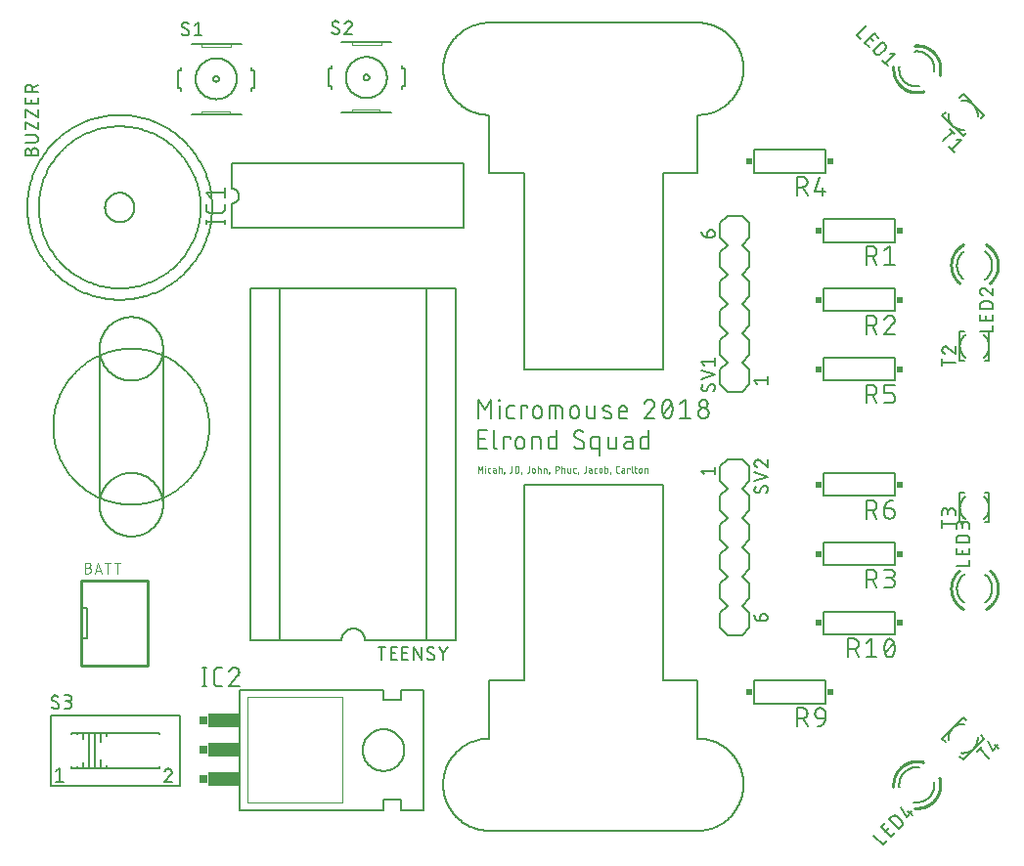
<source format=gbr>
G04 EAGLE Gerber RS-274X export*
G75*
%MOMM*%
%FSLAX34Y34*%
%LPD*%
%INSilkscreen Top*%
%IPPOS*%
%AMOC8*
5,1,8,0,0,1.08239X$1,22.5*%
G01*
%ADD10C,0.152400*%
%ADD11C,0.050800*%
%ADD12C,0.254000*%
%ADD13C,0.200000*%
%ADD14C,0.101600*%
%ADD15C,0.127000*%
%ADD16C,0.177800*%
%ADD17R,0.635000X0.762000*%
%ADD18R,2.794000X1.270000*%
%ADD19R,0.630000X0.500000*%


D10*
X400762Y357432D02*
X400762Y373688D01*
X406181Y364657D01*
X411599Y373688D01*
X411599Y357432D01*
X418686Y357432D02*
X418686Y368269D01*
X418234Y372785D02*
X418234Y373688D01*
X419137Y373688D01*
X419137Y372785D01*
X418234Y372785D01*
X427700Y357432D02*
X431312Y357432D01*
X427700Y357432D02*
X427599Y357434D01*
X427498Y357440D01*
X427397Y357449D01*
X427296Y357462D01*
X427196Y357479D01*
X427097Y357500D01*
X426999Y357524D01*
X426902Y357552D01*
X426805Y357584D01*
X426710Y357619D01*
X426617Y357658D01*
X426525Y357700D01*
X426434Y357746D01*
X426346Y357795D01*
X426259Y357847D01*
X426174Y357903D01*
X426091Y357961D01*
X426011Y358023D01*
X425933Y358088D01*
X425857Y358155D01*
X425784Y358225D01*
X425714Y358298D01*
X425647Y358374D01*
X425582Y358452D01*
X425520Y358532D01*
X425462Y358615D01*
X425406Y358700D01*
X425354Y358787D01*
X425305Y358875D01*
X425259Y358966D01*
X425217Y359058D01*
X425178Y359151D01*
X425143Y359246D01*
X425111Y359343D01*
X425083Y359440D01*
X425059Y359538D01*
X425038Y359637D01*
X425021Y359737D01*
X425008Y359838D01*
X424999Y359939D01*
X424993Y360040D01*
X424991Y360141D01*
X424991Y365560D01*
X424993Y365661D01*
X424999Y365762D01*
X425008Y365863D01*
X425021Y365964D01*
X425038Y366064D01*
X425059Y366163D01*
X425083Y366261D01*
X425111Y366358D01*
X425143Y366455D01*
X425178Y366550D01*
X425217Y366643D01*
X425259Y366735D01*
X425305Y366826D01*
X425354Y366915D01*
X425406Y367001D01*
X425462Y367086D01*
X425520Y367169D01*
X425582Y367249D01*
X425647Y367327D01*
X425714Y367403D01*
X425784Y367476D01*
X425857Y367546D01*
X425933Y367613D01*
X426011Y367678D01*
X426091Y367740D01*
X426174Y367798D01*
X426259Y367854D01*
X426346Y367906D01*
X426434Y367955D01*
X426525Y368001D01*
X426617Y368043D01*
X426710Y368082D01*
X426805Y368117D01*
X426902Y368149D01*
X426999Y368177D01*
X427097Y368201D01*
X427196Y368222D01*
X427296Y368239D01*
X427397Y368252D01*
X427498Y368261D01*
X427599Y368267D01*
X427700Y368269D01*
X431312Y368269D01*
X437563Y368269D02*
X437563Y357432D01*
X437563Y368269D02*
X442982Y368269D01*
X442982Y366463D01*
X447899Y364657D02*
X447899Y361044D01*
X447899Y364657D02*
X447901Y364776D01*
X447907Y364896D01*
X447917Y365015D01*
X447931Y365133D01*
X447948Y365252D01*
X447970Y365369D01*
X447995Y365486D01*
X448025Y365601D01*
X448058Y365716D01*
X448095Y365830D01*
X448135Y365942D01*
X448180Y366053D01*
X448228Y366162D01*
X448279Y366270D01*
X448334Y366376D01*
X448393Y366480D01*
X448455Y366582D01*
X448520Y366682D01*
X448589Y366780D01*
X448661Y366876D01*
X448736Y366969D01*
X448813Y367059D01*
X448894Y367147D01*
X448978Y367232D01*
X449065Y367314D01*
X449154Y367394D01*
X449246Y367470D01*
X449340Y367544D01*
X449437Y367614D01*
X449535Y367681D01*
X449636Y367745D01*
X449740Y367805D01*
X449845Y367862D01*
X449952Y367915D01*
X450060Y367965D01*
X450170Y368011D01*
X450282Y368053D01*
X450395Y368092D01*
X450509Y368127D01*
X450624Y368158D01*
X450741Y368186D01*
X450858Y368209D01*
X450975Y368229D01*
X451094Y368245D01*
X451213Y368257D01*
X451332Y368265D01*
X451451Y368269D01*
X451571Y368269D01*
X451690Y368265D01*
X451809Y368257D01*
X451928Y368245D01*
X452047Y368229D01*
X452164Y368209D01*
X452281Y368186D01*
X452398Y368158D01*
X452513Y368127D01*
X452627Y368092D01*
X452740Y368053D01*
X452852Y368011D01*
X452962Y367965D01*
X453070Y367915D01*
X453177Y367862D01*
X453282Y367805D01*
X453386Y367745D01*
X453487Y367681D01*
X453585Y367614D01*
X453682Y367544D01*
X453776Y367470D01*
X453868Y367394D01*
X453957Y367314D01*
X454044Y367232D01*
X454128Y367147D01*
X454209Y367059D01*
X454286Y366969D01*
X454361Y366876D01*
X454433Y366780D01*
X454502Y366682D01*
X454567Y366582D01*
X454629Y366480D01*
X454688Y366376D01*
X454743Y366270D01*
X454794Y366162D01*
X454842Y366053D01*
X454887Y365942D01*
X454927Y365830D01*
X454964Y365716D01*
X454997Y365601D01*
X455027Y365486D01*
X455052Y365369D01*
X455074Y365252D01*
X455091Y365133D01*
X455105Y365015D01*
X455115Y364896D01*
X455121Y364776D01*
X455123Y364657D01*
X455124Y364657D02*
X455124Y361044D01*
X455123Y361044D02*
X455121Y360925D01*
X455115Y360805D01*
X455105Y360686D01*
X455091Y360568D01*
X455074Y360449D01*
X455052Y360332D01*
X455027Y360215D01*
X454997Y360100D01*
X454964Y359985D01*
X454927Y359871D01*
X454887Y359759D01*
X454842Y359648D01*
X454794Y359539D01*
X454743Y359431D01*
X454688Y359325D01*
X454629Y359221D01*
X454567Y359119D01*
X454502Y359019D01*
X454433Y358921D01*
X454361Y358825D01*
X454286Y358732D01*
X454209Y358642D01*
X454128Y358554D01*
X454044Y358469D01*
X453957Y358387D01*
X453868Y358307D01*
X453776Y358231D01*
X453682Y358157D01*
X453585Y358087D01*
X453487Y358020D01*
X453386Y357956D01*
X453282Y357896D01*
X453177Y357839D01*
X453070Y357786D01*
X452962Y357736D01*
X452852Y357690D01*
X452740Y357648D01*
X452627Y357609D01*
X452513Y357574D01*
X452398Y357543D01*
X452281Y357515D01*
X452164Y357492D01*
X452047Y357472D01*
X451928Y357456D01*
X451809Y357444D01*
X451690Y357436D01*
X451571Y357432D01*
X451451Y357432D01*
X451332Y357436D01*
X451213Y357444D01*
X451094Y357456D01*
X450975Y357472D01*
X450858Y357492D01*
X450741Y357515D01*
X450624Y357543D01*
X450509Y357574D01*
X450395Y357609D01*
X450282Y357648D01*
X450170Y357690D01*
X450060Y357736D01*
X449952Y357786D01*
X449845Y357839D01*
X449740Y357896D01*
X449636Y357956D01*
X449535Y358020D01*
X449437Y358087D01*
X449340Y358157D01*
X449246Y358231D01*
X449154Y358307D01*
X449065Y358387D01*
X448978Y358469D01*
X448894Y358554D01*
X448813Y358642D01*
X448736Y358732D01*
X448661Y358825D01*
X448589Y358921D01*
X448520Y359019D01*
X448455Y359119D01*
X448393Y359221D01*
X448334Y359325D01*
X448279Y359431D01*
X448228Y359539D01*
X448180Y359648D01*
X448135Y359759D01*
X448095Y359871D01*
X448058Y359985D01*
X448025Y360100D01*
X447995Y360215D01*
X447970Y360332D01*
X447948Y360449D01*
X447931Y360568D01*
X447917Y360686D01*
X447907Y360805D01*
X447901Y360925D01*
X447899Y361044D01*
X462245Y357432D02*
X462245Y368269D01*
X470373Y368269D01*
X470474Y368267D01*
X470575Y368261D01*
X470676Y368252D01*
X470777Y368239D01*
X470877Y368222D01*
X470976Y368201D01*
X471074Y368177D01*
X471171Y368149D01*
X471268Y368117D01*
X471363Y368082D01*
X471456Y368043D01*
X471548Y368001D01*
X471639Y367955D01*
X471728Y367906D01*
X471814Y367854D01*
X471899Y367798D01*
X471982Y367740D01*
X472062Y367678D01*
X472140Y367613D01*
X472216Y367546D01*
X472289Y367476D01*
X472359Y367403D01*
X472426Y367327D01*
X472491Y367249D01*
X472553Y367169D01*
X472611Y367086D01*
X472667Y367001D01*
X472719Y366915D01*
X472768Y366826D01*
X472814Y366735D01*
X472856Y366643D01*
X472895Y366550D01*
X472930Y366455D01*
X472962Y366358D01*
X472990Y366261D01*
X473014Y366163D01*
X473035Y366064D01*
X473052Y365964D01*
X473065Y365863D01*
X473074Y365762D01*
X473080Y365661D01*
X473082Y365560D01*
X473082Y357432D01*
X467664Y357432D02*
X467664Y368269D01*
X480203Y364657D02*
X480203Y361044D01*
X480204Y364657D02*
X480206Y364776D01*
X480212Y364896D01*
X480222Y365015D01*
X480236Y365133D01*
X480253Y365252D01*
X480275Y365369D01*
X480300Y365486D01*
X480330Y365601D01*
X480363Y365716D01*
X480400Y365830D01*
X480440Y365942D01*
X480485Y366053D01*
X480533Y366162D01*
X480584Y366270D01*
X480639Y366376D01*
X480698Y366480D01*
X480760Y366582D01*
X480825Y366682D01*
X480894Y366780D01*
X480966Y366876D01*
X481041Y366969D01*
X481118Y367059D01*
X481199Y367147D01*
X481283Y367232D01*
X481370Y367314D01*
X481459Y367394D01*
X481551Y367470D01*
X481645Y367544D01*
X481742Y367614D01*
X481840Y367681D01*
X481941Y367745D01*
X482045Y367805D01*
X482150Y367862D01*
X482257Y367915D01*
X482365Y367965D01*
X482475Y368011D01*
X482587Y368053D01*
X482700Y368092D01*
X482814Y368127D01*
X482929Y368158D01*
X483046Y368186D01*
X483163Y368209D01*
X483280Y368229D01*
X483399Y368245D01*
X483518Y368257D01*
X483637Y368265D01*
X483756Y368269D01*
X483876Y368269D01*
X483995Y368265D01*
X484114Y368257D01*
X484233Y368245D01*
X484352Y368229D01*
X484469Y368209D01*
X484586Y368186D01*
X484703Y368158D01*
X484818Y368127D01*
X484932Y368092D01*
X485045Y368053D01*
X485157Y368011D01*
X485267Y367965D01*
X485375Y367915D01*
X485482Y367862D01*
X485587Y367805D01*
X485691Y367745D01*
X485792Y367681D01*
X485890Y367614D01*
X485987Y367544D01*
X486081Y367470D01*
X486173Y367394D01*
X486262Y367314D01*
X486349Y367232D01*
X486433Y367147D01*
X486514Y367059D01*
X486591Y366969D01*
X486666Y366876D01*
X486738Y366780D01*
X486807Y366682D01*
X486872Y366582D01*
X486934Y366480D01*
X486993Y366376D01*
X487048Y366270D01*
X487099Y366162D01*
X487147Y366053D01*
X487192Y365942D01*
X487232Y365830D01*
X487269Y365716D01*
X487302Y365601D01*
X487332Y365486D01*
X487357Y365369D01*
X487379Y365252D01*
X487396Y365133D01*
X487410Y365015D01*
X487420Y364896D01*
X487426Y364776D01*
X487428Y364657D01*
X487428Y361044D01*
X487426Y360925D01*
X487420Y360805D01*
X487410Y360686D01*
X487396Y360568D01*
X487379Y360449D01*
X487357Y360332D01*
X487332Y360215D01*
X487302Y360100D01*
X487269Y359985D01*
X487232Y359871D01*
X487192Y359759D01*
X487147Y359648D01*
X487099Y359539D01*
X487048Y359431D01*
X486993Y359325D01*
X486934Y359221D01*
X486872Y359119D01*
X486807Y359019D01*
X486738Y358921D01*
X486666Y358825D01*
X486591Y358732D01*
X486514Y358642D01*
X486433Y358554D01*
X486349Y358469D01*
X486262Y358387D01*
X486173Y358307D01*
X486081Y358231D01*
X485987Y358157D01*
X485890Y358087D01*
X485792Y358020D01*
X485691Y357956D01*
X485587Y357896D01*
X485482Y357839D01*
X485375Y357786D01*
X485267Y357736D01*
X485157Y357690D01*
X485045Y357648D01*
X484932Y357609D01*
X484818Y357574D01*
X484703Y357543D01*
X484586Y357515D01*
X484469Y357492D01*
X484352Y357472D01*
X484233Y357456D01*
X484114Y357444D01*
X483995Y357436D01*
X483876Y357432D01*
X483756Y357432D01*
X483637Y357436D01*
X483518Y357444D01*
X483399Y357456D01*
X483280Y357472D01*
X483163Y357492D01*
X483046Y357515D01*
X482929Y357543D01*
X482814Y357574D01*
X482700Y357609D01*
X482587Y357648D01*
X482475Y357690D01*
X482365Y357736D01*
X482257Y357786D01*
X482150Y357839D01*
X482045Y357896D01*
X481941Y357956D01*
X481840Y358020D01*
X481742Y358087D01*
X481645Y358157D01*
X481551Y358231D01*
X481459Y358307D01*
X481370Y358387D01*
X481283Y358469D01*
X481199Y358554D01*
X481118Y358642D01*
X481041Y358732D01*
X480966Y358825D01*
X480894Y358921D01*
X480825Y359019D01*
X480760Y359119D01*
X480698Y359221D01*
X480639Y359325D01*
X480584Y359431D01*
X480533Y359539D01*
X480485Y359648D01*
X480440Y359759D01*
X480400Y359871D01*
X480363Y359985D01*
X480330Y360100D01*
X480300Y360215D01*
X480275Y360332D01*
X480253Y360449D01*
X480236Y360568D01*
X480222Y360686D01*
X480212Y360805D01*
X480206Y360925D01*
X480204Y361044D01*
X494271Y360141D02*
X494271Y368269D01*
X494272Y360141D02*
X494274Y360040D01*
X494280Y359939D01*
X494289Y359838D01*
X494302Y359737D01*
X494319Y359637D01*
X494340Y359538D01*
X494364Y359440D01*
X494392Y359343D01*
X494424Y359246D01*
X494459Y359151D01*
X494498Y359058D01*
X494540Y358966D01*
X494586Y358875D01*
X494635Y358787D01*
X494687Y358700D01*
X494743Y358615D01*
X494801Y358532D01*
X494863Y358452D01*
X494928Y358374D01*
X494995Y358298D01*
X495065Y358225D01*
X495138Y358155D01*
X495214Y358088D01*
X495292Y358023D01*
X495372Y357961D01*
X495455Y357903D01*
X495540Y357847D01*
X495627Y357795D01*
X495715Y357746D01*
X495806Y357700D01*
X495898Y357658D01*
X495991Y357619D01*
X496086Y357584D01*
X496183Y357552D01*
X496280Y357524D01*
X496378Y357500D01*
X496477Y357479D01*
X496577Y357462D01*
X496678Y357449D01*
X496779Y357440D01*
X496880Y357434D01*
X496981Y357432D01*
X501496Y357432D01*
X501496Y368269D01*
X509694Y363754D02*
X514210Y361948D01*
X509694Y363754D02*
X509606Y363791D01*
X509520Y363832D01*
X509435Y363876D01*
X509352Y363924D01*
X509272Y363975D01*
X509193Y364029D01*
X509117Y364087D01*
X509043Y364147D01*
X508971Y364211D01*
X508903Y364277D01*
X508837Y364347D01*
X508774Y364418D01*
X508713Y364493D01*
X508656Y364569D01*
X508603Y364648D01*
X508552Y364729D01*
X508505Y364812D01*
X508461Y364897D01*
X508421Y364984D01*
X508384Y365072D01*
X508351Y365162D01*
X508321Y365253D01*
X508296Y365345D01*
X508274Y365438D01*
X508256Y365532D01*
X508241Y365626D01*
X508231Y365721D01*
X508225Y365817D01*
X508222Y365912D01*
X508223Y366008D01*
X508229Y366103D01*
X508238Y366199D01*
X508251Y366293D01*
X508267Y366387D01*
X508288Y366481D01*
X508313Y366573D01*
X508341Y366664D01*
X508373Y366754D01*
X508408Y366843D01*
X508447Y366930D01*
X508490Y367016D01*
X508536Y367100D01*
X508586Y367181D01*
X508638Y367261D01*
X508694Y367339D01*
X508754Y367414D01*
X508816Y367486D01*
X508881Y367556D01*
X508949Y367624D01*
X509019Y367688D01*
X509092Y367750D01*
X509168Y367808D01*
X509246Y367864D01*
X509326Y367916D01*
X509408Y367965D01*
X509492Y368010D01*
X509578Y368052D01*
X509665Y368091D01*
X509754Y368126D01*
X509845Y368157D01*
X509936Y368184D01*
X510029Y368208D01*
X510122Y368228D01*
X510216Y368244D01*
X510311Y368256D01*
X510406Y368265D01*
X510502Y368269D01*
X510597Y368270D01*
X510844Y368263D01*
X511090Y368251D01*
X511336Y368233D01*
X511582Y368208D01*
X511826Y368178D01*
X512070Y368142D01*
X512313Y368101D01*
X512555Y368053D01*
X512796Y367999D01*
X513035Y367940D01*
X513273Y367875D01*
X513509Y367804D01*
X513744Y367728D01*
X513977Y367646D01*
X514207Y367558D01*
X514435Y367465D01*
X514662Y367367D01*
X514210Y361947D02*
X514298Y361910D01*
X514384Y361869D01*
X514469Y361825D01*
X514552Y361777D01*
X514632Y361726D01*
X514711Y361672D01*
X514787Y361614D01*
X514861Y361554D01*
X514933Y361490D01*
X515001Y361424D01*
X515067Y361354D01*
X515130Y361283D01*
X515191Y361208D01*
X515248Y361132D01*
X515301Y361053D01*
X515352Y360972D01*
X515399Y360889D01*
X515443Y360804D01*
X515483Y360717D01*
X515520Y360629D01*
X515553Y360539D01*
X515583Y360448D01*
X515608Y360356D01*
X515630Y360263D01*
X515648Y360169D01*
X515663Y360075D01*
X515673Y359980D01*
X515679Y359884D01*
X515682Y359789D01*
X515681Y359693D01*
X515675Y359598D01*
X515666Y359502D01*
X515653Y359408D01*
X515637Y359314D01*
X515616Y359220D01*
X515591Y359128D01*
X515563Y359037D01*
X515531Y358947D01*
X515496Y358858D01*
X515457Y358771D01*
X515414Y358685D01*
X515368Y358601D01*
X515318Y358520D01*
X515266Y358440D01*
X515210Y358362D01*
X515150Y358287D01*
X515088Y358215D01*
X515023Y358145D01*
X514955Y358077D01*
X514885Y358013D01*
X514812Y357951D01*
X514736Y357893D01*
X514658Y357837D01*
X514578Y357785D01*
X514496Y357736D01*
X514412Y357691D01*
X514326Y357649D01*
X514239Y357610D01*
X514150Y357575D01*
X514059Y357544D01*
X513968Y357517D01*
X513875Y357493D01*
X513782Y357473D01*
X513688Y357457D01*
X513593Y357445D01*
X513498Y357436D01*
X513402Y357432D01*
X513307Y357431D01*
X513306Y357432D02*
X512944Y357441D01*
X512582Y357459D01*
X512221Y357486D01*
X511861Y357521D01*
X511501Y357564D01*
X511142Y357616D01*
X510785Y357677D01*
X510430Y357746D01*
X510076Y357823D01*
X509724Y357909D01*
X509374Y358003D01*
X509026Y358106D01*
X508681Y358216D01*
X508339Y358335D01*
X524596Y357432D02*
X529111Y357432D01*
X524596Y357432D02*
X524495Y357434D01*
X524394Y357440D01*
X524293Y357449D01*
X524192Y357462D01*
X524092Y357479D01*
X523993Y357500D01*
X523895Y357524D01*
X523798Y357552D01*
X523701Y357584D01*
X523606Y357619D01*
X523513Y357658D01*
X523421Y357700D01*
X523330Y357746D01*
X523242Y357795D01*
X523155Y357847D01*
X523070Y357903D01*
X522987Y357961D01*
X522907Y358023D01*
X522829Y358088D01*
X522753Y358155D01*
X522680Y358225D01*
X522610Y358298D01*
X522543Y358374D01*
X522478Y358452D01*
X522416Y358532D01*
X522358Y358615D01*
X522302Y358700D01*
X522250Y358787D01*
X522201Y358875D01*
X522155Y358966D01*
X522113Y359058D01*
X522074Y359151D01*
X522039Y359246D01*
X522007Y359343D01*
X521979Y359440D01*
X521955Y359538D01*
X521934Y359637D01*
X521917Y359737D01*
X521904Y359838D01*
X521895Y359939D01*
X521889Y360040D01*
X521887Y360141D01*
X521887Y364657D01*
X521889Y364776D01*
X521895Y364896D01*
X521905Y365015D01*
X521919Y365133D01*
X521936Y365252D01*
X521958Y365369D01*
X521983Y365486D01*
X522013Y365601D01*
X522046Y365716D01*
X522083Y365830D01*
X522123Y365942D01*
X522168Y366053D01*
X522216Y366162D01*
X522267Y366270D01*
X522322Y366376D01*
X522381Y366480D01*
X522443Y366582D01*
X522508Y366682D01*
X522577Y366780D01*
X522649Y366876D01*
X522724Y366969D01*
X522801Y367059D01*
X522882Y367147D01*
X522966Y367232D01*
X523053Y367314D01*
X523142Y367394D01*
X523234Y367470D01*
X523328Y367544D01*
X523425Y367614D01*
X523523Y367681D01*
X523624Y367745D01*
X523728Y367805D01*
X523833Y367862D01*
X523940Y367915D01*
X524048Y367965D01*
X524158Y368011D01*
X524270Y368053D01*
X524383Y368092D01*
X524497Y368127D01*
X524612Y368158D01*
X524729Y368186D01*
X524846Y368209D01*
X524963Y368229D01*
X525082Y368245D01*
X525201Y368257D01*
X525320Y368265D01*
X525439Y368269D01*
X525559Y368269D01*
X525678Y368265D01*
X525797Y368257D01*
X525916Y368245D01*
X526035Y368229D01*
X526152Y368209D01*
X526269Y368186D01*
X526386Y368158D01*
X526501Y368127D01*
X526615Y368092D01*
X526728Y368053D01*
X526840Y368011D01*
X526950Y367965D01*
X527058Y367915D01*
X527165Y367862D01*
X527270Y367805D01*
X527374Y367745D01*
X527475Y367681D01*
X527573Y367614D01*
X527670Y367544D01*
X527764Y367470D01*
X527856Y367394D01*
X527945Y367314D01*
X528032Y367232D01*
X528116Y367147D01*
X528197Y367059D01*
X528274Y366969D01*
X528349Y366876D01*
X528421Y366780D01*
X528490Y366682D01*
X528555Y366582D01*
X528617Y366480D01*
X528676Y366376D01*
X528731Y366270D01*
X528782Y366162D01*
X528830Y366053D01*
X528875Y365942D01*
X528915Y365830D01*
X528952Y365716D01*
X528985Y365601D01*
X529015Y365486D01*
X529040Y365369D01*
X529062Y365252D01*
X529079Y365133D01*
X529093Y365015D01*
X529103Y364896D01*
X529109Y364776D01*
X529111Y364657D01*
X529111Y362851D01*
X521887Y362851D01*
X548876Y373688D02*
X549001Y373686D01*
X549126Y373680D01*
X549251Y373671D01*
X549375Y373657D01*
X549499Y373640D01*
X549623Y373619D01*
X549745Y373594D01*
X549867Y373565D01*
X549988Y373533D01*
X550108Y373497D01*
X550227Y373457D01*
X550344Y373414D01*
X550460Y373367D01*
X550575Y373316D01*
X550687Y373262D01*
X550799Y373204D01*
X550908Y373144D01*
X551015Y373079D01*
X551121Y373012D01*
X551224Y372941D01*
X551325Y372867D01*
X551424Y372790D01*
X551520Y372710D01*
X551614Y372627D01*
X551705Y372542D01*
X551794Y372453D01*
X551879Y372362D01*
X551962Y372268D01*
X552042Y372172D01*
X552119Y372073D01*
X552193Y371972D01*
X552264Y371869D01*
X552331Y371763D01*
X552396Y371656D01*
X552456Y371547D01*
X552514Y371435D01*
X552568Y371323D01*
X552619Y371208D01*
X552666Y371092D01*
X552709Y370975D01*
X552749Y370856D01*
X552785Y370736D01*
X552817Y370615D01*
X552846Y370493D01*
X552871Y370371D01*
X552892Y370247D01*
X552909Y370123D01*
X552923Y369999D01*
X552932Y369874D01*
X552938Y369749D01*
X552940Y369624D01*
X548876Y373688D02*
X548733Y373686D01*
X548591Y373680D01*
X548448Y373670D01*
X548306Y373657D01*
X548165Y373639D01*
X548023Y373618D01*
X547883Y373593D01*
X547743Y373564D01*
X547604Y373531D01*
X547466Y373494D01*
X547329Y373454D01*
X547194Y373410D01*
X547059Y373362D01*
X546926Y373310D01*
X546794Y373255D01*
X546664Y373196D01*
X546536Y373134D01*
X546409Y373068D01*
X546284Y372999D01*
X546161Y372927D01*
X546041Y372851D01*
X545922Y372772D01*
X545805Y372689D01*
X545691Y372604D01*
X545579Y372515D01*
X545470Y372424D01*
X545363Y372329D01*
X545258Y372232D01*
X545157Y372131D01*
X545058Y372028D01*
X544962Y371923D01*
X544869Y371814D01*
X544779Y371703D01*
X544692Y371590D01*
X544608Y371475D01*
X544528Y371357D01*
X544450Y371237D01*
X544376Y371115D01*
X544306Y370991D01*
X544238Y370865D01*
X544175Y370737D01*
X544114Y370608D01*
X544057Y370477D01*
X544004Y370345D01*
X543955Y370211D01*
X543909Y370076D01*
X551585Y366463D02*
X551679Y366555D01*
X551769Y366649D01*
X551857Y366746D01*
X551942Y366846D01*
X552024Y366948D01*
X552103Y367053D01*
X552178Y367160D01*
X552250Y367269D01*
X552319Y367380D01*
X552385Y367494D01*
X552447Y367609D01*
X552506Y367726D01*
X552561Y367845D01*
X552612Y367965D01*
X552660Y368087D01*
X552705Y368210D01*
X552745Y368334D01*
X552782Y368460D01*
X552815Y368587D01*
X552844Y368714D01*
X552870Y368843D01*
X552891Y368972D01*
X552909Y369102D01*
X552922Y369232D01*
X552932Y369362D01*
X552938Y369493D01*
X552940Y369624D01*
X551586Y366463D02*
X543909Y357432D01*
X552940Y357432D01*
X559541Y365560D02*
X559545Y365880D01*
X559556Y366199D01*
X559575Y366519D01*
X559602Y366837D01*
X559636Y367155D01*
X559678Y367472D01*
X559728Y367788D01*
X559785Y368103D01*
X559849Y368416D01*
X559921Y368728D01*
X560000Y369038D01*
X560087Y369345D01*
X560181Y369651D01*
X560282Y369954D01*
X560391Y370255D01*
X560506Y370553D01*
X560629Y370849D01*
X560759Y371141D01*
X560896Y371430D01*
X560895Y371431D02*
X560934Y371539D01*
X560977Y371646D01*
X561023Y371751D01*
X561074Y371855D01*
X561127Y371957D01*
X561184Y372057D01*
X561245Y372155D01*
X561309Y372250D01*
X561376Y372344D01*
X561447Y372435D01*
X561520Y372524D01*
X561597Y372610D01*
X561676Y372693D01*
X561758Y372774D01*
X561843Y372852D01*
X561931Y372926D01*
X562021Y372998D01*
X562113Y373066D01*
X562208Y373132D01*
X562305Y373194D01*
X562404Y373252D01*
X562506Y373308D01*
X562608Y373359D01*
X562713Y373407D01*
X562819Y373452D01*
X562927Y373493D01*
X563036Y373530D01*
X563146Y373563D01*
X563258Y373592D01*
X563370Y373618D01*
X563483Y373640D01*
X563597Y373657D01*
X563711Y373671D01*
X563826Y373681D01*
X563941Y373687D01*
X564056Y373689D01*
X564056Y373688D02*
X564171Y373686D01*
X564286Y373680D01*
X564401Y373670D01*
X564515Y373656D01*
X564629Y373639D01*
X564742Y373617D01*
X564854Y373591D01*
X564966Y373562D01*
X565076Y373529D01*
X565185Y373492D01*
X565293Y373451D01*
X565399Y373406D01*
X565504Y373358D01*
X565606Y373307D01*
X565707Y373251D01*
X565807Y373193D01*
X565904Y373131D01*
X565998Y373066D01*
X566091Y372997D01*
X566181Y372925D01*
X566269Y372851D01*
X566354Y372773D01*
X566436Y372692D01*
X566515Y372609D01*
X566592Y372523D01*
X566665Y372434D01*
X566736Y372343D01*
X566803Y372249D01*
X566867Y372154D01*
X566928Y372056D01*
X566985Y371956D01*
X567038Y371854D01*
X567089Y371750D01*
X567135Y371645D01*
X567178Y371538D01*
X567217Y371430D01*
X567216Y371430D02*
X567353Y371141D01*
X567483Y370849D01*
X567606Y370553D01*
X567721Y370255D01*
X567830Y369954D01*
X567931Y369651D01*
X568025Y369345D01*
X568112Y369038D01*
X568191Y368728D01*
X568263Y368416D01*
X568327Y368103D01*
X568384Y367788D01*
X568434Y367472D01*
X568476Y367155D01*
X568510Y366837D01*
X568537Y366519D01*
X568556Y366199D01*
X568567Y365880D01*
X568571Y365560D01*
X559541Y365560D02*
X559545Y365240D01*
X559556Y364921D01*
X559575Y364601D01*
X559602Y364283D01*
X559636Y363965D01*
X559678Y363648D01*
X559728Y363332D01*
X559785Y363017D01*
X559849Y362704D01*
X559921Y362392D01*
X560000Y362082D01*
X560087Y361775D01*
X560181Y361469D01*
X560282Y361166D01*
X560391Y360865D01*
X560506Y360567D01*
X560629Y360271D01*
X560759Y359979D01*
X560896Y359690D01*
X560895Y359690D02*
X560934Y359582D01*
X560977Y359475D01*
X561023Y359370D01*
X561074Y359266D01*
X561127Y359164D01*
X561184Y359064D01*
X561245Y358966D01*
X561309Y358871D01*
X561376Y358777D01*
X561447Y358686D01*
X561520Y358597D01*
X561597Y358511D01*
X561676Y358428D01*
X561758Y358347D01*
X561843Y358269D01*
X561931Y358195D01*
X562021Y358123D01*
X562114Y358054D01*
X562208Y357989D01*
X562305Y357927D01*
X562405Y357869D01*
X562506Y357813D01*
X562608Y357762D01*
X562713Y357714D01*
X562819Y357669D01*
X562927Y357628D01*
X563036Y357591D01*
X563146Y357558D01*
X563258Y357529D01*
X563370Y357503D01*
X563483Y357481D01*
X563597Y357464D01*
X563711Y357450D01*
X563826Y357440D01*
X563941Y357434D01*
X564056Y357432D01*
X567216Y359690D02*
X567353Y359979D01*
X567483Y360271D01*
X567606Y360567D01*
X567721Y360865D01*
X567830Y361166D01*
X567931Y361469D01*
X568025Y361775D01*
X568112Y362082D01*
X568191Y362392D01*
X568263Y362704D01*
X568327Y363017D01*
X568384Y363332D01*
X568434Y363648D01*
X568476Y363965D01*
X568510Y364283D01*
X568537Y364601D01*
X568556Y364921D01*
X568567Y365240D01*
X568571Y365560D01*
X567217Y359690D02*
X567178Y359582D01*
X567135Y359475D01*
X567089Y359370D01*
X567038Y359266D01*
X566985Y359164D01*
X566928Y359064D01*
X566867Y358966D01*
X566803Y358871D01*
X566736Y358777D01*
X566665Y358686D01*
X566592Y358597D01*
X566515Y358511D01*
X566436Y358428D01*
X566354Y358347D01*
X566269Y358269D01*
X566181Y358195D01*
X566091Y358123D01*
X565998Y358054D01*
X565904Y357989D01*
X565807Y357927D01*
X565707Y357869D01*
X565606Y357813D01*
X565503Y357762D01*
X565399Y357714D01*
X565293Y357669D01*
X565185Y357628D01*
X565076Y357591D01*
X564966Y357558D01*
X564854Y357529D01*
X564742Y357503D01*
X564629Y357481D01*
X564515Y357464D01*
X564401Y357450D01*
X564286Y357440D01*
X564171Y357434D01*
X564056Y357432D01*
X560444Y361044D02*
X567668Y370076D01*
X575172Y370076D02*
X579687Y373688D01*
X579687Y357432D01*
X575172Y357432D02*
X584203Y357432D01*
X590802Y361948D02*
X590804Y362081D01*
X590810Y362213D01*
X590820Y362345D01*
X590833Y362477D01*
X590851Y362609D01*
X590872Y362739D01*
X590897Y362870D01*
X590926Y362999D01*
X590959Y363127D01*
X590995Y363255D01*
X591035Y363381D01*
X591079Y363506D01*
X591127Y363630D01*
X591178Y363752D01*
X591233Y363873D01*
X591291Y363992D01*
X591353Y364110D01*
X591418Y364225D01*
X591487Y364339D01*
X591558Y364450D01*
X591634Y364559D01*
X591712Y364666D01*
X591793Y364771D01*
X591878Y364873D01*
X591965Y364973D01*
X592055Y365070D01*
X592148Y365165D01*
X592244Y365256D01*
X592342Y365345D01*
X592443Y365431D01*
X592547Y365514D01*
X592653Y365594D01*
X592761Y365670D01*
X592871Y365744D01*
X592984Y365814D01*
X593098Y365881D01*
X593215Y365944D01*
X593333Y366004D01*
X593453Y366061D01*
X593575Y366114D01*
X593698Y366163D01*
X593822Y366209D01*
X593948Y366251D01*
X594075Y366289D01*
X594203Y366324D01*
X594332Y366355D01*
X594461Y366382D01*
X594592Y366405D01*
X594723Y366425D01*
X594855Y366440D01*
X594987Y366452D01*
X595119Y366460D01*
X595252Y366464D01*
X595384Y366464D01*
X595517Y366460D01*
X595649Y366452D01*
X595781Y366440D01*
X595913Y366425D01*
X596044Y366405D01*
X596175Y366382D01*
X596304Y366355D01*
X596433Y366324D01*
X596561Y366289D01*
X596688Y366251D01*
X596814Y366209D01*
X596938Y366163D01*
X597061Y366114D01*
X597183Y366061D01*
X597303Y366004D01*
X597421Y365944D01*
X597538Y365881D01*
X597652Y365814D01*
X597765Y365744D01*
X597875Y365670D01*
X597983Y365594D01*
X598089Y365514D01*
X598193Y365431D01*
X598294Y365345D01*
X598392Y365256D01*
X598488Y365165D01*
X598581Y365070D01*
X598671Y364973D01*
X598758Y364873D01*
X598843Y364771D01*
X598924Y364666D01*
X599002Y364559D01*
X599078Y364450D01*
X599149Y364339D01*
X599218Y364225D01*
X599283Y364110D01*
X599345Y363992D01*
X599403Y363873D01*
X599458Y363752D01*
X599509Y363630D01*
X599557Y363506D01*
X599601Y363381D01*
X599641Y363255D01*
X599677Y363127D01*
X599710Y362999D01*
X599739Y362870D01*
X599764Y362739D01*
X599785Y362609D01*
X599803Y362477D01*
X599816Y362345D01*
X599826Y362213D01*
X599832Y362081D01*
X599834Y361948D01*
X599832Y361815D01*
X599826Y361683D01*
X599816Y361551D01*
X599803Y361419D01*
X599785Y361287D01*
X599764Y361157D01*
X599739Y361026D01*
X599710Y360897D01*
X599677Y360769D01*
X599641Y360641D01*
X599601Y360515D01*
X599557Y360390D01*
X599509Y360266D01*
X599458Y360144D01*
X599403Y360023D01*
X599345Y359904D01*
X599283Y359786D01*
X599218Y359671D01*
X599149Y359557D01*
X599078Y359446D01*
X599002Y359337D01*
X598924Y359230D01*
X598843Y359125D01*
X598758Y359023D01*
X598671Y358923D01*
X598581Y358826D01*
X598488Y358731D01*
X598392Y358640D01*
X598294Y358551D01*
X598193Y358465D01*
X598089Y358382D01*
X597983Y358302D01*
X597875Y358226D01*
X597765Y358152D01*
X597652Y358082D01*
X597538Y358015D01*
X597421Y357952D01*
X597303Y357892D01*
X597183Y357835D01*
X597061Y357782D01*
X596938Y357733D01*
X596814Y357687D01*
X596688Y357645D01*
X596561Y357607D01*
X596433Y357572D01*
X596304Y357541D01*
X596175Y357514D01*
X596044Y357491D01*
X595913Y357471D01*
X595781Y357456D01*
X595649Y357444D01*
X595517Y357436D01*
X595384Y357432D01*
X595252Y357432D01*
X595119Y357436D01*
X594987Y357444D01*
X594855Y357456D01*
X594723Y357471D01*
X594592Y357491D01*
X594461Y357514D01*
X594332Y357541D01*
X594203Y357572D01*
X594075Y357607D01*
X593948Y357645D01*
X593822Y357687D01*
X593698Y357733D01*
X593575Y357782D01*
X593453Y357835D01*
X593333Y357892D01*
X593215Y357952D01*
X593098Y358015D01*
X592984Y358082D01*
X592871Y358152D01*
X592761Y358226D01*
X592653Y358302D01*
X592547Y358382D01*
X592443Y358465D01*
X592342Y358551D01*
X592244Y358640D01*
X592148Y358731D01*
X592055Y358826D01*
X591965Y358923D01*
X591878Y359023D01*
X591793Y359125D01*
X591712Y359230D01*
X591634Y359337D01*
X591558Y359446D01*
X591487Y359557D01*
X591418Y359671D01*
X591353Y359786D01*
X591291Y359904D01*
X591233Y360023D01*
X591178Y360144D01*
X591127Y360266D01*
X591079Y360390D01*
X591035Y360515D01*
X590995Y360641D01*
X590959Y360769D01*
X590926Y360897D01*
X590897Y361026D01*
X590872Y361157D01*
X590851Y361287D01*
X590833Y361419D01*
X590820Y361551D01*
X590810Y361683D01*
X590804Y361815D01*
X590802Y361948D01*
X591706Y370076D02*
X591708Y370195D01*
X591714Y370315D01*
X591724Y370434D01*
X591738Y370552D01*
X591755Y370671D01*
X591777Y370788D01*
X591802Y370905D01*
X591832Y371020D01*
X591865Y371135D01*
X591902Y371249D01*
X591942Y371361D01*
X591987Y371472D01*
X592035Y371581D01*
X592086Y371689D01*
X592141Y371795D01*
X592200Y371899D01*
X592262Y372001D01*
X592327Y372101D01*
X592396Y372199D01*
X592468Y372295D01*
X592543Y372388D01*
X592620Y372478D01*
X592701Y372566D01*
X592785Y372651D01*
X592872Y372733D01*
X592961Y372813D01*
X593053Y372889D01*
X593147Y372963D01*
X593244Y373033D01*
X593342Y373100D01*
X593443Y373164D01*
X593547Y373224D01*
X593652Y373281D01*
X593759Y373334D01*
X593867Y373384D01*
X593977Y373430D01*
X594089Y373472D01*
X594202Y373511D01*
X594316Y373546D01*
X594431Y373577D01*
X594548Y373605D01*
X594665Y373628D01*
X594782Y373648D01*
X594901Y373664D01*
X595020Y373676D01*
X595139Y373684D01*
X595258Y373688D01*
X595378Y373688D01*
X595497Y373684D01*
X595616Y373676D01*
X595735Y373664D01*
X595854Y373648D01*
X595971Y373628D01*
X596088Y373605D01*
X596205Y373577D01*
X596320Y373546D01*
X596434Y373511D01*
X596547Y373472D01*
X596659Y373430D01*
X596769Y373384D01*
X596877Y373334D01*
X596984Y373281D01*
X597089Y373224D01*
X597193Y373164D01*
X597294Y373100D01*
X597392Y373033D01*
X597489Y372963D01*
X597583Y372889D01*
X597675Y372813D01*
X597764Y372733D01*
X597851Y372651D01*
X597935Y372566D01*
X598016Y372478D01*
X598093Y372388D01*
X598168Y372295D01*
X598240Y372199D01*
X598309Y372101D01*
X598374Y372001D01*
X598436Y371899D01*
X598495Y371795D01*
X598550Y371689D01*
X598601Y371581D01*
X598649Y371472D01*
X598694Y371361D01*
X598734Y371249D01*
X598771Y371135D01*
X598804Y371020D01*
X598834Y370905D01*
X598859Y370788D01*
X598881Y370671D01*
X598898Y370552D01*
X598912Y370434D01*
X598922Y370315D01*
X598928Y370195D01*
X598930Y370076D01*
X598928Y369957D01*
X598922Y369837D01*
X598912Y369718D01*
X598898Y369600D01*
X598881Y369481D01*
X598859Y369364D01*
X598834Y369247D01*
X598804Y369132D01*
X598771Y369017D01*
X598734Y368903D01*
X598694Y368791D01*
X598649Y368680D01*
X598601Y368571D01*
X598550Y368463D01*
X598495Y368357D01*
X598436Y368253D01*
X598374Y368151D01*
X598309Y368051D01*
X598240Y367953D01*
X598168Y367857D01*
X598093Y367764D01*
X598016Y367674D01*
X597935Y367586D01*
X597851Y367501D01*
X597764Y367419D01*
X597675Y367339D01*
X597583Y367263D01*
X597489Y367189D01*
X597392Y367119D01*
X597294Y367052D01*
X597193Y366988D01*
X597089Y366928D01*
X596984Y366871D01*
X596877Y366818D01*
X596769Y366768D01*
X596659Y366722D01*
X596547Y366680D01*
X596434Y366641D01*
X596320Y366606D01*
X596205Y366575D01*
X596088Y366547D01*
X595971Y366524D01*
X595854Y366504D01*
X595735Y366488D01*
X595616Y366476D01*
X595497Y366468D01*
X595378Y366464D01*
X595258Y366464D01*
X595139Y366468D01*
X595020Y366476D01*
X594901Y366488D01*
X594782Y366504D01*
X594665Y366524D01*
X594548Y366547D01*
X594431Y366575D01*
X594316Y366606D01*
X594202Y366641D01*
X594089Y366680D01*
X593977Y366722D01*
X593867Y366768D01*
X593759Y366818D01*
X593652Y366871D01*
X593547Y366928D01*
X593443Y366988D01*
X593342Y367052D01*
X593244Y367119D01*
X593147Y367189D01*
X593053Y367263D01*
X592961Y367339D01*
X592872Y367419D01*
X592785Y367501D01*
X592701Y367586D01*
X592620Y367674D01*
X592543Y367764D01*
X592468Y367857D01*
X592396Y367953D01*
X592327Y368051D01*
X592262Y368151D01*
X592200Y368253D01*
X592141Y368357D01*
X592086Y368463D01*
X592035Y368571D01*
X591987Y368680D01*
X591942Y368791D01*
X591902Y368903D01*
X591865Y369017D01*
X591832Y369132D01*
X591802Y369247D01*
X591777Y369364D01*
X591755Y369481D01*
X591738Y369600D01*
X591724Y369718D01*
X591714Y369837D01*
X591708Y369957D01*
X591706Y370076D01*
X407987Y330762D02*
X400762Y330762D01*
X400762Y347018D01*
X407987Y347018D01*
X406181Y339793D02*
X400762Y339793D01*
X413856Y333471D02*
X413856Y347018D01*
X413856Y333471D02*
X413858Y333370D01*
X413864Y333269D01*
X413873Y333168D01*
X413886Y333067D01*
X413903Y332967D01*
X413924Y332868D01*
X413948Y332770D01*
X413976Y332673D01*
X414008Y332576D01*
X414043Y332481D01*
X414082Y332388D01*
X414124Y332296D01*
X414170Y332205D01*
X414219Y332117D01*
X414271Y332030D01*
X414327Y331945D01*
X414385Y331862D01*
X414447Y331782D01*
X414512Y331704D01*
X414579Y331628D01*
X414649Y331555D01*
X414722Y331485D01*
X414798Y331418D01*
X414876Y331353D01*
X414956Y331291D01*
X415039Y331233D01*
X415124Y331177D01*
X415211Y331125D01*
X415299Y331076D01*
X415390Y331030D01*
X415482Y330988D01*
X415575Y330949D01*
X415670Y330914D01*
X415767Y330882D01*
X415864Y330854D01*
X415962Y330830D01*
X416061Y330809D01*
X416161Y330792D01*
X416262Y330779D01*
X416363Y330770D01*
X416464Y330764D01*
X416565Y330762D01*
X422562Y330762D02*
X422562Y341599D01*
X427980Y341599D01*
X427980Y339793D01*
X432898Y337987D02*
X432898Y334374D01*
X432898Y337987D02*
X432900Y338106D01*
X432906Y338226D01*
X432916Y338345D01*
X432930Y338463D01*
X432947Y338582D01*
X432969Y338699D01*
X432994Y338816D01*
X433024Y338931D01*
X433057Y339046D01*
X433094Y339160D01*
X433134Y339272D01*
X433179Y339383D01*
X433227Y339492D01*
X433278Y339600D01*
X433333Y339706D01*
X433392Y339810D01*
X433454Y339912D01*
X433519Y340012D01*
X433588Y340110D01*
X433660Y340206D01*
X433735Y340299D01*
X433812Y340389D01*
X433893Y340477D01*
X433977Y340562D01*
X434064Y340644D01*
X434153Y340724D01*
X434245Y340800D01*
X434339Y340874D01*
X434436Y340944D01*
X434534Y341011D01*
X434635Y341075D01*
X434739Y341135D01*
X434844Y341192D01*
X434951Y341245D01*
X435059Y341295D01*
X435169Y341341D01*
X435281Y341383D01*
X435394Y341422D01*
X435508Y341457D01*
X435623Y341488D01*
X435740Y341516D01*
X435857Y341539D01*
X435974Y341559D01*
X436093Y341575D01*
X436212Y341587D01*
X436331Y341595D01*
X436450Y341599D01*
X436570Y341599D01*
X436689Y341595D01*
X436808Y341587D01*
X436927Y341575D01*
X437046Y341559D01*
X437163Y341539D01*
X437280Y341516D01*
X437397Y341488D01*
X437512Y341457D01*
X437626Y341422D01*
X437739Y341383D01*
X437851Y341341D01*
X437961Y341295D01*
X438069Y341245D01*
X438176Y341192D01*
X438281Y341135D01*
X438385Y341075D01*
X438486Y341011D01*
X438584Y340944D01*
X438681Y340874D01*
X438775Y340800D01*
X438867Y340724D01*
X438956Y340644D01*
X439043Y340562D01*
X439127Y340477D01*
X439208Y340389D01*
X439285Y340299D01*
X439360Y340206D01*
X439432Y340110D01*
X439501Y340012D01*
X439566Y339912D01*
X439628Y339810D01*
X439687Y339706D01*
X439742Y339600D01*
X439793Y339492D01*
X439841Y339383D01*
X439886Y339272D01*
X439926Y339160D01*
X439963Y339046D01*
X439996Y338931D01*
X440026Y338816D01*
X440051Y338699D01*
X440073Y338582D01*
X440090Y338463D01*
X440104Y338345D01*
X440114Y338226D01*
X440120Y338106D01*
X440122Y337987D01*
X440123Y337987D02*
X440123Y334374D01*
X440122Y334374D02*
X440120Y334255D01*
X440114Y334135D01*
X440104Y334016D01*
X440090Y333898D01*
X440073Y333779D01*
X440051Y333662D01*
X440026Y333545D01*
X439996Y333430D01*
X439963Y333315D01*
X439926Y333201D01*
X439886Y333089D01*
X439841Y332978D01*
X439793Y332869D01*
X439742Y332761D01*
X439687Y332655D01*
X439628Y332551D01*
X439566Y332449D01*
X439501Y332349D01*
X439432Y332251D01*
X439360Y332155D01*
X439285Y332062D01*
X439208Y331972D01*
X439127Y331884D01*
X439043Y331799D01*
X438956Y331717D01*
X438867Y331637D01*
X438775Y331561D01*
X438681Y331487D01*
X438584Y331417D01*
X438486Y331350D01*
X438385Y331286D01*
X438281Y331226D01*
X438176Y331169D01*
X438069Y331116D01*
X437961Y331066D01*
X437851Y331020D01*
X437739Y330978D01*
X437626Y330939D01*
X437512Y330904D01*
X437397Y330873D01*
X437280Y330845D01*
X437163Y330822D01*
X437046Y330802D01*
X436927Y330786D01*
X436808Y330774D01*
X436689Y330766D01*
X436570Y330762D01*
X436450Y330762D01*
X436331Y330766D01*
X436212Y330774D01*
X436093Y330786D01*
X435974Y330802D01*
X435857Y330822D01*
X435740Y330845D01*
X435623Y330873D01*
X435508Y330904D01*
X435394Y330939D01*
X435281Y330978D01*
X435169Y331020D01*
X435059Y331066D01*
X434951Y331116D01*
X434844Y331169D01*
X434739Y331226D01*
X434635Y331286D01*
X434534Y331350D01*
X434436Y331417D01*
X434339Y331487D01*
X434245Y331561D01*
X434153Y331637D01*
X434064Y331717D01*
X433977Y331799D01*
X433893Y331884D01*
X433812Y331972D01*
X433735Y332062D01*
X433660Y332155D01*
X433588Y332251D01*
X433519Y332349D01*
X433454Y332449D01*
X433392Y332551D01*
X433333Y332655D01*
X433278Y332761D01*
X433227Y332869D01*
X433179Y332978D01*
X433134Y333089D01*
X433094Y333201D01*
X433057Y333315D01*
X433024Y333430D01*
X432994Y333545D01*
X432969Y333662D01*
X432947Y333779D01*
X432930Y333898D01*
X432916Y334016D01*
X432906Y334135D01*
X432900Y334255D01*
X432898Y334374D01*
X446966Y330762D02*
X446966Y341599D01*
X451481Y341599D01*
X451585Y341597D01*
X451688Y341591D01*
X451792Y341581D01*
X451895Y341567D01*
X451997Y341549D01*
X452098Y341528D01*
X452199Y341502D01*
X452298Y341473D01*
X452397Y341440D01*
X452494Y341403D01*
X452589Y341362D01*
X452683Y341318D01*
X452775Y341270D01*
X452865Y341219D01*
X452954Y341164D01*
X453040Y341106D01*
X453123Y341044D01*
X453205Y340980D01*
X453283Y340912D01*
X453359Y340842D01*
X453433Y340769D01*
X453503Y340692D01*
X453571Y340614D01*
X453635Y340532D01*
X453697Y340449D01*
X453755Y340363D01*
X453810Y340274D01*
X453861Y340184D01*
X453909Y340092D01*
X453953Y339998D01*
X453994Y339903D01*
X454031Y339806D01*
X454064Y339707D01*
X454093Y339608D01*
X454119Y339507D01*
X454140Y339406D01*
X454158Y339304D01*
X454172Y339201D01*
X454182Y339097D01*
X454188Y338994D01*
X454190Y338890D01*
X454191Y338890D02*
X454191Y330762D01*
X468186Y330762D02*
X468186Y347018D01*
X468186Y330762D02*
X463670Y330762D01*
X463569Y330764D01*
X463468Y330770D01*
X463367Y330779D01*
X463266Y330792D01*
X463166Y330809D01*
X463067Y330830D01*
X462969Y330854D01*
X462872Y330882D01*
X462775Y330914D01*
X462680Y330949D01*
X462587Y330988D01*
X462495Y331030D01*
X462404Y331076D01*
X462316Y331125D01*
X462229Y331177D01*
X462144Y331233D01*
X462061Y331291D01*
X461981Y331353D01*
X461903Y331418D01*
X461827Y331485D01*
X461754Y331555D01*
X461684Y331628D01*
X461617Y331704D01*
X461552Y331782D01*
X461490Y331862D01*
X461432Y331945D01*
X461376Y332030D01*
X461324Y332117D01*
X461275Y332205D01*
X461229Y332296D01*
X461187Y332388D01*
X461148Y332481D01*
X461113Y332576D01*
X461081Y332673D01*
X461053Y332770D01*
X461029Y332868D01*
X461008Y332967D01*
X460991Y333067D01*
X460978Y333168D01*
X460969Y333269D01*
X460963Y333370D01*
X460961Y333471D01*
X460961Y338890D01*
X460963Y338991D01*
X460969Y339092D01*
X460978Y339193D01*
X460991Y339294D01*
X461008Y339394D01*
X461029Y339493D01*
X461053Y339591D01*
X461081Y339688D01*
X461113Y339785D01*
X461148Y339880D01*
X461187Y339973D01*
X461229Y340065D01*
X461275Y340156D01*
X461324Y340245D01*
X461376Y340331D01*
X461432Y340416D01*
X461490Y340499D01*
X461552Y340579D01*
X461617Y340657D01*
X461684Y340733D01*
X461754Y340806D01*
X461827Y340876D01*
X461903Y340943D01*
X461981Y341008D01*
X462061Y341070D01*
X462144Y341128D01*
X462229Y341184D01*
X462316Y341236D01*
X462404Y341285D01*
X462495Y341331D01*
X462587Y341373D01*
X462680Y341412D01*
X462775Y341447D01*
X462872Y341479D01*
X462969Y341507D01*
X463067Y341531D01*
X463166Y341552D01*
X463266Y341569D01*
X463367Y341582D01*
X463468Y341591D01*
X463569Y341597D01*
X463670Y341599D01*
X468186Y341599D01*
X488475Y330762D02*
X488593Y330764D01*
X488711Y330770D01*
X488829Y330779D01*
X488946Y330793D01*
X489063Y330810D01*
X489180Y330831D01*
X489295Y330856D01*
X489410Y330885D01*
X489524Y330918D01*
X489636Y330954D01*
X489747Y330994D01*
X489857Y331037D01*
X489966Y331084D01*
X490073Y331134D01*
X490178Y331189D01*
X490281Y331246D01*
X490382Y331307D01*
X490482Y331371D01*
X490579Y331438D01*
X490674Y331508D01*
X490766Y331582D01*
X490857Y331658D01*
X490944Y331738D01*
X491029Y331820D01*
X491111Y331905D01*
X491191Y331992D01*
X491267Y332083D01*
X491341Y332175D01*
X491411Y332270D01*
X491478Y332367D01*
X491542Y332467D01*
X491603Y332568D01*
X491660Y332671D01*
X491715Y332776D01*
X491765Y332883D01*
X491812Y332992D01*
X491855Y333102D01*
X491895Y333213D01*
X491931Y333325D01*
X491964Y333439D01*
X491993Y333554D01*
X492018Y333669D01*
X492039Y333786D01*
X492056Y333903D01*
X492070Y334020D01*
X492079Y334138D01*
X492085Y334256D01*
X492087Y334374D01*
X488475Y330762D02*
X488292Y330764D01*
X488110Y330771D01*
X487928Y330782D01*
X487746Y330797D01*
X487564Y330817D01*
X487383Y330840D01*
X487203Y330869D01*
X487023Y330901D01*
X486844Y330938D01*
X486667Y330979D01*
X486490Y331025D01*
X486314Y331074D01*
X486140Y331128D01*
X485966Y331186D01*
X485795Y331248D01*
X485625Y331314D01*
X485456Y331385D01*
X485289Y331459D01*
X485124Y331537D01*
X484961Y331619D01*
X484800Y331705D01*
X484641Y331795D01*
X484484Y331889D01*
X484330Y331986D01*
X484178Y332087D01*
X484028Y332192D01*
X483881Y332300D01*
X483737Y332411D01*
X483595Y332526D01*
X483456Y332645D01*
X483320Y332767D01*
X483187Y332892D01*
X483057Y333020D01*
X483509Y343406D02*
X483511Y343524D01*
X483517Y343642D01*
X483526Y343760D01*
X483540Y343877D01*
X483557Y343994D01*
X483578Y344111D01*
X483603Y344226D01*
X483632Y344341D01*
X483665Y344455D01*
X483701Y344567D01*
X483741Y344678D01*
X483784Y344788D01*
X483831Y344897D01*
X483881Y345004D01*
X483936Y345109D01*
X483993Y345212D01*
X484054Y345313D01*
X484118Y345413D01*
X484185Y345510D01*
X484255Y345605D01*
X484329Y345697D01*
X484405Y345788D01*
X484485Y345875D01*
X484567Y345960D01*
X484652Y346042D01*
X484739Y346122D01*
X484830Y346198D01*
X484922Y346272D01*
X485017Y346342D01*
X485114Y346409D01*
X485214Y346473D01*
X485315Y346534D01*
X485418Y346592D01*
X485523Y346646D01*
X485630Y346696D01*
X485739Y346743D01*
X485849Y346787D01*
X485960Y346826D01*
X486073Y346862D01*
X486186Y346895D01*
X486301Y346924D01*
X486416Y346949D01*
X486533Y346970D01*
X486650Y346987D01*
X486767Y347001D01*
X486885Y347010D01*
X487003Y347016D01*
X487121Y347018D01*
X487282Y347016D01*
X487444Y347010D01*
X487605Y347001D01*
X487766Y346987D01*
X487926Y346970D01*
X488086Y346949D01*
X488246Y346924D01*
X488405Y346895D01*
X488563Y346863D01*
X488720Y346827D01*
X488876Y346787D01*
X489032Y346743D01*
X489186Y346695D01*
X489339Y346644D01*
X489491Y346590D01*
X489642Y346531D01*
X489791Y346470D01*
X489938Y346404D01*
X490084Y346335D01*
X490229Y346263D01*
X490371Y346187D01*
X490512Y346108D01*
X490651Y346026D01*
X490787Y345940D01*
X490922Y345851D01*
X491055Y345759D01*
X491185Y345663D01*
X485314Y340245D02*
X485213Y340307D01*
X485113Y340372D01*
X485016Y340441D01*
X484921Y340513D01*
X484828Y340587D01*
X484738Y340665D01*
X484650Y340746D01*
X484565Y340829D01*
X484483Y340915D01*
X484404Y341004D01*
X484327Y341095D01*
X484254Y341189D01*
X484183Y341285D01*
X484116Y341383D01*
X484052Y341483D01*
X483991Y341586D01*
X483934Y341690D01*
X483880Y341796D01*
X483830Y341904D01*
X483783Y342013D01*
X483739Y342124D01*
X483699Y342236D01*
X483663Y342350D01*
X483631Y342464D01*
X483602Y342580D01*
X483577Y342696D01*
X483556Y342813D01*
X483539Y342931D01*
X483525Y343049D01*
X483516Y343168D01*
X483510Y343287D01*
X483508Y343406D01*
X490282Y337535D02*
X490383Y337473D01*
X490483Y337408D01*
X490580Y337339D01*
X490675Y337267D01*
X490768Y337193D01*
X490858Y337115D01*
X490946Y337034D01*
X491031Y336951D01*
X491113Y336865D01*
X491192Y336776D01*
X491269Y336685D01*
X491342Y336591D01*
X491413Y336495D01*
X491480Y336397D01*
X491544Y336297D01*
X491605Y336194D01*
X491662Y336090D01*
X491716Y335984D01*
X491766Y335876D01*
X491813Y335767D01*
X491857Y335656D01*
X491897Y335544D01*
X491933Y335430D01*
X491965Y335316D01*
X491994Y335200D01*
X492019Y335084D01*
X492040Y334967D01*
X492057Y334849D01*
X492071Y334731D01*
X492080Y334612D01*
X492086Y334493D01*
X492088Y334374D01*
X490281Y337535D02*
X485314Y340245D01*
X505179Y341599D02*
X505179Y325343D01*
X505179Y341599D02*
X500664Y341599D01*
X500563Y341597D01*
X500462Y341591D01*
X500361Y341582D01*
X500260Y341569D01*
X500160Y341552D01*
X500061Y341531D01*
X499963Y341507D01*
X499866Y341479D01*
X499769Y341447D01*
X499674Y341412D01*
X499581Y341373D01*
X499489Y341331D01*
X499398Y341285D01*
X499310Y341236D01*
X499223Y341184D01*
X499138Y341128D01*
X499055Y341070D01*
X498975Y341008D01*
X498897Y340943D01*
X498821Y340876D01*
X498748Y340806D01*
X498678Y340733D01*
X498611Y340657D01*
X498546Y340579D01*
X498484Y340499D01*
X498426Y340416D01*
X498370Y340331D01*
X498318Y340245D01*
X498269Y340156D01*
X498223Y340065D01*
X498181Y339973D01*
X498142Y339880D01*
X498107Y339785D01*
X498075Y339688D01*
X498047Y339591D01*
X498023Y339493D01*
X498002Y339394D01*
X497985Y339294D01*
X497972Y339193D01*
X497963Y339092D01*
X497957Y338991D01*
X497955Y338890D01*
X497955Y333471D01*
X497957Y333370D01*
X497963Y333269D01*
X497972Y333168D01*
X497985Y333067D01*
X498002Y332967D01*
X498023Y332868D01*
X498047Y332770D01*
X498075Y332673D01*
X498107Y332576D01*
X498142Y332481D01*
X498181Y332388D01*
X498223Y332296D01*
X498269Y332205D01*
X498318Y332117D01*
X498370Y332030D01*
X498426Y331945D01*
X498484Y331862D01*
X498546Y331782D01*
X498611Y331704D01*
X498678Y331628D01*
X498748Y331555D01*
X498821Y331485D01*
X498897Y331418D01*
X498975Y331353D01*
X499055Y331291D01*
X499138Y331233D01*
X499223Y331177D01*
X499310Y331125D01*
X499398Y331076D01*
X499489Y331030D01*
X499581Y330988D01*
X499674Y330949D01*
X499769Y330914D01*
X499866Y330882D01*
X499963Y330854D01*
X500061Y330830D01*
X500160Y330809D01*
X500260Y330792D01*
X500361Y330779D01*
X500462Y330770D01*
X500563Y330764D01*
X500664Y330762D01*
X505179Y330762D01*
X512617Y333471D02*
X512617Y341599D01*
X512617Y333471D02*
X512619Y333370D01*
X512625Y333269D01*
X512634Y333168D01*
X512647Y333067D01*
X512664Y332967D01*
X512685Y332868D01*
X512709Y332770D01*
X512737Y332673D01*
X512769Y332576D01*
X512804Y332481D01*
X512843Y332388D01*
X512885Y332296D01*
X512931Y332205D01*
X512980Y332117D01*
X513032Y332030D01*
X513088Y331945D01*
X513146Y331862D01*
X513208Y331782D01*
X513273Y331704D01*
X513340Y331628D01*
X513410Y331555D01*
X513483Y331485D01*
X513559Y331418D01*
X513637Y331353D01*
X513717Y331291D01*
X513800Y331233D01*
X513885Y331177D01*
X513972Y331125D01*
X514060Y331076D01*
X514151Y331030D01*
X514243Y330988D01*
X514336Y330949D01*
X514431Y330914D01*
X514528Y330882D01*
X514625Y330854D01*
X514723Y330830D01*
X514822Y330809D01*
X514922Y330792D01*
X515023Y330779D01*
X515124Y330770D01*
X515225Y330764D01*
X515326Y330762D01*
X519842Y330762D01*
X519842Y341599D01*
X529773Y337084D02*
X533837Y337084D01*
X529773Y337084D02*
X529661Y337082D01*
X529550Y337076D01*
X529439Y337066D01*
X529328Y337053D01*
X529218Y337035D01*
X529109Y337013D01*
X529000Y336988D01*
X528892Y336959D01*
X528786Y336926D01*
X528680Y336889D01*
X528576Y336849D01*
X528474Y336805D01*
X528373Y336757D01*
X528274Y336706D01*
X528176Y336651D01*
X528081Y336593D01*
X527988Y336532D01*
X527897Y336467D01*
X527808Y336399D01*
X527722Y336328D01*
X527639Y336255D01*
X527558Y336178D01*
X527479Y336098D01*
X527404Y336016D01*
X527332Y335931D01*
X527262Y335844D01*
X527196Y335754D01*
X527133Y335662D01*
X527073Y335567D01*
X527017Y335471D01*
X526964Y335373D01*
X526915Y335273D01*
X526869Y335171D01*
X526827Y335068D01*
X526788Y334963D01*
X526753Y334857D01*
X526722Y334750D01*
X526695Y334642D01*
X526671Y334533D01*
X526652Y334423D01*
X526636Y334313D01*
X526624Y334202D01*
X526616Y334090D01*
X526612Y333979D01*
X526612Y333867D01*
X526616Y333756D01*
X526624Y333644D01*
X526636Y333533D01*
X526652Y333423D01*
X526671Y333313D01*
X526695Y333204D01*
X526722Y333096D01*
X526753Y332989D01*
X526788Y332883D01*
X526827Y332778D01*
X526869Y332675D01*
X526915Y332573D01*
X526964Y332473D01*
X527017Y332375D01*
X527073Y332279D01*
X527133Y332184D01*
X527196Y332092D01*
X527262Y332002D01*
X527332Y331915D01*
X527404Y331830D01*
X527479Y331748D01*
X527558Y331668D01*
X527639Y331591D01*
X527722Y331518D01*
X527808Y331447D01*
X527897Y331379D01*
X527988Y331314D01*
X528081Y331253D01*
X528176Y331195D01*
X528274Y331140D01*
X528373Y331089D01*
X528474Y331041D01*
X528576Y330997D01*
X528680Y330957D01*
X528786Y330920D01*
X528892Y330887D01*
X529000Y330858D01*
X529109Y330833D01*
X529218Y330811D01*
X529328Y330793D01*
X529439Y330780D01*
X529550Y330770D01*
X529661Y330764D01*
X529773Y330762D01*
X533837Y330762D01*
X533837Y338890D01*
X533836Y338890D02*
X533834Y338991D01*
X533828Y339092D01*
X533819Y339193D01*
X533806Y339294D01*
X533789Y339394D01*
X533768Y339493D01*
X533744Y339591D01*
X533716Y339688D01*
X533684Y339785D01*
X533649Y339880D01*
X533610Y339973D01*
X533568Y340065D01*
X533522Y340156D01*
X533473Y340245D01*
X533421Y340331D01*
X533365Y340416D01*
X533307Y340499D01*
X533245Y340579D01*
X533180Y340657D01*
X533113Y340733D01*
X533043Y340806D01*
X532970Y340876D01*
X532894Y340943D01*
X532816Y341008D01*
X532736Y341070D01*
X532653Y341128D01*
X532568Y341184D01*
X532482Y341236D01*
X532393Y341285D01*
X532302Y341331D01*
X532210Y341373D01*
X532117Y341412D01*
X532022Y341447D01*
X531925Y341479D01*
X531828Y341507D01*
X531730Y341531D01*
X531631Y341552D01*
X531531Y341569D01*
X531430Y341582D01*
X531329Y341591D01*
X531228Y341597D01*
X531127Y341599D01*
X527515Y341599D01*
X547905Y347018D02*
X547905Y330762D01*
X543389Y330762D01*
X543288Y330764D01*
X543187Y330770D01*
X543086Y330779D01*
X542985Y330792D01*
X542885Y330809D01*
X542786Y330830D01*
X542688Y330854D01*
X542591Y330882D01*
X542494Y330914D01*
X542399Y330949D01*
X542306Y330988D01*
X542214Y331030D01*
X542123Y331076D01*
X542035Y331125D01*
X541948Y331177D01*
X541863Y331233D01*
X541780Y331291D01*
X541700Y331353D01*
X541622Y331418D01*
X541546Y331485D01*
X541473Y331555D01*
X541403Y331628D01*
X541336Y331704D01*
X541271Y331782D01*
X541209Y331862D01*
X541151Y331945D01*
X541095Y332030D01*
X541043Y332117D01*
X540994Y332205D01*
X540948Y332296D01*
X540906Y332388D01*
X540867Y332481D01*
X540832Y332576D01*
X540800Y332673D01*
X540772Y332770D01*
X540748Y332868D01*
X540727Y332967D01*
X540710Y333067D01*
X540697Y333168D01*
X540688Y333269D01*
X540682Y333370D01*
X540680Y333471D01*
X540680Y338890D01*
X540682Y338991D01*
X540688Y339092D01*
X540697Y339193D01*
X540710Y339294D01*
X540727Y339394D01*
X540748Y339493D01*
X540772Y339591D01*
X540800Y339688D01*
X540832Y339785D01*
X540867Y339880D01*
X540906Y339973D01*
X540948Y340065D01*
X540994Y340156D01*
X541043Y340245D01*
X541095Y340331D01*
X541151Y340416D01*
X541209Y340499D01*
X541271Y340579D01*
X541336Y340657D01*
X541403Y340733D01*
X541473Y340806D01*
X541546Y340876D01*
X541622Y340943D01*
X541700Y341008D01*
X541780Y341070D01*
X541863Y341128D01*
X541948Y341184D01*
X542035Y341236D01*
X542123Y341285D01*
X542214Y341331D01*
X542306Y341373D01*
X542399Y341412D01*
X542494Y341447D01*
X542591Y341479D01*
X542688Y341507D01*
X542786Y341531D01*
X542885Y341552D01*
X542985Y341569D01*
X543086Y341582D01*
X543187Y341591D01*
X543288Y341597D01*
X543389Y341599D01*
X547905Y341599D01*
D11*
X400254Y315842D02*
X400254Y310254D01*
X402117Y312738D02*
X400254Y315842D01*
X402117Y312738D02*
X403979Y315842D01*
X403979Y310254D01*
X406506Y310254D02*
X406506Y313979D01*
X406351Y315532D02*
X406351Y315842D01*
X406661Y315842D01*
X406661Y315532D01*
X406351Y315532D01*
X409676Y310254D02*
X410918Y310254D01*
X409676Y310254D02*
X409618Y310256D01*
X409559Y310261D01*
X409502Y310270D01*
X409444Y310283D01*
X409388Y310300D01*
X409333Y310319D01*
X409280Y310343D01*
X409227Y310369D01*
X409177Y310399D01*
X409129Y310432D01*
X409083Y310468D01*
X409039Y310506D01*
X408997Y310548D01*
X408959Y310592D01*
X408923Y310638D01*
X408890Y310686D01*
X408860Y310736D01*
X408834Y310789D01*
X408810Y310842D01*
X408791Y310897D01*
X408774Y310953D01*
X408761Y311011D01*
X408752Y311068D01*
X408747Y311127D01*
X408745Y311185D01*
X408745Y313048D01*
X408747Y313106D01*
X408752Y313165D01*
X408761Y313222D01*
X408774Y313280D01*
X408791Y313336D01*
X408810Y313391D01*
X408834Y313444D01*
X408860Y313497D01*
X408890Y313547D01*
X408923Y313595D01*
X408959Y313641D01*
X408997Y313685D01*
X409039Y313727D01*
X409083Y313765D01*
X409129Y313801D01*
X409177Y313834D01*
X409227Y313864D01*
X409280Y313890D01*
X409333Y313914D01*
X409388Y313933D01*
X409444Y313950D01*
X409502Y313963D01*
X409559Y313972D01*
X409618Y313977D01*
X409676Y313979D01*
X410918Y313979D01*
X414003Y312427D02*
X415400Y312427D01*
X414003Y312428D02*
X413939Y312426D01*
X413874Y312420D01*
X413811Y312411D01*
X413748Y312398D01*
X413686Y312381D01*
X413625Y312360D01*
X413565Y312336D01*
X413507Y312308D01*
X413450Y312277D01*
X413396Y312243D01*
X413343Y312205D01*
X413293Y312164D01*
X413246Y312121D01*
X413201Y312075D01*
X413159Y312026D01*
X413120Y311975D01*
X413084Y311921D01*
X413051Y311866D01*
X413022Y311808D01*
X412996Y311750D01*
X412973Y311689D01*
X412954Y311628D01*
X412939Y311565D01*
X412928Y311501D01*
X412920Y311438D01*
X412916Y311373D01*
X412916Y311309D01*
X412920Y311244D01*
X412928Y311181D01*
X412939Y311117D01*
X412954Y311054D01*
X412973Y310993D01*
X412996Y310932D01*
X413022Y310874D01*
X413051Y310816D01*
X413084Y310761D01*
X413120Y310707D01*
X413159Y310656D01*
X413201Y310607D01*
X413246Y310561D01*
X413293Y310518D01*
X413343Y310477D01*
X413396Y310439D01*
X413450Y310405D01*
X413507Y310374D01*
X413565Y310346D01*
X413625Y310322D01*
X413686Y310301D01*
X413748Y310284D01*
X413811Y310271D01*
X413874Y310262D01*
X413939Y310256D01*
X414003Y310254D01*
X415400Y310254D01*
X415400Y313048D01*
X415399Y313048D02*
X415397Y313106D01*
X415392Y313165D01*
X415383Y313222D01*
X415370Y313280D01*
X415353Y313336D01*
X415334Y313391D01*
X415310Y313444D01*
X415284Y313497D01*
X415254Y313547D01*
X415221Y313595D01*
X415185Y313641D01*
X415147Y313685D01*
X415105Y313727D01*
X415061Y313765D01*
X415015Y313801D01*
X414967Y313834D01*
X414917Y313864D01*
X414864Y313890D01*
X414811Y313914D01*
X414756Y313933D01*
X414700Y313950D01*
X414642Y313963D01*
X414585Y313972D01*
X414526Y313977D01*
X414468Y313979D01*
X413226Y313979D01*
X418065Y315842D02*
X418065Y310254D01*
X418065Y313979D02*
X419618Y313979D01*
X419676Y313977D01*
X419735Y313972D01*
X419792Y313963D01*
X419850Y313950D01*
X419906Y313933D01*
X419961Y313914D01*
X420014Y313890D01*
X420067Y313864D01*
X420117Y313834D01*
X420165Y313801D01*
X420211Y313765D01*
X420255Y313727D01*
X420297Y313685D01*
X420335Y313641D01*
X420371Y313595D01*
X420404Y313547D01*
X420434Y313497D01*
X420460Y313444D01*
X420484Y313391D01*
X420503Y313336D01*
X420520Y313280D01*
X420533Y313222D01*
X420542Y313165D01*
X420547Y313106D01*
X420549Y313048D01*
X420549Y310254D01*
X422788Y310254D02*
X423099Y310254D01*
X422788Y310254D02*
X422788Y310564D01*
X423099Y310564D01*
X423099Y310254D01*
X422633Y309012D01*
X429477Y311496D02*
X429477Y315842D01*
X429478Y311496D02*
X429476Y311426D01*
X429470Y311357D01*
X429460Y311288D01*
X429447Y311220D01*
X429429Y311152D01*
X429408Y311086D01*
X429383Y311021D01*
X429355Y310957D01*
X429323Y310895D01*
X429288Y310835D01*
X429249Y310777D01*
X429207Y310722D01*
X429162Y310668D01*
X429114Y310618D01*
X429064Y310570D01*
X429010Y310525D01*
X428955Y310483D01*
X428897Y310444D01*
X428837Y310409D01*
X428775Y310377D01*
X428711Y310349D01*
X428646Y310324D01*
X428580Y310303D01*
X428512Y310285D01*
X428444Y310272D01*
X428375Y310262D01*
X428306Y310256D01*
X428236Y310254D01*
X427615Y310254D01*
X432202Y310254D02*
X432202Y315842D01*
X433755Y315842D01*
X433831Y315840D01*
X433907Y315835D01*
X433983Y315825D01*
X434058Y315812D01*
X434132Y315795D01*
X434206Y315775D01*
X434278Y315751D01*
X434349Y315724D01*
X434419Y315693D01*
X434487Y315659D01*
X434553Y315621D01*
X434617Y315580D01*
X434680Y315537D01*
X434740Y315490D01*
X434797Y315440D01*
X434852Y315387D01*
X434905Y315332D01*
X434955Y315275D01*
X435002Y315215D01*
X435045Y315152D01*
X435086Y315088D01*
X435124Y315022D01*
X435158Y314954D01*
X435189Y314884D01*
X435216Y314813D01*
X435240Y314740D01*
X435260Y314667D01*
X435277Y314593D01*
X435290Y314518D01*
X435300Y314442D01*
X435305Y314366D01*
X435307Y314290D01*
X435307Y311806D01*
X435305Y311727D01*
X435299Y311649D01*
X435289Y311571D01*
X435275Y311494D01*
X435257Y311417D01*
X435236Y311341D01*
X435210Y311267D01*
X435181Y311194D01*
X435148Y311123D01*
X435112Y311053D01*
X435072Y310985D01*
X435029Y310919D01*
X434982Y310856D01*
X434933Y310795D01*
X434880Y310737D01*
X434824Y310681D01*
X434766Y310628D01*
X434705Y310579D01*
X434642Y310532D01*
X434576Y310489D01*
X434508Y310449D01*
X434439Y310413D01*
X434367Y310380D01*
X434294Y310351D01*
X434220Y310325D01*
X434144Y310304D01*
X434067Y310286D01*
X433990Y310272D01*
X433912Y310262D01*
X433834Y310256D01*
X433755Y310254D01*
X432202Y310254D01*
X437601Y310254D02*
X437912Y310254D01*
X437601Y310254D02*
X437601Y310564D01*
X437912Y310564D01*
X437912Y310254D01*
X437446Y309012D01*
X444291Y311496D02*
X444291Y315842D01*
X444291Y311496D02*
X444289Y311426D01*
X444283Y311357D01*
X444273Y311288D01*
X444260Y311220D01*
X444242Y311152D01*
X444221Y311086D01*
X444196Y311021D01*
X444168Y310957D01*
X444136Y310895D01*
X444101Y310835D01*
X444062Y310777D01*
X444020Y310722D01*
X443975Y310668D01*
X443927Y310618D01*
X443877Y310570D01*
X443823Y310525D01*
X443768Y310483D01*
X443710Y310444D01*
X443650Y310409D01*
X443588Y310377D01*
X443524Y310349D01*
X443459Y310324D01*
X443393Y310303D01*
X443325Y310285D01*
X443257Y310272D01*
X443188Y310262D01*
X443119Y310256D01*
X443049Y310254D01*
X442428Y310254D01*
X446777Y311496D02*
X446777Y312738D01*
X446779Y312808D01*
X446785Y312877D01*
X446795Y312946D01*
X446808Y313014D01*
X446826Y313082D01*
X446847Y313148D01*
X446872Y313213D01*
X446900Y313277D01*
X446932Y313339D01*
X446967Y313399D01*
X447006Y313457D01*
X447048Y313512D01*
X447093Y313566D01*
X447141Y313616D01*
X447191Y313664D01*
X447245Y313709D01*
X447300Y313751D01*
X447358Y313790D01*
X447418Y313825D01*
X447480Y313857D01*
X447544Y313885D01*
X447609Y313910D01*
X447675Y313931D01*
X447743Y313949D01*
X447811Y313962D01*
X447880Y313972D01*
X447949Y313978D01*
X448019Y313980D01*
X448089Y313978D01*
X448158Y313972D01*
X448227Y313962D01*
X448295Y313949D01*
X448363Y313931D01*
X448429Y313910D01*
X448494Y313885D01*
X448558Y313857D01*
X448620Y313825D01*
X448680Y313790D01*
X448738Y313751D01*
X448793Y313709D01*
X448847Y313664D01*
X448897Y313616D01*
X448945Y313566D01*
X448990Y313512D01*
X449032Y313457D01*
X449071Y313399D01*
X449106Y313339D01*
X449138Y313277D01*
X449166Y313213D01*
X449191Y313148D01*
X449212Y313082D01*
X449230Y313014D01*
X449243Y312946D01*
X449253Y312877D01*
X449259Y312808D01*
X449261Y312738D01*
X449261Y311496D01*
X449259Y311426D01*
X449253Y311357D01*
X449243Y311288D01*
X449230Y311220D01*
X449212Y311152D01*
X449191Y311086D01*
X449166Y311021D01*
X449138Y310957D01*
X449106Y310895D01*
X449071Y310835D01*
X449032Y310777D01*
X448990Y310722D01*
X448945Y310668D01*
X448897Y310618D01*
X448847Y310570D01*
X448793Y310525D01*
X448738Y310483D01*
X448680Y310444D01*
X448620Y310409D01*
X448558Y310377D01*
X448494Y310349D01*
X448429Y310324D01*
X448363Y310303D01*
X448295Y310285D01*
X448227Y310272D01*
X448158Y310262D01*
X448089Y310256D01*
X448019Y310254D01*
X447949Y310256D01*
X447880Y310262D01*
X447811Y310272D01*
X447743Y310285D01*
X447675Y310303D01*
X447609Y310324D01*
X447544Y310349D01*
X447480Y310377D01*
X447418Y310409D01*
X447358Y310444D01*
X447300Y310483D01*
X447245Y310525D01*
X447191Y310570D01*
X447141Y310618D01*
X447093Y310668D01*
X447048Y310722D01*
X447006Y310777D01*
X446967Y310835D01*
X446932Y310895D01*
X446900Y310957D01*
X446872Y311021D01*
X446847Y311086D01*
X446826Y311152D01*
X446808Y311220D01*
X446795Y311288D01*
X446785Y311357D01*
X446779Y311426D01*
X446777Y311496D01*
X451715Y310254D02*
X451715Y315842D01*
X451715Y313979D02*
X453267Y313979D01*
X453325Y313977D01*
X453384Y313972D01*
X453441Y313963D01*
X453499Y313950D01*
X453555Y313933D01*
X453610Y313914D01*
X453663Y313890D01*
X453716Y313864D01*
X453766Y313834D01*
X453814Y313801D01*
X453860Y313765D01*
X453904Y313727D01*
X453946Y313685D01*
X453984Y313641D01*
X454020Y313595D01*
X454053Y313547D01*
X454083Y313497D01*
X454109Y313444D01*
X454133Y313391D01*
X454152Y313336D01*
X454169Y313280D01*
X454182Y313222D01*
X454191Y313165D01*
X454196Y313106D01*
X454198Y313048D01*
X454198Y310254D01*
X456836Y310254D02*
X456836Y313979D01*
X458388Y313979D01*
X458446Y313977D01*
X458505Y313972D01*
X458562Y313963D01*
X458620Y313950D01*
X458676Y313933D01*
X458731Y313914D01*
X458784Y313890D01*
X458837Y313864D01*
X458887Y313834D01*
X458935Y313801D01*
X458981Y313765D01*
X459025Y313727D01*
X459067Y313685D01*
X459105Y313641D01*
X459141Y313595D01*
X459174Y313547D01*
X459204Y313497D01*
X459230Y313444D01*
X459254Y313391D01*
X459273Y313336D01*
X459290Y313280D01*
X459303Y313222D01*
X459312Y313165D01*
X459317Y313106D01*
X459319Y313048D01*
X459319Y310254D01*
X461558Y310254D02*
X461869Y310254D01*
X461558Y310254D02*
X461558Y310564D01*
X461869Y310564D01*
X461869Y310254D01*
X461403Y309012D01*
X467215Y310254D02*
X467215Y315842D01*
X468767Y315842D01*
X468844Y315840D01*
X468922Y315834D01*
X468998Y315825D01*
X469075Y315811D01*
X469150Y315794D01*
X469224Y315773D01*
X469298Y315748D01*
X469370Y315720D01*
X469440Y315688D01*
X469509Y315653D01*
X469576Y315614D01*
X469641Y315572D01*
X469704Y315527D01*
X469765Y315479D01*
X469823Y315428D01*
X469878Y315374D01*
X469931Y315317D01*
X469980Y315258D01*
X470027Y315196D01*
X470071Y315132D01*
X470111Y315066D01*
X470148Y314998D01*
X470182Y314928D01*
X470212Y314857D01*
X470238Y314784D01*
X470261Y314710D01*
X470280Y314635D01*
X470295Y314560D01*
X470307Y314483D01*
X470315Y314406D01*
X470319Y314329D01*
X470319Y314251D01*
X470315Y314174D01*
X470307Y314097D01*
X470295Y314020D01*
X470280Y313945D01*
X470261Y313870D01*
X470238Y313796D01*
X470212Y313723D01*
X470182Y313652D01*
X470148Y313582D01*
X470111Y313514D01*
X470071Y313448D01*
X470027Y313384D01*
X469980Y313322D01*
X469931Y313263D01*
X469878Y313206D01*
X469823Y313152D01*
X469765Y313101D01*
X469704Y313053D01*
X469641Y313008D01*
X469576Y312966D01*
X469509Y312927D01*
X469440Y312892D01*
X469370Y312860D01*
X469298Y312832D01*
X469224Y312807D01*
X469150Y312786D01*
X469075Y312769D01*
X468998Y312755D01*
X468922Y312746D01*
X468844Y312740D01*
X468767Y312738D01*
X467215Y312738D01*
X472563Y310254D02*
X472563Y315842D01*
X472563Y313979D02*
X474115Y313979D01*
X474173Y313977D01*
X474232Y313972D01*
X474289Y313963D01*
X474347Y313950D01*
X474403Y313933D01*
X474458Y313914D01*
X474511Y313890D01*
X474564Y313864D01*
X474614Y313834D01*
X474662Y313801D01*
X474708Y313765D01*
X474752Y313727D01*
X474794Y313685D01*
X474832Y313641D01*
X474868Y313595D01*
X474901Y313547D01*
X474931Y313497D01*
X474957Y313444D01*
X474981Y313391D01*
X475000Y313336D01*
X475017Y313280D01*
X475030Y313222D01*
X475039Y313165D01*
X475044Y313106D01*
X475046Y313048D01*
X475047Y313048D02*
X475047Y310254D01*
X477684Y311185D02*
X477684Y313979D01*
X477684Y311185D02*
X477686Y311127D01*
X477691Y311068D01*
X477700Y311011D01*
X477713Y310953D01*
X477730Y310897D01*
X477749Y310842D01*
X477773Y310789D01*
X477799Y310736D01*
X477829Y310686D01*
X477862Y310638D01*
X477898Y310592D01*
X477936Y310548D01*
X477978Y310506D01*
X478022Y310468D01*
X478068Y310432D01*
X478116Y310399D01*
X478166Y310369D01*
X478219Y310343D01*
X478272Y310319D01*
X478327Y310300D01*
X478383Y310283D01*
X478441Y310270D01*
X478498Y310261D01*
X478557Y310256D01*
X478615Y310254D01*
X480167Y310254D01*
X480167Y313979D01*
X483559Y310254D02*
X484801Y310254D01*
X483559Y310254D02*
X483501Y310256D01*
X483442Y310261D01*
X483385Y310270D01*
X483327Y310283D01*
X483271Y310300D01*
X483216Y310319D01*
X483163Y310343D01*
X483110Y310369D01*
X483060Y310399D01*
X483012Y310432D01*
X482966Y310468D01*
X482922Y310506D01*
X482880Y310548D01*
X482842Y310592D01*
X482806Y310638D01*
X482773Y310686D01*
X482743Y310736D01*
X482717Y310789D01*
X482693Y310842D01*
X482674Y310897D01*
X482657Y310953D01*
X482644Y311011D01*
X482635Y311068D01*
X482630Y311127D01*
X482628Y311185D01*
X482628Y313048D01*
X482630Y313106D01*
X482635Y313165D01*
X482644Y313222D01*
X482657Y313280D01*
X482674Y313336D01*
X482693Y313391D01*
X482717Y313444D01*
X482743Y313497D01*
X482773Y313547D01*
X482806Y313595D01*
X482842Y313641D01*
X482880Y313685D01*
X482922Y313727D01*
X482966Y313765D01*
X483012Y313801D01*
X483060Y313834D01*
X483110Y313864D01*
X483163Y313890D01*
X483216Y313914D01*
X483271Y313933D01*
X483327Y313950D01*
X483385Y313963D01*
X483442Y313972D01*
X483501Y313977D01*
X483559Y313979D01*
X484801Y313979D01*
X486613Y310254D02*
X486923Y310254D01*
X486613Y310254D02*
X486613Y310564D01*
X486923Y310564D01*
X486923Y310254D01*
X486458Y309012D01*
X493302Y311496D02*
X493302Y315842D01*
X493302Y311496D02*
X493300Y311426D01*
X493294Y311357D01*
X493284Y311288D01*
X493271Y311220D01*
X493253Y311152D01*
X493232Y311086D01*
X493207Y311021D01*
X493179Y310957D01*
X493147Y310895D01*
X493112Y310835D01*
X493073Y310777D01*
X493031Y310722D01*
X492986Y310668D01*
X492938Y310618D01*
X492888Y310570D01*
X492834Y310525D01*
X492779Y310483D01*
X492721Y310444D01*
X492661Y310409D01*
X492599Y310377D01*
X492535Y310349D01*
X492470Y310324D01*
X492404Y310303D01*
X492336Y310285D01*
X492268Y310272D01*
X492199Y310262D01*
X492130Y310256D01*
X492060Y310254D01*
X491439Y310254D01*
X496846Y312427D02*
X498243Y312427D01*
X496846Y312428D02*
X496782Y312426D01*
X496717Y312420D01*
X496654Y312411D01*
X496591Y312398D01*
X496529Y312381D01*
X496468Y312360D01*
X496408Y312336D01*
X496350Y312308D01*
X496293Y312277D01*
X496239Y312243D01*
X496186Y312205D01*
X496136Y312164D01*
X496089Y312121D01*
X496044Y312075D01*
X496002Y312026D01*
X495963Y311975D01*
X495927Y311921D01*
X495894Y311866D01*
X495865Y311808D01*
X495839Y311750D01*
X495816Y311689D01*
X495797Y311628D01*
X495782Y311565D01*
X495771Y311501D01*
X495763Y311438D01*
X495759Y311373D01*
X495759Y311309D01*
X495763Y311244D01*
X495771Y311181D01*
X495782Y311117D01*
X495797Y311054D01*
X495816Y310993D01*
X495839Y310932D01*
X495865Y310874D01*
X495894Y310816D01*
X495927Y310761D01*
X495963Y310707D01*
X496002Y310656D01*
X496044Y310607D01*
X496089Y310561D01*
X496136Y310518D01*
X496186Y310477D01*
X496239Y310439D01*
X496293Y310405D01*
X496350Y310374D01*
X496408Y310346D01*
X496468Y310322D01*
X496529Y310301D01*
X496591Y310284D01*
X496654Y310271D01*
X496717Y310262D01*
X496782Y310256D01*
X496846Y310254D01*
X498243Y310254D01*
X498243Y313048D01*
X498241Y313106D01*
X498236Y313165D01*
X498227Y313222D01*
X498214Y313280D01*
X498197Y313336D01*
X498178Y313391D01*
X498154Y313444D01*
X498128Y313497D01*
X498098Y313547D01*
X498065Y313595D01*
X498029Y313641D01*
X497991Y313685D01*
X497949Y313727D01*
X497905Y313765D01*
X497859Y313801D01*
X497811Y313834D01*
X497761Y313864D01*
X497708Y313890D01*
X497655Y313914D01*
X497600Y313933D01*
X497544Y313950D01*
X497486Y313963D01*
X497429Y313972D01*
X497370Y313977D01*
X497312Y313979D01*
X496070Y313979D01*
X501664Y310254D02*
X502906Y310254D01*
X501664Y310254D02*
X501606Y310256D01*
X501547Y310261D01*
X501490Y310270D01*
X501432Y310283D01*
X501376Y310300D01*
X501321Y310319D01*
X501268Y310343D01*
X501215Y310369D01*
X501165Y310399D01*
X501117Y310432D01*
X501071Y310468D01*
X501027Y310506D01*
X500985Y310548D01*
X500947Y310592D01*
X500911Y310638D01*
X500878Y310686D01*
X500848Y310736D01*
X500822Y310789D01*
X500798Y310842D01*
X500779Y310897D01*
X500762Y310953D01*
X500749Y311011D01*
X500740Y311068D01*
X500735Y311127D01*
X500733Y311185D01*
X500733Y313048D01*
X500735Y313106D01*
X500740Y313165D01*
X500749Y313222D01*
X500762Y313280D01*
X500779Y313336D01*
X500798Y313391D01*
X500822Y313444D01*
X500848Y313497D01*
X500878Y313547D01*
X500911Y313595D01*
X500947Y313641D01*
X500985Y313685D01*
X501027Y313727D01*
X501071Y313765D01*
X501117Y313801D01*
X501165Y313834D01*
X501215Y313864D01*
X501268Y313890D01*
X501321Y313914D01*
X501376Y313933D01*
X501432Y313950D01*
X501490Y313963D01*
X501547Y313972D01*
X501606Y313977D01*
X501664Y313979D01*
X502906Y313979D01*
X504932Y312738D02*
X504932Y311496D01*
X504932Y312738D02*
X504934Y312808D01*
X504940Y312877D01*
X504950Y312946D01*
X504963Y313014D01*
X504981Y313082D01*
X505002Y313148D01*
X505027Y313213D01*
X505055Y313277D01*
X505087Y313339D01*
X505122Y313399D01*
X505161Y313457D01*
X505203Y313512D01*
X505248Y313566D01*
X505296Y313616D01*
X505346Y313664D01*
X505400Y313709D01*
X505455Y313751D01*
X505513Y313790D01*
X505573Y313825D01*
X505635Y313857D01*
X505699Y313885D01*
X505764Y313910D01*
X505830Y313931D01*
X505898Y313949D01*
X505966Y313962D01*
X506035Y313972D01*
X506104Y313978D01*
X506174Y313980D01*
X506244Y313978D01*
X506313Y313972D01*
X506382Y313962D01*
X506450Y313949D01*
X506518Y313931D01*
X506584Y313910D01*
X506649Y313885D01*
X506713Y313857D01*
X506775Y313825D01*
X506835Y313790D01*
X506893Y313751D01*
X506948Y313709D01*
X507002Y313664D01*
X507052Y313616D01*
X507100Y313566D01*
X507145Y313512D01*
X507187Y313457D01*
X507226Y313399D01*
X507261Y313339D01*
X507293Y313277D01*
X507321Y313213D01*
X507346Y313148D01*
X507367Y313082D01*
X507385Y313014D01*
X507398Y312946D01*
X507408Y312877D01*
X507414Y312808D01*
X507416Y312738D01*
X507416Y311496D01*
X507414Y311426D01*
X507408Y311357D01*
X507398Y311288D01*
X507385Y311220D01*
X507367Y311152D01*
X507346Y311086D01*
X507321Y311021D01*
X507293Y310957D01*
X507261Y310895D01*
X507226Y310835D01*
X507187Y310777D01*
X507145Y310722D01*
X507100Y310668D01*
X507052Y310618D01*
X507002Y310570D01*
X506948Y310525D01*
X506893Y310483D01*
X506835Y310444D01*
X506775Y310409D01*
X506713Y310377D01*
X506649Y310349D01*
X506584Y310324D01*
X506518Y310303D01*
X506450Y310285D01*
X506382Y310272D01*
X506313Y310262D01*
X506244Y310256D01*
X506174Y310254D01*
X506104Y310256D01*
X506035Y310262D01*
X505966Y310272D01*
X505898Y310285D01*
X505830Y310303D01*
X505764Y310324D01*
X505699Y310349D01*
X505635Y310377D01*
X505573Y310409D01*
X505513Y310444D01*
X505455Y310483D01*
X505400Y310525D01*
X505346Y310570D01*
X505296Y310618D01*
X505248Y310668D01*
X505203Y310722D01*
X505161Y310777D01*
X505122Y310835D01*
X505087Y310895D01*
X505055Y310957D01*
X505027Y311021D01*
X505002Y311086D01*
X504981Y311152D01*
X504963Y311220D01*
X504950Y311288D01*
X504940Y311357D01*
X504934Y311426D01*
X504932Y311496D01*
X509899Y310254D02*
X509899Y315842D01*
X509899Y310254D02*
X511451Y310254D01*
X511509Y310256D01*
X511568Y310261D01*
X511625Y310270D01*
X511683Y310283D01*
X511739Y310300D01*
X511794Y310319D01*
X511847Y310343D01*
X511900Y310369D01*
X511950Y310399D01*
X511998Y310432D01*
X512044Y310468D01*
X512088Y310506D01*
X512130Y310548D01*
X512168Y310592D01*
X512204Y310638D01*
X512237Y310686D01*
X512267Y310736D01*
X512293Y310789D01*
X512317Y310842D01*
X512336Y310897D01*
X512353Y310953D01*
X512366Y311011D01*
X512375Y311068D01*
X512380Y311127D01*
X512382Y311185D01*
X512383Y311185D02*
X512383Y313048D01*
X512382Y313048D02*
X512380Y313106D01*
X512375Y313165D01*
X512366Y313222D01*
X512353Y313280D01*
X512336Y313336D01*
X512317Y313391D01*
X512293Y313444D01*
X512267Y313497D01*
X512237Y313547D01*
X512204Y313595D01*
X512168Y313641D01*
X512130Y313685D01*
X512088Y313727D01*
X512044Y313765D01*
X511998Y313801D01*
X511950Y313834D01*
X511900Y313864D01*
X511847Y313890D01*
X511794Y313914D01*
X511739Y313933D01*
X511683Y313950D01*
X511625Y313963D01*
X511568Y313972D01*
X511509Y313977D01*
X511451Y313979D01*
X509899Y313979D01*
X514410Y310254D02*
X514721Y310254D01*
X514410Y310254D02*
X514410Y310564D01*
X514721Y310564D01*
X514721Y310254D01*
X514255Y309012D01*
X521026Y310254D02*
X522268Y310254D01*
X521026Y310254D02*
X520956Y310256D01*
X520887Y310262D01*
X520818Y310272D01*
X520750Y310285D01*
X520682Y310303D01*
X520616Y310324D01*
X520551Y310349D01*
X520487Y310377D01*
X520425Y310409D01*
X520365Y310444D01*
X520307Y310483D01*
X520252Y310525D01*
X520198Y310570D01*
X520148Y310618D01*
X520100Y310668D01*
X520055Y310722D01*
X520013Y310777D01*
X519974Y310835D01*
X519939Y310895D01*
X519907Y310957D01*
X519879Y311021D01*
X519854Y311086D01*
X519833Y311152D01*
X519815Y311220D01*
X519802Y311288D01*
X519792Y311357D01*
X519786Y311426D01*
X519784Y311496D01*
X519785Y311496D02*
X519785Y314600D01*
X519784Y314600D02*
X519786Y314670D01*
X519792Y314739D01*
X519802Y314808D01*
X519815Y314876D01*
X519833Y314944D01*
X519854Y315010D01*
X519879Y315075D01*
X519907Y315139D01*
X519939Y315201D01*
X519974Y315261D01*
X520013Y315319D01*
X520055Y315374D01*
X520100Y315428D01*
X520148Y315478D01*
X520198Y315526D01*
X520252Y315571D01*
X520307Y315613D01*
X520365Y315652D01*
X520425Y315687D01*
X520487Y315719D01*
X520551Y315747D01*
X520616Y315772D01*
X520682Y315793D01*
X520750Y315811D01*
X520818Y315824D01*
X520887Y315834D01*
X520956Y315840D01*
X521026Y315842D01*
X522268Y315842D01*
X525375Y312427D02*
X526772Y312427D01*
X525375Y312428D02*
X525311Y312426D01*
X525246Y312420D01*
X525183Y312411D01*
X525120Y312398D01*
X525058Y312381D01*
X524997Y312360D01*
X524937Y312336D01*
X524879Y312308D01*
X524822Y312277D01*
X524768Y312243D01*
X524715Y312205D01*
X524665Y312164D01*
X524618Y312121D01*
X524573Y312075D01*
X524531Y312026D01*
X524492Y311975D01*
X524456Y311921D01*
X524423Y311866D01*
X524394Y311808D01*
X524368Y311750D01*
X524345Y311689D01*
X524326Y311628D01*
X524311Y311565D01*
X524300Y311501D01*
X524292Y311438D01*
X524288Y311373D01*
X524288Y311309D01*
X524292Y311244D01*
X524300Y311181D01*
X524311Y311117D01*
X524326Y311054D01*
X524345Y310993D01*
X524368Y310932D01*
X524394Y310874D01*
X524423Y310816D01*
X524456Y310761D01*
X524492Y310707D01*
X524531Y310656D01*
X524573Y310607D01*
X524618Y310561D01*
X524665Y310518D01*
X524715Y310477D01*
X524768Y310439D01*
X524822Y310405D01*
X524879Y310374D01*
X524937Y310346D01*
X524997Y310322D01*
X525058Y310301D01*
X525120Y310284D01*
X525183Y310271D01*
X525246Y310262D01*
X525311Y310256D01*
X525375Y310254D01*
X526772Y310254D01*
X526772Y313048D01*
X526770Y313106D01*
X526765Y313165D01*
X526756Y313222D01*
X526743Y313280D01*
X526726Y313336D01*
X526707Y313391D01*
X526683Y313444D01*
X526657Y313497D01*
X526627Y313547D01*
X526594Y313595D01*
X526558Y313641D01*
X526520Y313685D01*
X526478Y313727D01*
X526434Y313765D01*
X526388Y313801D01*
X526340Y313834D01*
X526290Y313864D01*
X526237Y313890D01*
X526184Y313914D01*
X526129Y313933D01*
X526073Y313950D01*
X526015Y313963D01*
X525958Y313972D01*
X525899Y313977D01*
X525841Y313979D01*
X524599Y313979D01*
X529471Y313979D02*
X529471Y310254D01*
X529471Y313979D02*
X531333Y313979D01*
X531333Y313358D01*
X533165Y311185D02*
X533165Y315842D01*
X533165Y311185D02*
X533167Y311127D01*
X533172Y311068D01*
X533181Y311011D01*
X533194Y310953D01*
X533211Y310897D01*
X533230Y310842D01*
X533254Y310789D01*
X533280Y310736D01*
X533310Y310686D01*
X533343Y310638D01*
X533379Y310592D01*
X533417Y310548D01*
X533459Y310506D01*
X533503Y310468D01*
X533549Y310432D01*
X533597Y310399D01*
X533647Y310369D01*
X533700Y310343D01*
X533753Y310319D01*
X533808Y310300D01*
X533864Y310283D01*
X533922Y310270D01*
X533979Y310261D01*
X534038Y310256D01*
X534096Y310254D01*
X535555Y313979D02*
X537418Y313979D01*
X536176Y315842D02*
X536176Y311185D01*
X536178Y311127D01*
X536183Y311068D01*
X536192Y311011D01*
X536205Y310953D01*
X536222Y310897D01*
X536241Y310842D01*
X536265Y310789D01*
X536291Y310736D01*
X536321Y310686D01*
X536354Y310638D01*
X536390Y310592D01*
X536428Y310548D01*
X536470Y310506D01*
X536514Y310468D01*
X536560Y310432D01*
X536608Y310399D01*
X536659Y310369D01*
X536711Y310343D01*
X536764Y310319D01*
X536819Y310300D01*
X536875Y310283D01*
X536933Y310270D01*
X536990Y310261D01*
X537049Y310256D01*
X537107Y310254D01*
X537108Y310254D02*
X537418Y310254D01*
X539496Y311496D02*
X539496Y312738D01*
X539498Y312808D01*
X539504Y312877D01*
X539514Y312946D01*
X539527Y313014D01*
X539545Y313082D01*
X539566Y313148D01*
X539591Y313213D01*
X539619Y313277D01*
X539651Y313339D01*
X539686Y313399D01*
X539725Y313457D01*
X539767Y313512D01*
X539812Y313566D01*
X539860Y313616D01*
X539910Y313664D01*
X539964Y313709D01*
X540019Y313751D01*
X540077Y313790D01*
X540137Y313825D01*
X540199Y313857D01*
X540263Y313885D01*
X540328Y313910D01*
X540394Y313931D01*
X540462Y313949D01*
X540530Y313962D01*
X540599Y313972D01*
X540668Y313978D01*
X540738Y313980D01*
X540808Y313978D01*
X540877Y313972D01*
X540946Y313962D01*
X541014Y313949D01*
X541082Y313931D01*
X541148Y313910D01*
X541213Y313885D01*
X541277Y313857D01*
X541339Y313825D01*
X541399Y313790D01*
X541457Y313751D01*
X541512Y313709D01*
X541566Y313664D01*
X541616Y313616D01*
X541664Y313566D01*
X541709Y313512D01*
X541751Y313457D01*
X541790Y313399D01*
X541825Y313339D01*
X541857Y313277D01*
X541885Y313213D01*
X541910Y313148D01*
X541931Y313082D01*
X541949Y313014D01*
X541962Y312946D01*
X541972Y312877D01*
X541978Y312808D01*
X541980Y312738D01*
X541980Y311496D01*
X541978Y311426D01*
X541972Y311357D01*
X541962Y311288D01*
X541949Y311220D01*
X541931Y311152D01*
X541910Y311086D01*
X541885Y311021D01*
X541857Y310957D01*
X541825Y310895D01*
X541790Y310835D01*
X541751Y310777D01*
X541709Y310722D01*
X541664Y310668D01*
X541616Y310618D01*
X541566Y310570D01*
X541512Y310525D01*
X541457Y310483D01*
X541399Y310444D01*
X541339Y310409D01*
X541277Y310377D01*
X541213Y310349D01*
X541148Y310324D01*
X541082Y310303D01*
X541014Y310285D01*
X540946Y310272D01*
X540877Y310262D01*
X540808Y310256D01*
X540738Y310254D01*
X540668Y310256D01*
X540599Y310262D01*
X540530Y310272D01*
X540462Y310285D01*
X540394Y310303D01*
X540328Y310324D01*
X540263Y310349D01*
X540199Y310377D01*
X540137Y310409D01*
X540077Y310444D01*
X540019Y310483D01*
X539964Y310525D01*
X539910Y310570D01*
X539860Y310618D01*
X539812Y310668D01*
X539767Y310722D01*
X539725Y310777D01*
X539686Y310835D01*
X539651Y310895D01*
X539619Y310957D01*
X539591Y311021D01*
X539566Y311086D01*
X539545Y311152D01*
X539527Y311220D01*
X539514Y311288D01*
X539504Y311357D01*
X539498Y311426D01*
X539496Y311496D01*
X544434Y310254D02*
X544434Y313979D01*
X545986Y313979D01*
X546044Y313977D01*
X546103Y313972D01*
X546160Y313963D01*
X546218Y313950D01*
X546274Y313933D01*
X546329Y313914D01*
X546382Y313890D01*
X546435Y313864D01*
X546485Y313834D01*
X546533Y313801D01*
X546579Y313765D01*
X546623Y313727D01*
X546665Y313685D01*
X546703Y313641D01*
X546739Y313595D01*
X546772Y313547D01*
X546802Y313497D01*
X546828Y313444D01*
X546852Y313391D01*
X546871Y313336D01*
X546888Y313280D01*
X546901Y313222D01*
X546910Y313165D01*
X546915Y313106D01*
X546917Y313048D01*
X546918Y313048D02*
X546918Y310254D01*
D12*
X113925Y143000D02*
X56425Y143000D01*
X113925Y143000D02*
X113925Y217000D01*
X56425Y217000D01*
X56425Y143000D01*
D13*
X57000Y193000D02*
X62000Y193000D01*
X62000Y167000D02*
X57000Y167000D01*
X62000Y167000D02*
X62000Y193000D01*
D14*
X62648Y228138D02*
X60108Y228138D01*
X62648Y228138D02*
X62748Y228136D01*
X62847Y228130D01*
X62947Y228120D01*
X63045Y228107D01*
X63144Y228089D01*
X63241Y228068D01*
X63337Y228043D01*
X63433Y228014D01*
X63527Y227981D01*
X63620Y227945D01*
X63711Y227905D01*
X63801Y227861D01*
X63889Y227814D01*
X63975Y227764D01*
X64059Y227710D01*
X64141Y227653D01*
X64220Y227593D01*
X64298Y227529D01*
X64372Y227463D01*
X64444Y227394D01*
X64513Y227322D01*
X64579Y227248D01*
X64643Y227170D01*
X64703Y227091D01*
X64760Y227009D01*
X64814Y226925D01*
X64864Y226839D01*
X64911Y226751D01*
X64955Y226661D01*
X64995Y226570D01*
X65031Y226477D01*
X65064Y226383D01*
X65093Y226287D01*
X65118Y226191D01*
X65139Y226094D01*
X65157Y225995D01*
X65170Y225897D01*
X65180Y225797D01*
X65186Y225698D01*
X65188Y225598D01*
X65186Y225498D01*
X65180Y225399D01*
X65170Y225299D01*
X65157Y225201D01*
X65139Y225102D01*
X65118Y225005D01*
X65093Y224909D01*
X65064Y224813D01*
X65031Y224719D01*
X64995Y224626D01*
X64955Y224535D01*
X64911Y224445D01*
X64864Y224357D01*
X64814Y224271D01*
X64760Y224187D01*
X64703Y224105D01*
X64643Y224026D01*
X64579Y223948D01*
X64513Y223874D01*
X64444Y223802D01*
X64372Y223733D01*
X64298Y223667D01*
X64220Y223603D01*
X64141Y223543D01*
X64059Y223486D01*
X63975Y223432D01*
X63889Y223382D01*
X63801Y223335D01*
X63711Y223291D01*
X63620Y223251D01*
X63527Y223215D01*
X63433Y223182D01*
X63337Y223153D01*
X63241Y223128D01*
X63144Y223107D01*
X63045Y223089D01*
X62947Y223076D01*
X62847Y223066D01*
X62748Y223060D01*
X62648Y223058D01*
X60108Y223058D01*
X60108Y232202D01*
X62648Y232202D01*
X62737Y232200D01*
X62825Y232194D01*
X62913Y232185D01*
X63001Y232171D01*
X63088Y232154D01*
X63174Y232133D01*
X63259Y232108D01*
X63343Y232079D01*
X63426Y232047D01*
X63507Y232012D01*
X63586Y231972D01*
X63664Y231930D01*
X63740Y231884D01*
X63814Y231835D01*
X63885Y231782D01*
X63954Y231727D01*
X64021Y231668D01*
X64085Y231607D01*
X64146Y231543D01*
X64205Y231476D01*
X64260Y231407D01*
X64313Y231336D01*
X64362Y231262D01*
X64408Y231186D01*
X64450Y231108D01*
X64490Y231029D01*
X64525Y230948D01*
X64557Y230865D01*
X64586Y230781D01*
X64611Y230696D01*
X64632Y230610D01*
X64649Y230523D01*
X64663Y230435D01*
X64672Y230347D01*
X64678Y230259D01*
X64680Y230170D01*
X64678Y230081D01*
X64672Y229993D01*
X64663Y229905D01*
X64649Y229817D01*
X64632Y229730D01*
X64611Y229644D01*
X64586Y229559D01*
X64557Y229475D01*
X64525Y229392D01*
X64490Y229311D01*
X64450Y229232D01*
X64408Y229154D01*
X64362Y229078D01*
X64313Y229004D01*
X64260Y228933D01*
X64205Y228864D01*
X64146Y228797D01*
X64085Y228733D01*
X64021Y228672D01*
X63954Y228613D01*
X63885Y228558D01*
X63814Y228505D01*
X63740Y228456D01*
X63664Y228410D01*
X63586Y228368D01*
X63507Y228328D01*
X63426Y228293D01*
X63343Y228261D01*
X63259Y228232D01*
X63174Y228207D01*
X63088Y228186D01*
X63001Y228169D01*
X62913Y228155D01*
X62825Y228146D01*
X62737Y228140D01*
X62648Y228138D01*
X68287Y223058D02*
X71335Y232202D01*
X74383Y223058D01*
X73621Y225344D02*
X69049Y225344D01*
X79869Y223058D02*
X79869Y232202D01*
X77329Y232202D02*
X82409Y232202D01*
X87794Y232202D02*
X87794Y223058D01*
X85254Y232202D02*
X90334Y232202D01*
D10*
X19896Y540000D02*
X19917Y541720D01*
X19980Y543440D01*
X20086Y545157D01*
X20234Y546871D01*
X20423Y548581D01*
X20655Y550286D01*
X20928Y551985D01*
X21243Y553677D01*
X21599Y555360D01*
X21997Y557034D01*
X22435Y558698D01*
X22915Y560350D01*
X23434Y561990D01*
X23994Y563617D01*
X24593Y565230D01*
X25232Y566828D01*
X25910Y568409D01*
X26627Y569973D01*
X27381Y571520D01*
X28174Y573047D01*
X29003Y574554D01*
X29870Y576041D01*
X30772Y577505D01*
X31711Y578948D01*
X32684Y580366D01*
X33692Y581761D01*
X34734Y583130D01*
X35809Y584474D01*
X36917Y585790D01*
X38056Y587079D01*
X39227Y588340D01*
X40429Y589571D01*
X41660Y590773D01*
X42921Y591944D01*
X44210Y593083D01*
X45526Y594191D01*
X46870Y595266D01*
X48239Y596308D01*
X49634Y597316D01*
X51052Y598289D01*
X52495Y599228D01*
X53959Y600130D01*
X55446Y600997D01*
X56953Y601826D01*
X58480Y602619D01*
X60027Y603373D01*
X61591Y604090D01*
X63172Y604768D01*
X64770Y605407D01*
X66383Y606006D01*
X68010Y606566D01*
X69650Y607085D01*
X71302Y607565D01*
X72966Y608003D01*
X74640Y608401D01*
X76323Y608757D01*
X78015Y609072D01*
X79714Y609345D01*
X81419Y609577D01*
X83129Y609766D01*
X84843Y609914D01*
X86560Y610020D01*
X88280Y610083D01*
X90000Y610104D01*
X91720Y610083D01*
X93440Y610020D01*
X95157Y609914D01*
X96871Y609766D01*
X98581Y609577D01*
X100286Y609345D01*
X101985Y609072D01*
X103677Y608757D01*
X105360Y608401D01*
X107034Y608003D01*
X108698Y607565D01*
X110350Y607085D01*
X111990Y606566D01*
X113617Y606006D01*
X115230Y605407D01*
X116828Y604768D01*
X118409Y604090D01*
X119973Y603373D01*
X121520Y602619D01*
X123047Y601826D01*
X124554Y600997D01*
X126041Y600130D01*
X127505Y599228D01*
X128948Y598289D01*
X130366Y597316D01*
X131761Y596308D01*
X133130Y595266D01*
X134474Y594191D01*
X135790Y593083D01*
X137079Y591944D01*
X138340Y590773D01*
X139571Y589571D01*
X140773Y588340D01*
X141944Y587079D01*
X143083Y585790D01*
X144191Y584474D01*
X145266Y583130D01*
X146308Y581761D01*
X147316Y580366D01*
X148289Y578948D01*
X149228Y577505D01*
X150130Y576041D01*
X150997Y574554D01*
X151826Y573047D01*
X152619Y571520D01*
X153373Y569973D01*
X154090Y568409D01*
X154768Y566828D01*
X155407Y565230D01*
X156006Y563617D01*
X156566Y561990D01*
X157085Y560350D01*
X157565Y558698D01*
X158003Y557034D01*
X158401Y555360D01*
X158757Y553677D01*
X159072Y551985D01*
X159345Y550286D01*
X159577Y548581D01*
X159766Y546871D01*
X159914Y545157D01*
X160020Y543440D01*
X160083Y541720D01*
X160104Y540000D01*
X160083Y538280D01*
X160020Y536560D01*
X159914Y534843D01*
X159766Y533129D01*
X159577Y531419D01*
X159345Y529714D01*
X159072Y528015D01*
X158757Y526323D01*
X158401Y524640D01*
X158003Y522966D01*
X157565Y521302D01*
X157085Y519650D01*
X156566Y518010D01*
X156006Y516383D01*
X155407Y514770D01*
X154768Y513172D01*
X154090Y511591D01*
X153373Y510027D01*
X152619Y508480D01*
X151826Y506953D01*
X150997Y505446D01*
X150130Y503959D01*
X149228Y502495D01*
X148289Y501052D01*
X147316Y499634D01*
X146308Y498239D01*
X145266Y496870D01*
X144191Y495526D01*
X143083Y494210D01*
X141944Y492921D01*
X140773Y491660D01*
X139571Y490429D01*
X138340Y489227D01*
X137079Y488056D01*
X135790Y486917D01*
X134474Y485809D01*
X133130Y484734D01*
X131761Y483692D01*
X130366Y482684D01*
X128948Y481711D01*
X127505Y480772D01*
X126041Y479870D01*
X124554Y479003D01*
X123047Y478174D01*
X121520Y477381D01*
X119973Y476627D01*
X118409Y475910D01*
X116828Y475232D01*
X115230Y474593D01*
X113617Y473994D01*
X111990Y473434D01*
X110350Y472915D01*
X108698Y472435D01*
X107034Y471997D01*
X105360Y471599D01*
X103677Y471243D01*
X101985Y470928D01*
X100286Y470655D01*
X98581Y470423D01*
X96871Y470234D01*
X95157Y470086D01*
X93440Y469980D01*
X91720Y469917D01*
X90000Y469896D01*
X88280Y469917D01*
X86560Y469980D01*
X84843Y470086D01*
X83129Y470234D01*
X81419Y470423D01*
X79714Y470655D01*
X78015Y470928D01*
X76323Y471243D01*
X74640Y471599D01*
X72966Y471997D01*
X71302Y472435D01*
X69650Y472915D01*
X68010Y473434D01*
X66383Y473994D01*
X64770Y474593D01*
X63172Y475232D01*
X61591Y475910D01*
X60027Y476627D01*
X58480Y477381D01*
X56953Y478174D01*
X55446Y479003D01*
X53959Y479870D01*
X52495Y480772D01*
X51052Y481711D01*
X49634Y482684D01*
X48239Y483692D01*
X46870Y484734D01*
X45526Y485809D01*
X44210Y486917D01*
X42921Y488056D01*
X41660Y489227D01*
X40429Y490429D01*
X39227Y491660D01*
X38056Y492921D01*
X36917Y494210D01*
X35809Y495526D01*
X34734Y496870D01*
X33692Y498239D01*
X32684Y499634D01*
X31711Y501052D01*
X30772Y502495D01*
X29870Y503959D01*
X29003Y505446D01*
X28174Y506953D01*
X27381Y508480D01*
X26627Y510027D01*
X25910Y511591D01*
X25232Y513172D01*
X24593Y514770D01*
X23994Y516383D01*
X23434Y518010D01*
X22915Y519650D01*
X22435Y521302D01*
X21997Y522966D01*
X21599Y524640D01*
X21243Y526323D01*
X20928Y528015D01*
X20655Y529714D01*
X20423Y531419D01*
X20234Y533129D01*
X20086Y534843D01*
X19980Y536560D01*
X19917Y538280D01*
X19896Y540000D01*
X9990Y540000D02*
X10014Y541964D01*
X10086Y543926D01*
X10207Y545886D01*
X10375Y547842D01*
X10592Y549794D01*
X10856Y551740D01*
X11168Y553679D01*
X11527Y555609D01*
X11934Y557530D01*
X12388Y559441D01*
X12888Y561340D01*
X13435Y563226D01*
X14028Y565098D01*
X14667Y566955D01*
X15351Y568795D01*
X16080Y570619D01*
X16854Y572423D01*
X17672Y574209D01*
X18533Y575973D01*
X19437Y577716D01*
X20384Y579437D01*
X21373Y581133D01*
X22403Y582805D01*
X23474Y584451D01*
X24585Y586070D01*
X25735Y587662D01*
X26924Y589225D01*
X28151Y590758D01*
X29416Y592260D01*
X30717Y593731D01*
X32053Y595170D01*
X33424Y596576D01*
X34830Y597947D01*
X36269Y599283D01*
X37740Y600584D01*
X39242Y601849D01*
X40775Y603076D01*
X42338Y604265D01*
X43930Y605415D01*
X45549Y606526D01*
X47195Y607597D01*
X48867Y608627D01*
X50563Y609616D01*
X52284Y610563D01*
X54027Y611467D01*
X55791Y612328D01*
X57577Y613146D01*
X59381Y613920D01*
X61205Y614649D01*
X63045Y615333D01*
X64902Y615972D01*
X66774Y616565D01*
X68660Y617112D01*
X70559Y617612D01*
X72470Y618066D01*
X74391Y618473D01*
X76321Y618832D01*
X78260Y619144D01*
X80206Y619408D01*
X82158Y619625D01*
X84114Y619793D01*
X86074Y619914D01*
X88036Y619986D01*
X90000Y620010D01*
X91964Y619986D01*
X93926Y619914D01*
X95886Y619793D01*
X97842Y619625D01*
X99794Y619408D01*
X101740Y619144D01*
X103679Y618832D01*
X105609Y618473D01*
X107530Y618066D01*
X109441Y617612D01*
X111340Y617112D01*
X113226Y616565D01*
X115098Y615972D01*
X116955Y615333D01*
X118795Y614649D01*
X120619Y613920D01*
X122423Y613146D01*
X124209Y612328D01*
X125973Y611467D01*
X127716Y610563D01*
X129437Y609616D01*
X131133Y608627D01*
X132805Y607597D01*
X134451Y606526D01*
X136070Y605415D01*
X137662Y604265D01*
X139225Y603076D01*
X140758Y601849D01*
X142260Y600584D01*
X143731Y599283D01*
X145170Y597947D01*
X146576Y596576D01*
X147947Y595170D01*
X149283Y593731D01*
X150584Y592260D01*
X151849Y590758D01*
X153076Y589225D01*
X154265Y587662D01*
X155415Y586070D01*
X156526Y584451D01*
X157597Y582805D01*
X158627Y581133D01*
X159616Y579437D01*
X160563Y577716D01*
X161467Y575973D01*
X162328Y574209D01*
X163146Y572423D01*
X163920Y570619D01*
X164649Y568795D01*
X165333Y566955D01*
X165972Y565098D01*
X166565Y563226D01*
X167112Y561340D01*
X167612Y559441D01*
X168066Y557530D01*
X168473Y555609D01*
X168832Y553679D01*
X169144Y551740D01*
X169408Y549794D01*
X169625Y547842D01*
X169793Y545886D01*
X169914Y543926D01*
X169986Y541964D01*
X170010Y540000D01*
X169986Y538036D01*
X169914Y536074D01*
X169793Y534114D01*
X169625Y532158D01*
X169408Y530206D01*
X169144Y528260D01*
X168832Y526321D01*
X168473Y524391D01*
X168066Y522470D01*
X167612Y520559D01*
X167112Y518660D01*
X166565Y516774D01*
X165972Y514902D01*
X165333Y513045D01*
X164649Y511205D01*
X163920Y509381D01*
X163146Y507577D01*
X162328Y505791D01*
X161467Y504027D01*
X160563Y502284D01*
X159616Y500563D01*
X158627Y498867D01*
X157597Y497195D01*
X156526Y495549D01*
X155415Y493930D01*
X154265Y492338D01*
X153076Y490775D01*
X151849Y489242D01*
X150584Y487740D01*
X149283Y486269D01*
X147947Y484830D01*
X146576Y483424D01*
X145170Y482053D01*
X143731Y480717D01*
X142260Y479416D01*
X140758Y478151D01*
X139225Y476924D01*
X137662Y475735D01*
X136070Y474585D01*
X134451Y473474D01*
X132805Y472403D01*
X131133Y471373D01*
X129437Y470384D01*
X127716Y469437D01*
X125973Y468533D01*
X124209Y467672D01*
X122423Y466854D01*
X120619Y466080D01*
X118795Y465351D01*
X116955Y464667D01*
X115098Y464028D01*
X113226Y463435D01*
X111340Y462888D01*
X109441Y462388D01*
X107530Y461934D01*
X105609Y461527D01*
X103679Y461168D01*
X101740Y460856D01*
X99794Y460592D01*
X97842Y460375D01*
X95886Y460207D01*
X93926Y460086D01*
X91964Y460014D01*
X90000Y459990D01*
X88036Y460014D01*
X86074Y460086D01*
X84114Y460207D01*
X82158Y460375D01*
X80206Y460592D01*
X78260Y460856D01*
X76321Y461168D01*
X74391Y461527D01*
X72470Y461934D01*
X70559Y462388D01*
X68660Y462888D01*
X66774Y463435D01*
X64902Y464028D01*
X63045Y464667D01*
X61205Y465351D01*
X59381Y466080D01*
X57577Y466854D01*
X55791Y467672D01*
X54027Y468533D01*
X52284Y469437D01*
X50563Y470384D01*
X48867Y471373D01*
X47195Y472403D01*
X45549Y473474D01*
X43930Y474585D01*
X42338Y475735D01*
X40775Y476924D01*
X39242Y478151D01*
X37740Y479416D01*
X36269Y480717D01*
X34830Y482053D01*
X33424Y483424D01*
X32053Y484830D01*
X30717Y486269D01*
X29416Y487740D01*
X28151Y489242D01*
X26924Y490775D01*
X25735Y492338D01*
X24585Y493930D01*
X23474Y495549D01*
X22403Y497195D01*
X21373Y498867D01*
X20384Y500563D01*
X19437Y502284D01*
X18533Y504027D01*
X17672Y505791D01*
X16854Y507577D01*
X16080Y509381D01*
X15351Y511205D01*
X14667Y513045D01*
X14028Y514902D01*
X13435Y516774D01*
X12888Y518660D01*
X12388Y520559D01*
X11934Y522470D01*
X11527Y524391D01*
X11168Y526321D01*
X10856Y528260D01*
X10592Y530206D01*
X10375Y532158D01*
X10207Y534114D01*
X10086Y536074D01*
X10014Y538036D01*
X9990Y540000D01*
X77300Y540000D02*
X77304Y540312D01*
X77315Y540623D01*
X77334Y540934D01*
X77361Y541245D01*
X77396Y541555D01*
X77437Y541863D01*
X77487Y542171D01*
X77544Y542478D01*
X77609Y542783D01*
X77681Y543086D01*
X77760Y543387D01*
X77847Y543687D01*
X77941Y543984D01*
X78042Y544279D01*
X78151Y544571D01*
X78267Y544860D01*
X78390Y545147D01*
X78519Y545430D01*
X78656Y545710D01*
X78800Y545987D01*
X78950Y546260D01*
X79107Y546529D01*
X79270Y546794D01*
X79440Y547056D01*
X79617Y547313D01*
X79799Y547565D01*
X79988Y547813D01*
X80183Y548057D01*
X80383Y548295D01*
X80590Y548529D01*
X80802Y548757D01*
X81020Y548980D01*
X81243Y549198D01*
X81471Y549410D01*
X81705Y549617D01*
X81943Y549817D01*
X82187Y550012D01*
X82435Y550201D01*
X82687Y550383D01*
X82944Y550560D01*
X83206Y550730D01*
X83471Y550893D01*
X83740Y551050D01*
X84013Y551200D01*
X84290Y551344D01*
X84570Y551481D01*
X84853Y551610D01*
X85140Y551733D01*
X85429Y551849D01*
X85721Y551958D01*
X86016Y552059D01*
X86313Y552153D01*
X86613Y552240D01*
X86914Y552319D01*
X87217Y552391D01*
X87522Y552456D01*
X87829Y552513D01*
X88137Y552563D01*
X88445Y552604D01*
X88755Y552639D01*
X89066Y552666D01*
X89377Y552685D01*
X89688Y552696D01*
X90000Y552700D01*
X90312Y552696D01*
X90623Y552685D01*
X90934Y552666D01*
X91245Y552639D01*
X91555Y552604D01*
X91863Y552563D01*
X92171Y552513D01*
X92478Y552456D01*
X92783Y552391D01*
X93086Y552319D01*
X93387Y552240D01*
X93687Y552153D01*
X93984Y552059D01*
X94279Y551958D01*
X94571Y551849D01*
X94860Y551733D01*
X95147Y551610D01*
X95430Y551481D01*
X95710Y551344D01*
X95987Y551200D01*
X96260Y551050D01*
X96529Y550893D01*
X96794Y550730D01*
X97056Y550560D01*
X97313Y550383D01*
X97565Y550201D01*
X97813Y550012D01*
X98057Y549817D01*
X98295Y549617D01*
X98529Y549410D01*
X98757Y549198D01*
X98980Y548980D01*
X99198Y548757D01*
X99410Y548529D01*
X99617Y548295D01*
X99817Y548057D01*
X100012Y547813D01*
X100201Y547565D01*
X100383Y547313D01*
X100560Y547056D01*
X100730Y546794D01*
X100893Y546529D01*
X101050Y546260D01*
X101200Y545987D01*
X101344Y545710D01*
X101481Y545430D01*
X101610Y545147D01*
X101733Y544860D01*
X101849Y544571D01*
X101958Y544279D01*
X102059Y543984D01*
X102153Y543687D01*
X102240Y543387D01*
X102319Y543086D01*
X102391Y542783D01*
X102456Y542478D01*
X102513Y542171D01*
X102563Y541863D01*
X102604Y541555D01*
X102639Y541245D01*
X102666Y540934D01*
X102685Y540623D01*
X102696Y540312D01*
X102700Y540000D01*
X102696Y539688D01*
X102685Y539377D01*
X102666Y539066D01*
X102639Y538755D01*
X102604Y538445D01*
X102563Y538137D01*
X102513Y537829D01*
X102456Y537522D01*
X102391Y537217D01*
X102319Y536914D01*
X102240Y536613D01*
X102153Y536313D01*
X102059Y536016D01*
X101958Y535721D01*
X101849Y535429D01*
X101733Y535140D01*
X101610Y534853D01*
X101481Y534570D01*
X101344Y534290D01*
X101200Y534013D01*
X101050Y533740D01*
X100893Y533471D01*
X100730Y533206D01*
X100560Y532944D01*
X100383Y532687D01*
X100201Y532435D01*
X100012Y532187D01*
X99817Y531943D01*
X99617Y531705D01*
X99410Y531471D01*
X99198Y531243D01*
X98980Y531020D01*
X98757Y530802D01*
X98529Y530590D01*
X98295Y530383D01*
X98057Y530183D01*
X97813Y529988D01*
X97565Y529799D01*
X97313Y529617D01*
X97056Y529440D01*
X96794Y529270D01*
X96529Y529107D01*
X96260Y528950D01*
X95987Y528800D01*
X95710Y528656D01*
X95430Y528519D01*
X95147Y528390D01*
X94860Y528267D01*
X94571Y528151D01*
X94279Y528042D01*
X93984Y527941D01*
X93687Y527847D01*
X93387Y527760D01*
X93086Y527681D01*
X92783Y527609D01*
X92478Y527544D01*
X92171Y527487D01*
X91863Y527437D01*
X91555Y527396D01*
X91245Y527361D01*
X90934Y527334D01*
X90623Y527315D01*
X90312Y527304D01*
X90000Y527300D01*
X89688Y527304D01*
X89377Y527315D01*
X89066Y527334D01*
X88755Y527361D01*
X88445Y527396D01*
X88137Y527437D01*
X87829Y527487D01*
X87522Y527544D01*
X87217Y527609D01*
X86914Y527681D01*
X86613Y527760D01*
X86313Y527847D01*
X86016Y527941D01*
X85721Y528042D01*
X85429Y528151D01*
X85140Y528267D01*
X84853Y528390D01*
X84570Y528519D01*
X84290Y528656D01*
X84013Y528800D01*
X83740Y528950D01*
X83471Y529107D01*
X83206Y529270D01*
X82944Y529440D01*
X82687Y529617D01*
X82435Y529799D01*
X82187Y529988D01*
X81943Y530183D01*
X81705Y530383D01*
X81471Y530590D01*
X81243Y530802D01*
X81020Y531020D01*
X80802Y531243D01*
X80590Y531471D01*
X80383Y531705D01*
X80183Y531943D01*
X79988Y532187D01*
X79799Y532435D01*
X79617Y532687D01*
X79440Y532944D01*
X79270Y533206D01*
X79107Y533471D01*
X78950Y533740D01*
X78800Y534013D01*
X78656Y534290D01*
X78519Y534570D01*
X78390Y534853D01*
X78267Y535140D01*
X78151Y535429D01*
X78042Y535721D01*
X77941Y536016D01*
X77847Y536313D01*
X77760Y536613D01*
X77681Y536914D01*
X77609Y537217D01*
X77544Y537522D01*
X77487Y537829D01*
X77437Y538137D01*
X77396Y538445D01*
X77361Y538755D01*
X77334Y539066D01*
X77315Y539377D01*
X77304Y539688D01*
X77300Y540000D01*
D15*
X13165Y585085D02*
X13165Y588260D01*
X13167Y588371D01*
X13173Y588481D01*
X13182Y588592D01*
X13196Y588702D01*
X13213Y588811D01*
X13234Y588920D01*
X13259Y589028D01*
X13288Y589135D01*
X13320Y589241D01*
X13356Y589346D01*
X13396Y589449D01*
X13439Y589551D01*
X13486Y589652D01*
X13537Y589751D01*
X13590Y589848D01*
X13647Y589942D01*
X13708Y590035D01*
X13771Y590126D01*
X13838Y590215D01*
X13908Y590301D01*
X13981Y590384D01*
X14056Y590466D01*
X14134Y590544D01*
X14216Y590619D01*
X14299Y590692D01*
X14385Y590762D01*
X14474Y590829D01*
X14565Y590892D01*
X14658Y590953D01*
X14752Y591010D01*
X14849Y591063D01*
X14948Y591114D01*
X15049Y591161D01*
X15151Y591204D01*
X15254Y591244D01*
X15359Y591280D01*
X15465Y591312D01*
X15572Y591341D01*
X15680Y591366D01*
X15789Y591387D01*
X15898Y591404D01*
X16008Y591418D01*
X16119Y591427D01*
X16229Y591433D01*
X16340Y591435D01*
X16451Y591433D01*
X16561Y591427D01*
X16672Y591418D01*
X16782Y591404D01*
X16891Y591387D01*
X17000Y591366D01*
X17108Y591341D01*
X17215Y591312D01*
X17321Y591280D01*
X17426Y591244D01*
X17529Y591204D01*
X17631Y591161D01*
X17732Y591114D01*
X17831Y591063D01*
X17928Y591010D01*
X18022Y590953D01*
X18115Y590892D01*
X18206Y590829D01*
X18295Y590762D01*
X18381Y590692D01*
X18464Y590619D01*
X18546Y590544D01*
X18624Y590466D01*
X18699Y590384D01*
X18772Y590301D01*
X18842Y590215D01*
X18909Y590126D01*
X18972Y590035D01*
X19033Y589942D01*
X19090Y589848D01*
X19143Y589751D01*
X19194Y589652D01*
X19241Y589551D01*
X19284Y589449D01*
X19324Y589346D01*
X19360Y589241D01*
X19392Y589135D01*
X19421Y589028D01*
X19446Y588920D01*
X19467Y588811D01*
X19484Y588702D01*
X19498Y588592D01*
X19507Y588481D01*
X19513Y588371D01*
X19515Y588260D01*
X19515Y585085D01*
X8085Y585085D01*
X8085Y588260D01*
X8087Y588360D01*
X8093Y588459D01*
X8103Y588559D01*
X8116Y588657D01*
X8134Y588756D01*
X8155Y588853D01*
X8180Y588949D01*
X8209Y589045D01*
X8242Y589139D01*
X8278Y589232D01*
X8318Y589323D01*
X8362Y589413D01*
X8409Y589501D01*
X8459Y589587D01*
X8513Y589671D01*
X8570Y589753D01*
X8630Y589832D01*
X8694Y589910D01*
X8760Y589984D01*
X8829Y590056D01*
X8901Y590125D01*
X8975Y590191D01*
X9053Y590255D01*
X9132Y590315D01*
X9214Y590372D01*
X9298Y590426D01*
X9384Y590476D01*
X9472Y590523D01*
X9562Y590567D01*
X9653Y590607D01*
X9746Y590643D01*
X9840Y590676D01*
X9936Y590705D01*
X10032Y590730D01*
X10129Y590751D01*
X10228Y590769D01*
X10326Y590782D01*
X10426Y590792D01*
X10525Y590798D01*
X10625Y590800D01*
X10725Y590798D01*
X10824Y590792D01*
X10924Y590782D01*
X11022Y590769D01*
X11121Y590751D01*
X11218Y590730D01*
X11314Y590705D01*
X11410Y590676D01*
X11504Y590643D01*
X11597Y590607D01*
X11688Y590567D01*
X11778Y590523D01*
X11866Y590476D01*
X11952Y590426D01*
X12036Y590372D01*
X12118Y590315D01*
X12197Y590255D01*
X12275Y590191D01*
X12349Y590125D01*
X12421Y590056D01*
X12490Y589984D01*
X12556Y589910D01*
X12620Y589832D01*
X12680Y589753D01*
X12737Y589671D01*
X12791Y589587D01*
X12841Y589501D01*
X12888Y589413D01*
X12932Y589323D01*
X12972Y589232D01*
X13008Y589139D01*
X13041Y589045D01*
X13070Y588949D01*
X13095Y588853D01*
X13116Y588756D01*
X13134Y588657D01*
X13147Y588559D01*
X13157Y588459D01*
X13163Y588360D01*
X13165Y588260D01*
X16340Y596325D02*
X8085Y596325D01*
X16340Y596325D02*
X16451Y596327D01*
X16561Y596333D01*
X16672Y596342D01*
X16782Y596356D01*
X16891Y596373D01*
X17000Y596394D01*
X17108Y596419D01*
X17215Y596448D01*
X17321Y596480D01*
X17426Y596516D01*
X17529Y596556D01*
X17631Y596599D01*
X17732Y596646D01*
X17831Y596697D01*
X17927Y596750D01*
X18022Y596807D01*
X18115Y596868D01*
X18206Y596931D01*
X18295Y596998D01*
X18381Y597068D01*
X18464Y597141D01*
X18546Y597216D01*
X18624Y597294D01*
X18699Y597376D01*
X18772Y597459D01*
X18842Y597545D01*
X18909Y597634D01*
X18972Y597725D01*
X19033Y597818D01*
X19090Y597913D01*
X19143Y598009D01*
X19194Y598108D01*
X19241Y598209D01*
X19284Y598311D01*
X19324Y598414D01*
X19360Y598519D01*
X19392Y598625D01*
X19421Y598732D01*
X19446Y598840D01*
X19467Y598949D01*
X19484Y599058D01*
X19498Y599168D01*
X19507Y599279D01*
X19513Y599389D01*
X19515Y599500D01*
X19513Y599611D01*
X19507Y599721D01*
X19498Y599832D01*
X19484Y599942D01*
X19467Y600051D01*
X19446Y600160D01*
X19421Y600268D01*
X19392Y600375D01*
X19360Y600481D01*
X19324Y600586D01*
X19284Y600689D01*
X19241Y600791D01*
X19194Y600892D01*
X19143Y600991D01*
X19090Y601087D01*
X19033Y601182D01*
X18972Y601275D01*
X18909Y601366D01*
X18842Y601455D01*
X18772Y601541D01*
X18699Y601624D01*
X18624Y601706D01*
X18546Y601784D01*
X18464Y601859D01*
X18381Y601932D01*
X18295Y602002D01*
X18206Y602069D01*
X18115Y602132D01*
X18022Y602193D01*
X17928Y602250D01*
X17831Y602303D01*
X17732Y602354D01*
X17631Y602401D01*
X17529Y602444D01*
X17426Y602484D01*
X17321Y602520D01*
X17215Y602552D01*
X17108Y602581D01*
X17000Y602606D01*
X16891Y602627D01*
X16782Y602644D01*
X16672Y602658D01*
X16561Y602667D01*
X16451Y602673D01*
X16340Y602675D01*
X8085Y602675D01*
X8085Y607755D02*
X8085Y614105D01*
X19515Y607755D01*
X19515Y614105D01*
X8085Y618423D02*
X8085Y624773D01*
X19515Y618423D01*
X19515Y624773D01*
X19515Y629878D02*
X19515Y634958D01*
X19515Y629878D02*
X8085Y629878D01*
X8085Y634958D01*
X13165Y633688D02*
X13165Y629878D01*
X8085Y639841D02*
X19515Y639841D01*
X8085Y639841D02*
X8085Y643016D01*
X8087Y643127D01*
X8093Y643237D01*
X8102Y643348D01*
X8116Y643458D01*
X8133Y643567D01*
X8154Y643676D01*
X8179Y643784D01*
X8208Y643891D01*
X8240Y643997D01*
X8276Y644102D01*
X8316Y644205D01*
X8359Y644307D01*
X8406Y644408D01*
X8457Y644507D01*
X8510Y644604D01*
X8567Y644698D01*
X8628Y644791D01*
X8691Y644882D01*
X8758Y644971D01*
X8828Y645057D01*
X8901Y645140D01*
X8976Y645222D01*
X9054Y645300D01*
X9136Y645375D01*
X9219Y645448D01*
X9305Y645518D01*
X9394Y645585D01*
X9485Y645648D01*
X9578Y645709D01*
X9672Y645766D01*
X9769Y645819D01*
X9868Y645870D01*
X9969Y645917D01*
X10071Y645960D01*
X10174Y646000D01*
X10279Y646036D01*
X10385Y646068D01*
X10492Y646097D01*
X10600Y646122D01*
X10709Y646143D01*
X10818Y646160D01*
X10928Y646174D01*
X11039Y646183D01*
X11149Y646189D01*
X11260Y646191D01*
X11371Y646189D01*
X11481Y646183D01*
X11592Y646174D01*
X11702Y646160D01*
X11811Y646143D01*
X11920Y646122D01*
X12028Y646097D01*
X12135Y646068D01*
X12241Y646036D01*
X12346Y646000D01*
X12449Y645960D01*
X12551Y645917D01*
X12652Y645870D01*
X12751Y645819D01*
X12847Y645766D01*
X12942Y645709D01*
X13035Y645648D01*
X13126Y645585D01*
X13215Y645518D01*
X13301Y645448D01*
X13384Y645375D01*
X13466Y645300D01*
X13544Y645222D01*
X13619Y645140D01*
X13692Y645057D01*
X13762Y644971D01*
X13829Y644882D01*
X13892Y644791D01*
X13953Y644698D01*
X14010Y644604D01*
X14063Y644507D01*
X14114Y644408D01*
X14161Y644307D01*
X14204Y644205D01*
X14244Y644102D01*
X14280Y643997D01*
X14312Y643891D01*
X14341Y643784D01*
X14366Y643676D01*
X14387Y643567D01*
X14404Y643458D01*
X14418Y643348D01*
X14427Y643237D01*
X14433Y643127D01*
X14435Y643016D01*
X14435Y639841D01*
X14435Y643651D02*
X19515Y646191D01*
D10*
X186970Y543650D02*
X186970Y522060D01*
X186970Y543650D02*
X187128Y543652D01*
X187287Y543658D01*
X187445Y543668D01*
X187602Y543682D01*
X187760Y543699D01*
X187916Y543721D01*
X188073Y543746D01*
X188228Y543776D01*
X188383Y543809D01*
X188537Y543846D01*
X188690Y543887D01*
X188842Y543932D01*
X188992Y543981D01*
X189142Y544033D01*
X189290Y544089D01*
X189437Y544149D01*
X189582Y544212D01*
X189725Y544279D01*
X189867Y544349D01*
X190007Y544423D01*
X190145Y544501D01*
X190281Y544582D01*
X190415Y544666D01*
X190547Y544753D01*
X190677Y544844D01*
X190804Y544938D01*
X190929Y545035D01*
X191052Y545136D01*
X191172Y545239D01*
X191289Y545345D01*
X191404Y545454D01*
X191516Y545566D01*
X191625Y545681D01*
X191731Y545798D01*
X191834Y545918D01*
X191935Y546041D01*
X192032Y546166D01*
X192126Y546293D01*
X192217Y546423D01*
X192304Y546555D01*
X192388Y546689D01*
X192469Y546825D01*
X192547Y546963D01*
X192621Y547103D01*
X192691Y547245D01*
X192758Y547388D01*
X192821Y547533D01*
X192881Y547680D01*
X192937Y547828D01*
X192989Y547978D01*
X193038Y548128D01*
X193083Y548280D01*
X193124Y548433D01*
X193161Y548587D01*
X193194Y548742D01*
X193224Y548897D01*
X193249Y549054D01*
X193271Y549210D01*
X193288Y549368D01*
X193302Y549525D01*
X193312Y549683D01*
X193318Y549842D01*
X193320Y550000D01*
X193318Y550158D01*
X193312Y550317D01*
X193302Y550475D01*
X193288Y550632D01*
X193271Y550790D01*
X193249Y550946D01*
X193224Y551103D01*
X193194Y551258D01*
X193161Y551413D01*
X193124Y551567D01*
X193083Y551720D01*
X193038Y551872D01*
X192989Y552022D01*
X192937Y552172D01*
X192881Y552320D01*
X192821Y552467D01*
X192758Y552612D01*
X192691Y552755D01*
X192621Y552897D01*
X192547Y553037D01*
X192469Y553175D01*
X192388Y553311D01*
X192304Y553445D01*
X192217Y553577D01*
X192126Y553707D01*
X192032Y553834D01*
X191935Y553959D01*
X191834Y554082D01*
X191731Y554202D01*
X191625Y554319D01*
X191516Y554434D01*
X191404Y554546D01*
X191289Y554655D01*
X191172Y554761D01*
X191052Y554864D01*
X190929Y554965D01*
X190804Y555062D01*
X190677Y555156D01*
X190547Y555247D01*
X190415Y555334D01*
X190281Y555418D01*
X190145Y555499D01*
X190007Y555577D01*
X189867Y555651D01*
X189725Y555721D01*
X189582Y555788D01*
X189437Y555851D01*
X189290Y555911D01*
X189142Y555967D01*
X188992Y556019D01*
X188842Y556068D01*
X188690Y556113D01*
X188537Y556154D01*
X188383Y556191D01*
X188228Y556224D01*
X188073Y556254D01*
X187916Y556279D01*
X187760Y556301D01*
X187602Y556318D01*
X187445Y556332D01*
X187287Y556342D01*
X187128Y556348D01*
X186970Y556350D01*
X186970Y577940D02*
X387630Y577940D01*
X186970Y577940D02*
X186970Y556350D01*
X186970Y522060D02*
X387630Y522060D01*
X387630Y577940D01*
D16*
X180747Y527267D02*
X164745Y527267D01*
X180747Y525489D02*
X180747Y529045D01*
X164745Y529045D02*
X164745Y525489D01*
X180747Y538839D02*
X180747Y542395D01*
X180747Y538839D02*
X180745Y538723D01*
X180739Y538606D01*
X180730Y538490D01*
X180717Y538375D01*
X180700Y538260D01*
X180679Y538145D01*
X180654Y538032D01*
X180626Y537919D01*
X180594Y537807D01*
X180558Y537696D01*
X180519Y537586D01*
X180476Y537478D01*
X180430Y537371D01*
X180380Y537266D01*
X180327Y537163D01*
X180271Y537061D01*
X180211Y536961D01*
X180148Y536863D01*
X180081Y536768D01*
X180012Y536674D01*
X179940Y536583D01*
X179865Y536494D01*
X179786Y536408D01*
X179705Y536325D01*
X179622Y536244D01*
X179536Y536165D01*
X179447Y536090D01*
X179356Y536018D01*
X179262Y535949D01*
X179167Y535882D01*
X179069Y535819D01*
X178969Y535759D01*
X178867Y535703D01*
X178764Y535650D01*
X178659Y535600D01*
X178552Y535554D01*
X178444Y535511D01*
X178334Y535472D01*
X178223Y535436D01*
X178111Y535404D01*
X177998Y535376D01*
X177885Y535351D01*
X177770Y535330D01*
X177655Y535313D01*
X177540Y535300D01*
X177424Y535291D01*
X177307Y535285D01*
X177191Y535283D01*
X168301Y535283D01*
X168185Y535285D01*
X168068Y535291D01*
X167952Y535300D01*
X167837Y535313D01*
X167722Y535330D01*
X167607Y535351D01*
X167494Y535376D01*
X167381Y535404D01*
X167269Y535436D01*
X167158Y535472D01*
X167048Y535511D01*
X166940Y535554D01*
X166833Y535600D01*
X166728Y535650D01*
X166625Y535703D01*
X166523Y535759D01*
X166423Y535819D01*
X166325Y535882D01*
X166230Y535949D01*
X166136Y536018D01*
X166045Y536090D01*
X165956Y536165D01*
X165870Y536244D01*
X165787Y536325D01*
X165706Y536408D01*
X165627Y536494D01*
X165552Y536583D01*
X165480Y536674D01*
X165411Y536768D01*
X165344Y536863D01*
X165281Y536961D01*
X165221Y537061D01*
X165165Y537163D01*
X165112Y537266D01*
X165062Y537371D01*
X165016Y537478D01*
X164973Y537586D01*
X164934Y537696D01*
X164898Y537807D01*
X164866Y537919D01*
X164838Y538032D01*
X164813Y538145D01*
X164792Y538260D01*
X164775Y538375D01*
X164762Y538490D01*
X164753Y538606D01*
X164747Y538723D01*
X164745Y538839D01*
X164745Y542395D01*
X168301Y548353D02*
X164745Y552798D01*
X180747Y552798D01*
X180747Y548353D02*
X180747Y557243D01*
D10*
X193800Y122070D02*
X193800Y17930D01*
X352550Y17930D02*
X352550Y122070D01*
X318260Y17930D02*
X193800Y17930D01*
X318260Y17930D02*
X318260Y26820D01*
X333500Y26820D01*
X333500Y17930D01*
X352550Y17930D01*
X318260Y122070D02*
X193800Y122070D01*
X318260Y122070D02*
X318260Y113180D01*
X333500Y113180D01*
X333500Y122070D01*
X352550Y122070D01*
D11*
X200150Y115720D02*
X200150Y24280D01*
X282700Y24280D01*
X282700Y115720D01*
X200150Y115720D01*
D10*
X300226Y70000D02*
X300231Y70443D01*
X300248Y70885D01*
X300275Y71327D01*
X300313Y71768D01*
X300362Y72208D01*
X300421Y72646D01*
X300492Y73083D01*
X300573Y73518D01*
X300664Y73951D01*
X300766Y74382D01*
X300879Y74810D01*
X301003Y75235D01*
X301136Y75657D01*
X301280Y76075D01*
X301434Y76490D01*
X301599Y76901D01*
X301773Y77308D01*
X301957Y77711D01*
X302152Y78108D01*
X302355Y78501D01*
X302569Y78889D01*
X302792Y79271D01*
X303024Y79648D01*
X303265Y80019D01*
X303516Y80384D01*
X303775Y80743D01*
X304043Y81095D01*
X304320Y81441D01*
X304604Y81779D01*
X304898Y82111D01*
X305199Y82435D01*
X305508Y82752D01*
X305825Y83061D01*
X306149Y83362D01*
X306481Y83656D01*
X306819Y83940D01*
X307165Y84217D01*
X307517Y84485D01*
X307876Y84744D01*
X308241Y84995D01*
X308612Y85236D01*
X308989Y85468D01*
X309371Y85691D01*
X309759Y85905D01*
X310152Y86108D01*
X310549Y86303D01*
X310952Y86487D01*
X311359Y86661D01*
X311770Y86826D01*
X312185Y86980D01*
X312603Y87124D01*
X313025Y87257D01*
X313450Y87381D01*
X313878Y87494D01*
X314309Y87596D01*
X314742Y87687D01*
X315177Y87768D01*
X315614Y87839D01*
X316052Y87898D01*
X316492Y87947D01*
X316933Y87985D01*
X317375Y88012D01*
X317817Y88029D01*
X318260Y88034D01*
X318703Y88029D01*
X319145Y88012D01*
X319587Y87985D01*
X320028Y87947D01*
X320468Y87898D01*
X320906Y87839D01*
X321343Y87768D01*
X321778Y87687D01*
X322211Y87596D01*
X322642Y87494D01*
X323070Y87381D01*
X323495Y87257D01*
X323917Y87124D01*
X324335Y86980D01*
X324750Y86826D01*
X325161Y86661D01*
X325568Y86487D01*
X325971Y86303D01*
X326368Y86108D01*
X326761Y85905D01*
X327149Y85691D01*
X327531Y85468D01*
X327908Y85236D01*
X328279Y84995D01*
X328644Y84744D01*
X329003Y84485D01*
X329355Y84217D01*
X329701Y83940D01*
X330039Y83656D01*
X330371Y83362D01*
X330695Y83061D01*
X331012Y82752D01*
X331321Y82435D01*
X331622Y82111D01*
X331916Y81779D01*
X332200Y81441D01*
X332477Y81095D01*
X332745Y80743D01*
X333004Y80384D01*
X333255Y80019D01*
X333496Y79648D01*
X333728Y79271D01*
X333951Y78889D01*
X334165Y78501D01*
X334368Y78108D01*
X334563Y77711D01*
X334747Y77308D01*
X334921Y76901D01*
X335086Y76490D01*
X335240Y76075D01*
X335384Y75657D01*
X335517Y75235D01*
X335641Y74810D01*
X335754Y74382D01*
X335856Y73951D01*
X335947Y73518D01*
X336028Y73083D01*
X336099Y72646D01*
X336158Y72208D01*
X336207Y71768D01*
X336245Y71327D01*
X336272Y70885D01*
X336289Y70443D01*
X336294Y70000D01*
X336289Y69557D01*
X336272Y69115D01*
X336245Y68673D01*
X336207Y68232D01*
X336158Y67792D01*
X336099Y67354D01*
X336028Y66917D01*
X335947Y66482D01*
X335856Y66049D01*
X335754Y65618D01*
X335641Y65190D01*
X335517Y64765D01*
X335384Y64343D01*
X335240Y63925D01*
X335086Y63510D01*
X334921Y63099D01*
X334747Y62692D01*
X334563Y62289D01*
X334368Y61892D01*
X334165Y61499D01*
X333951Y61111D01*
X333728Y60729D01*
X333496Y60352D01*
X333255Y59981D01*
X333004Y59616D01*
X332745Y59257D01*
X332477Y58905D01*
X332200Y58559D01*
X331916Y58221D01*
X331622Y57889D01*
X331321Y57565D01*
X331012Y57248D01*
X330695Y56939D01*
X330371Y56638D01*
X330039Y56344D01*
X329701Y56060D01*
X329355Y55783D01*
X329003Y55515D01*
X328644Y55256D01*
X328279Y55005D01*
X327908Y54764D01*
X327531Y54532D01*
X327149Y54309D01*
X326761Y54095D01*
X326368Y53892D01*
X325971Y53697D01*
X325568Y53513D01*
X325161Y53339D01*
X324750Y53174D01*
X324335Y53020D01*
X323917Y52876D01*
X323495Y52743D01*
X323070Y52619D01*
X322642Y52506D01*
X322211Y52404D01*
X321778Y52313D01*
X321343Y52232D01*
X320906Y52161D01*
X320468Y52102D01*
X320028Y52053D01*
X319587Y52015D01*
X319145Y51988D01*
X318703Y51971D01*
X318260Y51966D01*
X317817Y51971D01*
X317375Y51988D01*
X316933Y52015D01*
X316492Y52053D01*
X316052Y52102D01*
X315614Y52161D01*
X315177Y52232D01*
X314742Y52313D01*
X314309Y52404D01*
X313878Y52506D01*
X313450Y52619D01*
X313025Y52743D01*
X312603Y52876D01*
X312185Y53020D01*
X311770Y53174D01*
X311359Y53339D01*
X310952Y53513D01*
X310549Y53697D01*
X310152Y53892D01*
X309759Y54095D01*
X309371Y54309D01*
X308989Y54532D01*
X308612Y54764D01*
X308241Y55005D01*
X307876Y55256D01*
X307517Y55515D01*
X307165Y55783D01*
X306819Y56060D01*
X306481Y56344D01*
X306149Y56638D01*
X305825Y56939D01*
X305508Y57248D01*
X305199Y57565D01*
X304898Y57889D01*
X304604Y58221D01*
X304320Y58559D01*
X304043Y58905D01*
X303775Y59257D01*
X303516Y59616D01*
X303265Y59981D01*
X303024Y60352D01*
X302792Y60729D01*
X302569Y61111D01*
X302355Y61499D01*
X302152Y61892D01*
X301957Y62289D01*
X301773Y62692D01*
X301599Y63099D01*
X301434Y63510D01*
X301280Y63925D01*
X301136Y64343D01*
X301003Y64765D01*
X300879Y65190D01*
X300766Y65618D01*
X300664Y66049D01*
X300573Y66482D01*
X300492Y66917D01*
X300421Y67354D01*
X300362Y67792D01*
X300313Y68232D01*
X300275Y68673D01*
X300248Y69115D01*
X300231Y69557D01*
X300226Y70000D01*
D17*
X162685Y44600D03*
X162685Y70000D03*
X162685Y95400D03*
D18*
X179830Y95400D03*
X179830Y70000D03*
X179830Y44600D03*
D16*
X163447Y125499D02*
X163447Y141501D01*
X161669Y125499D02*
X165225Y125499D01*
X165225Y141501D02*
X161669Y141501D01*
X175019Y125499D02*
X178575Y125499D01*
X175019Y125499D02*
X174903Y125501D01*
X174786Y125507D01*
X174670Y125516D01*
X174555Y125529D01*
X174440Y125546D01*
X174325Y125567D01*
X174212Y125592D01*
X174099Y125620D01*
X173987Y125652D01*
X173876Y125688D01*
X173766Y125727D01*
X173658Y125770D01*
X173551Y125816D01*
X173446Y125866D01*
X173343Y125919D01*
X173241Y125975D01*
X173141Y126035D01*
X173043Y126098D01*
X172948Y126165D01*
X172854Y126234D01*
X172763Y126306D01*
X172674Y126381D01*
X172588Y126460D01*
X172505Y126541D01*
X172424Y126624D01*
X172345Y126710D01*
X172270Y126799D01*
X172198Y126890D01*
X172129Y126984D01*
X172062Y127079D01*
X171999Y127177D01*
X171939Y127277D01*
X171883Y127379D01*
X171830Y127482D01*
X171780Y127587D01*
X171734Y127694D01*
X171691Y127802D01*
X171652Y127912D01*
X171616Y128023D01*
X171584Y128135D01*
X171556Y128248D01*
X171531Y128361D01*
X171510Y128476D01*
X171493Y128591D01*
X171480Y128706D01*
X171471Y128822D01*
X171465Y128939D01*
X171463Y129055D01*
X171463Y137945D01*
X171465Y138061D01*
X171471Y138178D01*
X171480Y138294D01*
X171493Y138409D01*
X171510Y138524D01*
X171531Y138639D01*
X171556Y138752D01*
X171584Y138865D01*
X171616Y138977D01*
X171652Y139088D01*
X171691Y139198D01*
X171734Y139306D01*
X171780Y139413D01*
X171830Y139518D01*
X171883Y139621D01*
X171939Y139723D01*
X171999Y139823D01*
X172062Y139921D01*
X172129Y140016D01*
X172198Y140110D01*
X172270Y140201D01*
X172345Y140290D01*
X172424Y140376D01*
X172505Y140459D01*
X172588Y140540D01*
X172674Y140619D01*
X172763Y140694D01*
X172854Y140766D01*
X172948Y140835D01*
X173043Y140902D01*
X173141Y140965D01*
X173241Y141025D01*
X173343Y141081D01*
X173446Y141134D01*
X173551Y141184D01*
X173658Y141230D01*
X173766Y141273D01*
X173876Y141312D01*
X173987Y141348D01*
X174099Y141380D01*
X174212Y141408D01*
X174325Y141433D01*
X174440Y141454D01*
X174555Y141471D01*
X174670Y141484D01*
X174786Y141493D01*
X174903Y141499D01*
X175019Y141501D01*
X178575Y141501D01*
X189423Y141502D02*
X189549Y141500D01*
X189674Y141494D01*
X189800Y141484D01*
X189924Y141470D01*
X190049Y141453D01*
X190173Y141431D01*
X190296Y141406D01*
X190418Y141376D01*
X190539Y141343D01*
X190659Y141306D01*
X190778Y141265D01*
X190896Y141221D01*
X191012Y141173D01*
X191127Y141121D01*
X191239Y141066D01*
X191350Y141007D01*
X191460Y140945D01*
X191567Y140879D01*
X191672Y140810D01*
X191775Y140738D01*
X191875Y140662D01*
X191973Y140584D01*
X192069Y140502D01*
X192162Y140418D01*
X192252Y140330D01*
X192340Y140240D01*
X192424Y140147D01*
X192506Y140051D01*
X192584Y139953D01*
X192660Y139853D01*
X192732Y139750D01*
X192801Y139645D01*
X192867Y139538D01*
X192929Y139428D01*
X192988Y139317D01*
X193043Y139205D01*
X193095Y139090D01*
X193143Y138974D01*
X193187Y138856D01*
X193228Y138737D01*
X193265Y138617D01*
X193298Y138496D01*
X193328Y138374D01*
X193353Y138251D01*
X193375Y138127D01*
X193392Y138002D01*
X193406Y137878D01*
X193416Y137752D01*
X193422Y137627D01*
X193424Y137501D01*
X189423Y141501D02*
X189282Y141499D01*
X189142Y141493D01*
X189002Y141484D01*
X188862Y141470D01*
X188723Y141453D01*
X188584Y141432D01*
X188445Y141407D01*
X188308Y141379D01*
X188171Y141346D01*
X188035Y141310D01*
X187900Y141270D01*
X187767Y141227D01*
X187634Y141180D01*
X187503Y141129D01*
X187374Y141075D01*
X187246Y141017D01*
X187119Y140956D01*
X186994Y140891D01*
X186872Y140823D01*
X186751Y140752D01*
X186631Y140677D01*
X186515Y140599D01*
X186400Y140518D01*
X186287Y140434D01*
X186177Y140346D01*
X186069Y140256D01*
X185964Y140163D01*
X185862Y140067D01*
X185762Y139968D01*
X185664Y139867D01*
X185570Y139763D01*
X185478Y139656D01*
X185390Y139547D01*
X185304Y139436D01*
X185222Y139322D01*
X185142Y139206D01*
X185066Y139088D01*
X184993Y138968D01*
X184924Y138846D01*
X184857Y138722D01*
X184794Y138596D01*
X184735Y138469D01*
X184679Y138340D01*
X184627Y138210D01*
X184578Y138078D01*
X184533Y137945D01*
X192089Y134389D02*
X192181Y134480D01*
X192271Y134573D01*
X192357Y134668D01*
X192441Y134766D01*
X192521Y134867D01*
X192599Y134970D01*
X192673Y135075D01*
X192744Y135183D01*
X192812Y135292D01*
X192876Y135404D01*
X192938Y135517D01*
X192995Y135632D01*
X193050Y135749D01*
X193101Y135868D01*
X193148Y135988D01*
X193191Y136109D01*
X193231Y136231D01*
X193267Y136355D01*
X193300Y136480D01*
X193329Y136605D01*
X193354Y136732D01*
X193375Y136859D01*
X193392Y136987D01*
X193406Y137115D01*
X193415Y137243D01*
X193421Y137372D01*
X193423Y137501D01*
X192090Y134389D02*
X184533Y125499D01*
X193423Y125499D01*
D10*
X769223Y649224D02*
X768964Y649490D01*
X768711Y649762D01*
X768465Y650040D01*
X768226Y650324D01*
X767993Y650614D01*
X767768Y650909D01*
X767550Y651210D01*
X767340Y651516D01*
X767137Y651827D01*
X766941Y652143D01*
X766754Y652464D01*
X766574Y652789D01*
X766402Y653118D01*
X766239Y653451D01*
X766083Y653789D01*
X765936Y654130D01*
X765797Y654474D01*
X765667Y654822D01*
X765545Y655173D01*
X765431Y655526D01*
X765327Y655883D01*
X765231Y656242D01*
X765143Y656603D01*
X765065Y656966D01*
X764996Y657331D01*
X764935Y657697D01*
X764883Y658065D01*
X764841Y658434D01*
X764807Y658804D01*
X764782Y659174D01*
X764767Y659545D01*
X764760Y659917D01*
X764763Y660288D01*
X764774Y660660D01*
X764795Y661030D01*
X764824Y661401D01*
X764863Y661770D01*
X764911Y662138D01*
X764967Y662505D01*
X769224Y649224D02*
X769490Y648964D01*
X769762Y648711D01*
X770041Y648464D01*
X770325Y648225D01*
X770615Y647992D01*
X770911Y647767D01*
X771212Y647549D01*
X771519Y647338D01*
X771830Y647135D01*
X772147Y646939D01*
X772468Y646752D01*
X772793Y646572D01*
X773123Y646400D01*
X773457Y646236D01*
X773795Y646081D01*
X774136Y645933D01*
X774481Y645794D01*
X774829Y645664D01*
X775181Y645542D01*
X775535Y645429D01*
X775892Y645324D01*
X776251Y645228D01*
X776613Y645141D01*
X776976Y645063D01*
X777342Y644994D01*
X777708Y644933D01*
X778077Y644882D01*
X778446Y644839D01*
X778817Y644806D01*
X779188Y644782D01*
X779559Y644766D01*
X779931Y644760D01*
X780303Y644763D01*
X780675Y644775D01*
X781046Y644796D01*
X781417Y644826D01*
X781786Y644865D01*
X782155Y644913D01*
X790776Y670776D02*
X790515Y671031D01*
X790248Y671280D01*
X789975Y671522D01*
X789696Y671757D01*
X789412Y671986D01*
X789123Y672208D01*
X788828Y672423D01*
X788528Y672631D01*
X788223Y672831D01*
X787913Y673024D01*
X787599Y673210D01*
X787281Y673388D01*
X786958Y673559D01*
X786632Y673721D01*
X786301Y673876D01*
X785967Y674023D01*
X785630Y674162D01*
X785289Y674293D01*
X784946Y674415D01*
X784599Y674529D01*
X784250Y674635D01*
X783898Y674733D01*
X783545Y674822D01*
X783189Y674903D01*
X782831Y674975D01*
X782472Y675038D01*
X782111Y675093D01*
X781749Y675139D01*
X781386Y675177D01*
X781022Y675206D01*
X780658Y675226D01*
X780293Y675237D01*
X779929Y675240D01*
X779564Y675234D01*
X779199Y675219D01*
X778835Y675195D01*
X778472Y675163D01*
X778109Y675122D01*
X790776Y670776D02*
X791031Y670515D01*
X791280Y670248D01*
X791522Y669975D01*
X791757Y669696D01*
X791986Y669412D01*
X792208Y669123D01*
X792423Y668828D01*
X792631Y668528D01*
X792831Y668223D01*
X793024Y667913D01*
X793210Y667599D01*
X793388Y667281D01*
X793559Y666958D01*
X793721Y666632D01*
X793876Y666301D01*
X794023Y665967D01*
X794162Y665630D01*
X794293Y665289D01*
X794415Y664946D01*
X794529Y664599D01*
X794635Y664250D01*
X794733Y663898D01*
X794822Y663545D01*
X794903Y663189D01*
X794975Y662831D01*
X795038Y662472D01*
X795093Y662111D01*
X795139Y661749D01*
X795177Y661386D01*
X795206Y661022D01*
X795226Y660658D01*
X795237Y660293D01*
X795240Y659929D01*
X795234Y659564D01*
X795219Y659199D01*
X795195Y658835D01*
X795163Y658472D01*
X795122Y658109D01*
D12*
X765632Y645632D02*
X765286Y645985D01*
X764950Y646348D01*
X764622Y646718D01*
X764303Y647096D01*
X763994Y647482D01*
X763694Y647875D01*
X763404Y648275D01*
X763124Y648682D01*
X762853Y649096D01*
X762593Y649517D01*
X762343Y649944D01*
X762104Y650376D01*
X761875Y650814D01*
X761657Y651258D01*
X761449Y651707D01*
X761253Y652161D01*
X761068Y652619D01*
X760894Y653082D01*
X760731Y653549D01*
X760580Y654020D01*
X760440Y654494D01*
X760312Y654972D01*
X760195Y655452D01*
X760091Y655936D01*
X759998Y656421D01*
X759916Y656909D01*
X759847Y657399D01*
X759790Y657890D01*
X759745Y658382D01*
X759711Y658875D01*
X759690Y659369D01*
X759680Y659864D01*
X759683Y660358D01*
X759698Y660852D01*
X759725Y661346D01*
X759763Y661839D01*
X765632Y645631D02*
X765981Y645290D01*
X766339Y644958D01*
X766704Y644634D01*
X767077Y644319D01*
X767457Y644013D01*
X767844Y643717D01*
X768239Y643429D01*
X768640Y643152D01*
X769048Y642884D01*
X769463Y642626D01*
X769883Y642378D01*
X770309Y642140D01*
X770741Y641912D01*
X771178Y641695D01*
X771620Y641488D01*
X772067Y641293D01*
X772519Y641107D01*
X772974Y640933D01*
X773434Y640770D01*
X773898Y640618D01*
X774365Y640477D01*
X774836Y640347D01*
X775309Y640229D01*
X775785Y640122D01*
X776264Y640026D01*
X776745Y639942D01*
X777227Y639870D01*
X777712Y639809D01*
X778197Y639760D01*
X778684Y639723D01*
X779171Y639697D01*
X779659Y639683D01*
X780147Y639681D01*
X780635Y639690D01*
X781123Y639711D01*
X781610Y639744D01*
X782096Y639788D01*
X782580Y639845D01*
X783064Y639912D01*
X783545Y639992D01*
X784025Y640083D01*
X784502Y640185D01*
X784977Y640299D01*
X785448Y640424D01*
X785917Y640561D01*
X794369Y674368D02*
X794018Y674711D01*
X793659Y675044D01*
X793292Y675370D01*
X792917Y675686D01*
X792535Y675993D01*
X792146Y676291D01*
X791749Y676579D01*
X791346Y676857D01*
X790936Y677126D01*
X790520Y677385D01*
X790097Y677634D01*
X789669Y677872D01*
X789235Y678100D01*
X788796Y678318D01*
X788351Y678525D01*
X787902Y678721D01*
X787448Y678906D01*
X786990Y679080D01*
X786527Y679243D01*
X786061Y679395D01*
X785592Y679536D01*
X785119Y679665D01*
X784643Y679782D01*
X784164Y679889D01*
X783683Y679983D01*
X783200Y680066D01*
X782715Y680138D01*
X782229Y680197D01*
X781741Y680245D01*
X781252Y680281D01*
X780762Y680306D01*
X780272Y680318D01*
X779782Y680319D01*
X779292Y680308D01*
X778802Y680285D01*
X778313Y680250D01*
X794368Y674369D02*
X794715Y674013D01*
X795053Y673649D01*
X795383Y673277D01*
X795703Y672897D01*
X796013Y672509D01*
X796315Y672114D01*
X796606Y671711D01*
X796887Y671301D01*
X797159Y670885D01*
X797420Y670462D01*
X797670Y670033D01*
X797910Y669598D01*
X798140Y669157D01*
X798358Y668711D01*
X798566Y668259D01*
X798762Y667803D01*
X798947Y667342D01*
X799121Y666876D01*
X799284Y666406D01*
X799435Y665933D01*
X799574Y665456D01*
X799701Y664975D01*
X799817Y664492D01*
X799921Y664006D01*
X800013Y663518D01*
X800093Y663027D01*
X800161Y662535D01*
X800217Y662041D01*
X800261Y661546D01*
X800293Y661050D01*
X800312Y660554D01*
X800320Y660057D01*
X800315Y659560D01*
X800298Y659063D01*
X800269Y658567D01*
X800228Y658072D01*
X800175Y657578D01*
X800110Y657085D01*
X800033Y656594D01*
X799943Y656105D01*
X799842Y655619D01*
X799729Y655135D01*
X799604Y654654D01*
D15*
X736104Y697609D02*
X728022Y689527D01*
X731614Y685935D01*
X735027Y682522D02*
X738619Y678930D01*
X735027Y682522D02*
X743109Y690605D01*
X746701Y687012D01*
X742211Y684318D02*
X739517Y687012D01*
X750096Y683618D02*
X742013Y675536D01*
X750096Y683618D02*
X752341Y681373D01*
X752418Y681293D01*
X752492Y681211D01*
X752563Y681126D01*
X752632Y681039D01*
X752697Y680949D01*
X752759Y680857D01*
X752818Y680763D01*
X752873Y680667D01*
X752925Y680569D01*
X752974Y680470D01*
X753019Y680369D01*
X753060Y680266D01*
X753098Y680162D01*
X753132Y680056D01*
X753163Y679950D01*
X753190Y679842D01*
X753213Y679734D01*
X753232Y679625D01*
X753247Y679515D01*
X753259Y679405D01*
X753267Y679294D01*
X753271Y679183D01*
X753271Y679073D01*
X753267Y678962D01*
X753259Y678851D01*
X753247Y678741D01*
X753232Y678631D01*
X753213Y678522D01*
X753190Y678414D01*
X753163Y678306D01*
X753132Y678200D01*
X753098Y678094D01*
X753060Y677990D01*
X753019Y677887D01*
X752974Y677786D01*
X752925Y677687D01*
X752873Y677589D01*
X752818Y677493D01*
X752759Y677399D01*
X752697Y677307D01*
X752632Y677217D01*
X752563Y677130D01*
X752492Y677045D01*
X752418Y676963D01*
X752341Y676883D01*
X748749Y673291D01*
X748669Y673214D01*
X748587Y673140D01*
X748502Y673069D01*
X748415Y673000D01*
X748325Y672935D01*
X748233Y672873D01*
X748139Y672815D01*
X748043Y672759D01*
X747945Y672707D01*
X747846Y672658D01*
X747745Y672613D01*
X747642Y672572D01*
X747538Y672534D01*
X747432Y672500D01*
X747326Y672469D01*
X747218Y672442D01*
X747110Y672419D01*
X747001Y672400D01*
X746891Y672385D01*
X746781Y672373D01*
X746670Y672365D01*
X746559Y672361D01*
X746449Y672361D01*
X746338Y672365D01*
X746227Y672373D01*
X746117Y672385D01*
X746007Y672400D01*
X745898Y672419D01*
X745790Y672442D01*
X745682Y672469D01*
X745576Y672500D01*
X745470Y672534D01*
X745366Y672572D01*
X745263Y672613D01*
X745162Y672658D01*
X745063Y672707D01*
X744965Y672759D01*
X744869Y672815D01*
X744775Y672873D01*
X744683Y672935D01*
X744593Y673000D01*
X744506Y673069D01*
X744421Y673140D01*
X744339Y673214D01*
X744259Y673291D01*
X744258Y673291D02*
X742013Y675536D01*
X756651Y673470D02*
X760692Y673021D01*
X752610Y664939D01*
X750365Y667184D02*
X754855Y662694D01*
D10*
X845240Y490000D02*
X845235Y489628D01*
X845222Y489257D01*
X845199Y488886D01*
X845168Y488516D01*
X845127Y488147D01*
X845077Y487779D01*
X845019Y487412D01*
X844951Y487047D01*
X844875Y486683D01*
X844790Y486322D01*
X844695Y485963D01*
X844593Y485606D01*
X844481Y485251D01*
X844361Y484900D01*
X844233Y484551D01*
X844096Y484206D01*
X843950Y483864D01*
X843797Y483526D01*
X843635Y483192D01*
X843465Y482862D01*
X843287Y482536D01*
X843101Y482214D01*
X842907Y481897D01*
X842706Y481585D01*
X842497Y481278D01*
X842281Y480976D01*
X842057Y480679D01*
X841827Y480388D01*
X841589Y480103D01*
X841344Y479823D01*
X841093Y479550D01*
X840835Y479283D01*
X840571Y479022D01*
X840300Y478767D01*
X840023Y478520D01*
X839740Y478279D01*
X839452Y478045D01*
X839158Y477818D01*
X838858Y477599D01*
X845240Y490000D02*
X845235Y490372D01*
X845222Y490743D01*
X845199Y491115D01*
X845167Y491485D01*
X845127Y491855D01*
X845077Y492223D01*
X845018Y492591D01*
X844951Y492956D01*
X844874Y493320D01*
X844788Y493682D01*
X844694Y494042D01*
X844591Y494399D01*
X844480Y494754D01*
X844359Y495106D01*
X844230Y495455D01*
X844093Y495800D01*
X843947Y496142D01*
X843793Y496481D01*
X843631Y496816D01*
X843461Y497146D01*
X843282Y497472D01*
X843096Y497794D01*
X842902Y498112D01*
X842700Y498424D01*
X842491Y498731D01*
X842274Y499033D01*
X842050Y499330D01*
X841819Y499622D01*
X841581Y499907D01*
X841335Y500187D01*
X841083Y500460D01*
X840825Y500728D01*
X840560Y500988D01*
X840289Y501243D01*
X840011Y501491D01*
X839728Y501731D01*
X839439Y501965D01*
X839144Y502192D01*
X814760Y490000D02*
X814764Y489635D01*
X814777Y489270D01*
X814799Y488906D01*
X814830Y488543D01*
X814869Y488180D01*
X814917Y487818D01*
X814974Y487458D01*
X815039Y487099D01*
X815112Y486741D01*
X815195Y486386D01*
X815285Y486033D01*
X815385Y485681D01*
X815492Y485333D01*
X815608Y484987D01*
X815732Y484644D01*
X815865Y484304D01*
X816005Y483967D01*
X816153Y483634D01*
X816310Y483304D01*
X816474Y482978D01*
X816646Y482656D01*
X816826Y482339D01*
X817013Y482026D01*
X817207Y481717D01*
X817409Y481413D01*
X817619Y481114D01*
X817835Y480820D01*
X818058Y480532D01*
X818288Y480249D01*
X818525Y479971D01*
X818768Y479699D01*
X819018Y479433D01*
X819274Y479173D01*
X819537Y478920D01*
X819805Y478672D01*
X820079Y478432D01*
X820359Y478197D01*
X820644Y477970D01*
X814760Y490000D02*
X814764Y490365D01*
X814777Y490730D01*
X814799Y491094D01*
X814830Y491457D01*
X814869Y491820D01*
X814917Y492182D01*
X814974Y492542D01*
X815039Y492901D01*
X815112Y493259D01*
X815195Y493614D01*
X815285Y493967D01*
X815385Y494319D01*
X815492Y494667D01*
X815608Y495013D01*
X815732Y495356D01*
X815865Y495696D01*
X816005Y496033D01*
X816153Y496366D01*
X816310Y496696D01*
X816474Y497022D01*
X816646Y497344D01*
X816826Y497661D01*
X817013Y497974D01*
X817207Y498283D01*
X817409Y498587D01*
X817619Y498886D01*
X817835Y499180D01*
X818058Y499468D01*
X818288Y499751D01*
X818525Y500029D01*
X818768Y500301D01*
X819018Y500567D01*
X819274Y500827D01*
X819537Y501080D01*
X819805Y501328D01*
X820079Y501568D01*
X820359Y501803D01*
X820644Y502030D01*
D12*
X850320Y490000D02*
X850314Y489506D01*
X850296Y489012D01*
X850266Y488518D01*
X850224Y488025D01*
X850170Y487534D01*
X850104Y487044D01*
X850026Y486556D01*
X849936Y486069D01*
X849835Y485585D01*
X849721Y485104D01*
X849596Y484626D01*
X849460Y484150D01*
X849312Y483679D01*
X849152Y483211D01*
X848981Y482747D01*
X848799Y482287D01*
X848606Y481832D01*
X848402Y481381D01*
X848187Y480936D01*
X847961Y480496D01*
X847724Y480062D01*
X847477Y479634D01*
X847220Y479212D01*
X846952Y478796D01*
X846674Y478387D01*
X846387Y477985D01*
X846090Y477589D01*
X845783Y477202D01*
X845467Y476821D01*
X845142Y476449D01*
X844807Y476084D01*
X844464Y475728D01*
X844113Y475381D01*
X843753Y475041D01*
X843385Y474711D01*
X843009Y474390D01*
X850320Y490000D02*
X850314Y490488D01*
X850297Y490975D01*
X850267Y491462D01*
X850226Y491949D01*
X850174Y492434D01*
X850109Y492918D01*
X850033Y493400D01*
X849946Y493880D01*
X849847Y494358D01*
X849737Y494833D01*
X849615Y495306D01*
X849482Y495775D01*
X849337Y496242D01*
X849182Y496704D01*
X849015Y497163D01*
X848838Y497618D01*
X848649Y498068D01*
X848450Y498513D01*
X848240Y498954D01*
X848020Y499390D01*
X847789Y499820D01*
X847548Y500244D01*
X847297Y500662D01*
X847036Y501075D01*
X846765Y501481D01*
X846485Y501880D01*
X846195Y502273D01*
X845895Y502658D01*
X845586Y503036D01*
X845269Y503407D01*
X844942Y503769D01*
X844607Y504124D01*
X844264Y504471D01*
X843912Y504809D01*
X843553Y505139D01*
X843185Y505460D01*
X842810Y505773D01*
X842427Y506076D01*
X842038Y506370D01*
X841641Y506654D01*
X841238Y506929D01*
X840828Y507194D01*
X840412Y507449D01*
X839990Y507694D01*
X839562Y507929D01*
X809680Y490000D02*
X809686Y489510D01*
X809704Y489020D01*
X809733Y488531D01*
X809775Y488042D01*
X809828Y487555D01*
X809892Y487069D01*
X809969Y486585D01*
X810057Y486103D01*
X810157Y485623D01*
X810268Y485145D01*
X810391Y484671D01*
X810526Y484199D01*
X810671Y483731D01*
X810828Y483267D01*
X810996Y482806D01*
X811175Y482350D01*
X811365Y481898D01*
X811566Y481451D01*
X811778Y481009D01*
X812000Y480572D01*
X812232Y480140D01*
X812475Y479714D01*
X812729Y479295D01*
X812992Y478881D01*
X813265Y478474D01*
X813548Y478074D01*
X813841Y477680D01*
X814142Y477294D01*
X814454Y476915D01*
X814774Y476544D01*
X815103Y476181D01*
X815440Y475825D01*
X815787Y475478D01*
X816141Y475140D01*
X816504Y474810D01*
X816874Y474488D01*
X809680Y490000D02*
X809686Y490497D01*
X809704Y490994D01*
X809735Y491490D01*
X809777Y491985D01*
X809832Y492479D01*
X809898Y492972D01*
X809977Y493462D01*
X810068Y493951D01*
X810170Y494437D01*
X810285Y494921D01*
X810411Y495401D01*
X810549Y495879D01*
X810698Y496353D01*
X810859Y496823D01*
X811032Y497289D01*
X811216Y497751D01*
X811411Y498208D01*
X811617Y498660D01*
X811834Y499107D01*
X812063Y499548D01*
X812301Y499984D01*
X812551Y500414D01*
X812811Y500837D01*
X813081Y501255D01*
X813361Y501665D01*
X813651Y502068D01*
X813951Y502465D01*
X814261Y502853D01*
X814580Y503234D01*
X814908Y503607D01*
X815245Y503972D01*
X815591Y504329D01*
X815946Y504677D01*
X816309Y505016D01*
X816680Y505347D01*
X817060Y505668D01*
X817447Y505980D01*
X817841Y506282D01*
X818243Y506574D01*
X818652Y506857D01*
X819067Y507129D01*
X819490Y507392D01*
X819918Y507643D01*
D15*
X834445Y432367D02*
X845875Y432367D01*
X845875Y437447D01*
X845875Y442273D02*
X845875Y447353D01*
X845875Y442273D02*
X834445Y442273D01*
X834445Y447353D01*
X839525Y446083D02*
X839525Y442273D01*
X834445Y452154D02*
X845875Y452154D01*
X834445Y452154D02*
X834445Y455329D01*
X834447Y455440D01*
X834453Y455550D01*
X834462Y455661D01*
X834476Y455771D01*
X834493Y455880D01*
X834514Y455989D01*
X834539Y456097D01*
X834568Y456204D01*
X834600Y456310D01*
X834636Y456415D01*
X834676Y456518D01*
X834719Y456620D01*
X834766Y456721D01*
X834817Y456820D01*
X834870Y456917D01*
X834927Y457011D01*
X834988Y457104D01*
X835051Y457195D01*
X835118Y457284D01*
X835188Y457370D01*
X835261Y457453D01*
X835336Y457535D01*
X835414Y457613D01*
X835496Y457688D01*
X835579Y457761D01*
X835665Y457831D01*
X835754Y457898D01*
X835845Y457961D01*
X835938Y458022D01*
X836033Y458079D01*
X836129Y458132D01*
X836228Y458183D01*
X836329Y458230D01*
X836431Y458273D01*
X836534Y458313D01*
X836639Y458349D01*
X836745Y458381D01*
X836852Y458410D01*
X836960Y458435D01*
X837069Y458456D01*
X837178Y458473D01*
X837288Y458487D01*
X837399Y458496D01*
X837509Y458502D01*
X837620Y458504D01*
X842700Y458504D01*
X842811Y458502D01*
X842921Y458496D01*
X843032Y458487D01*
X843142Y458473D01*
X843251Y458456D01*
X843360Y458435D01*
X843468Y458410D01*
X843575Y458381D01*
X843681Y458349D01*
X843786Y458313D01*
X843889Y458273D01*
X843991Y458230D01*
X844092Y458183D01*
X844191Y458132D01*
X844288Y458079D01*
X844382Y458022D01*
X844475Y457961D01*
X844566Y457898D01*
X844655Y457831D01*
X844741Y457761D01*
X844824Y457688D01*
X844906Y457613D01*
X844984Y457535D01*
X845059Y457453D01*
X845132Y457370D01*
X845202Y457284D01*
X845269Y457195D01*
X845332Y457104D01*
X845393Y457011D01*
X845450Y456917D01*
X845503Y456820D01*
X845554Y456721D01*
X845601Y456620D01*
X845644Y456518D01*
X845684Y456415D01*
X845720Y456310D01*
X845752Y456204D01*
X845781Y456097D01*
X845806Y455989D01*
X845827Y455880D01*
X845844Y455771D01*
X845858Y455661D01*
X845867Y455550D01*
X845873Y455440D01*
X845875Y455329D01*
X845875Y452154D01*
X834445Y467458D02*
X834447Y467562D01*
X834453Y467667D01*
X834462Y467771D01*
X834475Y467874D01*
X834493Y467977D01*
X834513Y468079D01*
X834538Y468181D01*
X834566Y468281D01*
X834598Y468381D01*
X834634Y468479D01*
X834673Y468576D01*
X834715Y468671D01*
X834761Y468765D01*
X834811Y468857D01*
X834863Y468947D01*
X834919Y469035D01*
X834979Y469121D01*
X835041Y469205D01*
X835106Y469286D01*
X835174Y469365D01*
X835246Y469442D01*
X835319Y469515D01*
X835396Y469587D01*
X835475Y469655D01*
X835556Y469720D01*
X835640Y469782D01*
X835726Y469842D01*
X835814Y469898D01*
X835904Y469950D01*
X835996Y470000D01*
X836090Y470046D01*
X836185Y470088D01*
X836282Y470127D01*
X836380Y470163D01*
X836480Y470195D01*
X836580Y470223D01*
X836682Y470248D01*
X836784Y470268D01*
X836887Y470286D01*
X836990Y470299D01*
X837094Y470308D01*
X837199Y470314D01*
X837303Y470316D01*
X834445Y467458D02*
X834447Y467340D01*
X834453Y467221D01*
X834462Y467103D01*
X834475Y466986D01*
X834493Y466869D01*
X834513Y466752D01*
X834538Y466636D01*
X834566Y466521D01*
X834599Y466408D01*
X834634Y466295D01*
X834674Y466183D01*
X834716Y466073D01*
X834763Y465964D01*
X834813Y465856D01*
X834866Y465751D01*
X834923Y465647D01*
X834983Y465545D01*
X835046Y465445D01*
X835113Y465347D01*
X835182Y465251D01*
X835255Y465158D01*
X835331Y465067D01*
X835409Y464978D01*
X835491Y464892D01*
X835575Y464809D01*
X835661Y464728D01*
X835751Y464651D01*
X835842Y464576D01*
X835936Y464504D01*
X836033Y464435D01*
X836131Y464370D01*
X836232Y464307D01*
X836335Y464248D01*
X836439Y464192D01*
X836545Y464140D01*
X836653Y464091D01*
X836762Y464046D01*
X836873Y464004D01*
X836985Y463966D01*
X839525Y469363D02*
X839450Y469439D01*
X839371Y469514D01*
X839290Y469585D01*
X839206Y469654D01*
X839120Y469719D01*
X839032Y469781D01*
X838942Y469841D01*
X838850Y469897D01*
X838755Y469950D01*
X838659Y469999D01*
X838561Y470045D01*
X838462Y470088D01*
X838361Y470127D01*
X838259Y470162D01*
X838156Y470194D01*
X838052Y470222D01*
X837947Y470247D01*
X837840Y470268D01*
X837734Y470285D01*
X837627Y470298D01*
X837519Y470307D01*
X837411Y470313D01*
X837303Y470315D01*
X839525Y469363D02*
X845875Y463965D01*
X845875Y470315D01*
D10*
X821142Y222401D02*
X820842Y222182D01*
X820548Y221955D01*
X820260Y221721D01*
X819977Y221480D01*
X819700Y221233D01*
X819429Y220978D01*
X819165Y220717D01*
X818907Y220450D01*
X818656Y220177D01*
X818411Y219897D01*
X818173Y219612D01*
X817943Y219321D01*
X817719Y219024D01*
X817503Y218722D01*
X817294Y218415D01*
X817093Y218103D01*
X816899Y217786D01*
X816713Y217464D01*
X816535Y217138D01*
X816365Y216808D01*
X816203Y216474D01*
X816050Y216136D01*
X815904Y215794D01*
X815767Y215449D01*
X815639Y215100D01*
X815519Y214749D01*
X815407Y214394D01*
X815305Y214037D01*
X815210Y213678D01*
X815125Y213317D01*
X815049Y212953D01*
X814981Y212588D01*
X814923Y212221D01*
X814873Y211853D01*
X814832Y211484D01*
X814801Y211114D01*
X814778Y210743D01*
X814765Y210372D01*
X814760Y210000D01*
X814765Y209628D01*
X814778Y209257D01*
X814801Y208885D01*
X814833Y208515D01*
X814873Y208145D01*
X814923Y207777D01*
X814982Y207409D01*
X815049Y207044D01*
X815126Y206680D01*
X815212Y206318D01*
X815306Y205958D01*
X815409Y205601D01*
X815520Y205246D01*
X815641Y204894D01*
X815770Y204545D01*
X815907Y204200D01*
X816053Y203858D01*
X816207Y203519D01*
X816369Y203184D01*
X816539Y202854D01*
X816718Y202528D01*
X816904Y202206D01*
X817098Y201888D01*
X817300Y201576D01*
X817509Y201269D01*
X817726Y200967D01*
X817950Y200670D01*
X818181Y200378D01*
X818419Y200093D01*
X818665Y199813D01*
X818917Y199540D01*
X819175Y199272D01*
X819440Y199012D01*
X819711Y198757D01*
X819989Y198509D01*
X820272Y198269D01*
X820561Y198035D01*
X820856Y197808D01*
X845240Y210000D02*
X845236Y210365D01*
X845223Y210730D01*
X845201Y211094D01*
X845170Y211457D01*
X845131Y211820D01*
X845083Y212182D01*
X845026Y212542D01*
X844961Y212901D01*
X844888Y213259D01*
X844805Y213614D01*
X844715Y213967D01*
X844615Y214319D01*
X844508Y214667D01*
X844392Y215013D01*
X844268Y215356D01*
X844135Y215696D01*
X843995Y216033D01*
X843847Y216366D01*
X843690Y216696D01*
X843526Y217022D01*
X843354Y217344D01*
X843174Y217661D01*
X842987Y217974D01*
X842793Y218283D01*
X842591Y218587D01*
X842381Y218886D01*
X842165Y219180D01*
X841942Y219468D01*
X841712Y219751D01*
X841475Y220029D01*
X841232Y220301D01*
X840982Y220567D01*
X840726Y220827D01*
X840463Y221080D01*
X840195Y221328D01*
X839921Y221568D01*
X839641Y221803D01*
X839356Y222030D01*
X845240Y210000D02*
X845236Y209635D01*
X845223Y209270D01*
X845201Y208906D01*
X845170Y208543D01*
X845131Y208180D01*
X845083Y207818D01*
X845026Y207458D01*
X844961Y207099D01*
X844888Y206741D01*
X844805Y206386D01*
X844715Y206033D01*
X844615Y205681D01*
X844508Y205333D01*
X844392Y204987D01*
X844268Y204644D01*
X844135Y204304D01*
X843995Y203967D01*
X843847Y203634D01*
X843690Y203304D01*
X843526Y202978D01*
X843354Y202656D01*
X843174Y202339D01*
X842987Y202026D01*
X842793Y201717D01*
X842591Y201413D01*
X842381Y201114D01*
X842165Y200820D01*
X841942Y200532D01*
X841712Y200249D01*
X841475Y199971D01*
X841232Y199699D01*
X840982Y199433D01*
X840726Y199173D01*
X840463Y198920D01*
X840195Y198672D01*
X839921Y198432D01*
X839641Y198197D01*
X839356Y197970D01*
D12*
X809680Y210000D02*
X809686Y210494D01*
X809704Y210988D01*
X809734Y211482D01*
X809776Y211975D01*
X809830Y212466D01*
X809896Y212956D01*
X809974Y213444D01*
X810064Y213931D01*
X810165Y214415D01*
X810279Y214896D01*
X810404Y215374D01*
X810540Y215850D01*
X810688Y216321D01*
X810848Y216789D01*
X811019Y217253D01*
X811201Y217713D01*
X811394Y218168D01*
X811598Y218619D01*
X811813Y219064D01*
X812039Y219504D01*
X812276Y219938D01*
X812523Y220366D01*
X812780Y220788D01*
X813048Y221204D01*
X813326Y221613D01*
X813613Y222015D01*
X813910Y222411D01*
X814217Y222798D01*
X814533Y223179D01*
X814858Y223551D01*
X815193Y223916D01*
X815536Y224272D01*
X815887Y224619D01*
X816247Y224959D01*
X816615Y225289D01*
X816991Y225610D01*
X809680Y210000D02*
X809686Y209512D01*
X809703Y209025D01*
X809733Y208538D01*
X809774Y208051D01*
X809826Y207566D01*
X809891Y207082D01*
X809967Y206600D01*
X810054Y206120D01*
X810153Y205642D01*
X810263Y205167D01*
X810385Y204694D01*
X810518Y204225D01*
X810663Y203758D01*
X810818Y203296D01*
X810985Y202837D01*
X811162Y202382D01*
X811351Y201932D01*
X811550Y201487D01*
X811760Y201046D01*
X811980Y200610D01*
X812211Y200180D01*
X812452Y199756D01*
X812703Y199338D01*
X812964Y198925D01*
X813235Y198519D01*
X813515Y198120D01*
X813805Y197727D01*
X814105Y197342D01*
X814414Y196964D01*
X814731Y196593D01*
X815058Y196231D01*
X815393Y195876D01*
X815736Y195529D01*
X816088Y195191D01*
X816447Y194861D01*
X816815Y194540D01*
X817190Y194227D01*
X817573Y193924D01*
X817962Y193630D01*
X818359Y193346D01*
X818762Y193071D01*
X819172Y192806D01*
X819588Y192551D01*
X820010Y192306D01*
X820438Y192071D01*
X850320Y210000D02*
X850314Y210490D01*
X850296Y210980D01*
X850267Y211469D01*
X850225Y211958D01*
X850172Y212445D01*
X850108Y212931D01*
X850031Y213415D01*
X849943Y213897D01*
X849843Y214377D01*
X849732Y214855D01*
X849609Y215329D01*
X849474Y215801D01*
X849329Y216269D01*
X849172Y216733D01*
X849004Y217194D01*
X848825Y217650D01*
X848635Y218102D01*
X848434Y218549D01*
X848222Y218991D01*
X848000Y219428D01*
X847768Y219860D01*
X847525Y220286D01*
X847271Y220705D01*
X847008Y221119D01*
X846735Y221526D01*
X846452Y221926D01*
X846159Y222320D01*
X845858Y222706D01*
X845546Y223085D01*
X845226Y223456D01*
X844897Y223819D01*
X844560Y224175D01*
X844213Y224522D01*
X843859Y224860D01*
X843496Y225190D01*
X843126Y225512D01*
X850320Y210000D02*
X850314Y209503D01*
X850296Y209006D01*
X850265Y208510D01*
X850223Y208015D01*
X850168Y207521D01*
X850102Y207028D01*
X850023Y206538D01*
X849932Y206049D01*
X849830Y205563D01*
X849715Y205079D01*
X849589Y204599D01*
X849451Y204121D01*
X849302Y203647D01*
X849141Y203177D01*
X848968Y202711D01*
X848784Y202249D01*
X848589Y201792D01*
X848383Y201340D01*
X848166Y200893D01*
X847937Y200452D01*
X847699Y200016D01*
X847449Y199586D01*
X847189Y199163D01*
X846919Y198745D01*
X846639Y198335D01*
X846349Y197932D01*
X846049Y197535D01*
X845739Y197147D01*
X845420Y196766D01*
X845092Y196393D01*
X844755Y196028D01*
X844409Y195671D01*
X844054Y195323D01*
X843691Y194984D01*
X843320Y194653D01*
X842940Y194332D01*
X842553Y194020D01*
X842159Y193718D01*
X841757Y193426D01*
X841348Y193143D01*
X840933Y192871D01*
X840510Y192608D01*
X840082Y192357D01*
D15*
X825555Y229685D02*
X814125Y229685D01*
X825555Y229685D02*
X825555Y234765D01*
X825555Y239591D02*
X825555Y244671D01*
X825555Y239591D02*
X814125Y239591D01*
X814125Y244671D01*
X819205Y243401D02*
X819205Y239591D01*
X814125Y249472D02*
X825555Y249472D01*
X814125Y249472D02*
X814125Y252647D01*
X814127Y252758D01*
X814133Y252868D01*
X814142Y252979D01*
X814156Y253089D01*
X814173Y253198D01*
X814194Y253307D01*
X814219Y253415D01*
X814248Y253522D01*
X814280Y253628D01*
X814316Y253733D01*
X814356Y253836D01*
X814399Y253938D01*
X814446Y254039D01*
X814497Y254138D01*
X814550Y254235D01*
X814607Y254329D01*
X814668Y254422D01*
X814731Y254513D01*
X814798Y254602D01*
X814868Y254688D01*
X814941Y254771D01*
X815016Y254853D01*
X815094Y254931D01*
X815176Y255006D01*
X815259Y255079D01*
X815345Y255149D01*
X815434Y255216D01*
X815525Y255279D01*
X815618Y255340D01*
X815713Y255397D01*
X815809Y255450D01*
X815908Y255501D01*
X816009Y255548D01*
X816111Y255591D01*
X816214Y255631D01*
X816319Y255667D01*
X816425Y255699D01*
X816532Y255728D01*
X816640Y255753D01*
X816749Y255774D01*
X816858Y255791D01*
X816968Y255805D01*
X817079Y255814D01*
X817189Y255820D01*
X817300Y255822D01*
X822380Y255822D01*
X822491Y255820D01*
X822601Y255814D01*
X822712Y255805D01*
X822822Y255791D01*
X822931Y255774D01*
X823040Y255753D01*
X823148Y255728D01*
X823255Y255699D01*
X823361Y255667D01*
X823466Y255631D01*
X823569Y255591D01*
X823671Y255548D01*
X823772Y255501D01*
X823871Y255450D01*
X823968Y255397D01*
X824062Y255340D01*
X824155Y255279D01*
X824246Y255216D01*
X824335Y255149D01*
X824421Y255079D01*
X824504Y255006D01*
X824586Y254931D01*
X824664Y254853D01*
X824739Y254771D01*
X824812Y254688D01*
X824882Y254602D01*
X824949Y254513D01*
X825012Y254422D01*
X825073Y254329D01*
X825130Y254235D01*
X825183Y254138D01*
X825234Y254039D01*
X825281Y253938D01*
X825324Y253836D01*
X825364Y253733D01*
X825400Y253628D01*
X825432Y253522D01*
X825461Y253415D01*
X825486Y253307D01*
X825507Y253198D01*
X825524Y253089D01*
X825538Y252979D01*
X825547Y252868D01*
X825553Y252758D01*
X825555Y252647D01*
X825555Y249472D01*
X825555Y261283D02*
X825555Y264458D01*
X825553Y264569D01*
X825547Y264679D01*
X825538Y264790D01*
X825524Y264900D01*
X825507Y265009D01*
X825486Y265118D01*
X825461Y265226D01*
X825432Y265333D01*
X825400Y265439D01*
X825364Y265544D01*
X825324Y265647D01*
X825281Y265749D01*
X825234Y265850D01*
X825183Y265949D01*
X825130Y266046D01*
X825073Y266140D01*
X825012Y266233D01*
X824949Y266324D01*
X824882Y266413D01*
X824812Y266499D01*
X824739Y266582D01*
X824664Y266664D01*
X824586Y266742D01*
X824504Y266817D01*
X824421Y266890D01*
X824335Y266960D01*
X824246Y267027D01*
X824155Y267090D01*
X824062Y267151D01*
X823968Y267208D01*
X823871Y267261D01*
X823772Y267312D01*
X823671Y267359D01*
X823569Y267402D01*
X823466Y267442D01*
X823361Y267478D01*
X823255Y267510D01*
X823148Y267539D01*
X823040Y267564D01*
X822931Y267585D01*
X822822Y267602D01*
X822712Y267616D01*
X822601Y267625D01*
X822491Y267631D01*
X822380Y267633D01*
X822269Y267631D01*
X822159Y267625D01*
X822048Y267616D01*
X821938Y267602D01*
X821829Y267585D01*
X821720Y267564D01*
X821612Y267539D01*
X821505Y267510D01*
X821399Y267478D01*
X821294Y267442D01*
X821191Y267402D01*
X821089Y267359D01*
X820988Y267312D01*
X820889Y267261D01*
X820793Y267208D01*
X820698Y267151D01*
X820605Y267090D01*
X820514Y267027D01*
X820425Y266960D01*
X820339Y266890D01*
X820256Y266817D01*
X820174Y266742D01*
X820096Y266664D01*
X820021Y266582D01*
X819948Y266499D01*
X819878Y266413D01*
X819811Y266324D01*
X819748Y266233D01*
X819687Y266140D01*
X819630Y266046D01*
X819577Y265949D01*
X819526Y265850D01*
X819479Y265749D01*
X819436Y265647D01*
X819396Y265544D01*
X819360Y265439D01*
X819328Y265333D01*
X819299Y265226D01*
X819274Y265118D01*
X819253Y265009D01*
X819236Y264900D01*
X819222Y264790D01*
X819213Y264679D01*
X819207Y264569D01*
X819205Y264458D01*
X814125Y265093D02*
X814125Y261283D01*
X814125Y265093D02*
X814127Y265193D01*
X814133Y265292D01*
X814143Y265392D01*
X814156Y265490D01*
X814174Y265589D01*
X814195Y265686D01*
X814220Y265782D01*
X814249Y265878D01*
X814282Y265972D01*
X814318Y266065D01*
X814358Y266156D01*
X814402Y266246D01*
X814449Y266334D01*
X814499Y266420D01*
X814553Y266504D01*
X814610Y266586D01*
X814670Y266665D01*
X814734Y266743D01*
X814800Y266817D01*
X814869Y266889D01*
X814941Y266958D01*
X815015Y267024D01*
X815093Y267088D01*
X815172Y267148D01*
X815254Y267205D01*
X815338Y267259D01*
X815424Y267309D01*
X815512Y267356D01*
X815602Y267400D01*
X815693Y267440D01*
X815786Y267476D01*
X815880Y267509D01*
X815976Y267538D01*
X816072Y267563D01*
X816169Y267584D01*
X816268Y267602D01*
X816366Y267615D01*
X816466Y267625D01*
X816565Y267631D01*
X816665Y267633D01*
X816765Y267631D01*
X816864Y267625D01*
X816964Y267615D01*
X817062Y267602D01*
X817161Y267584D01*
X817258Y267563D01*
X817354Y267538D01*
X817450Y267509D01*
X817544Y267476D01*
X817637Y267440D01*
X817728Y267400D01*
X817818Y267356D01*
X817906Y267309D01*
X817992Y267259D01*
X818076Y267205D01*
X818158Y267148D01*
X818237Y267088D01*
X818315Y267024D01*
X818389Y266958D01*
X818461Y266889D01*
X818530Y266817D01*
X818596Y266743D01*
X818660Y266665D01*
X818720Y266586D01*
X818777Y266504D01*
X818831Y266420D01*
X818881Y266334D01*
X818928Y266246D01*
X818972Y266156D01*
X819012Y266065D01*
X819048Y265972D01*
X819081Y265878D01*
X819110Y265782D01*
X819135Y265686D01*
X819156Y265589D01*
X819174Y265490D01*
X819187Y265392D01*
X819197Y265292D01*
X819203Y265193D01*
X819205Y265093D01*
X819205Y262553D01*
D10*
X790776Y29223D02*
X790510Y28964D01*
X790238Y28711D01*
X789960Y28465D01*
X789676Y28226D01*
X789386Y27993D01*
X789091Y27768D01*
X788790Y27550D01*
X788484Y27340D01*
X788173Y27137D01*
X787857Y26941D01*
X787536Y26754D01*
X787211Y26574D01*
X786882Y26402D01*
X786549Y26239D01*
X786211Y26083D01*
X785870Y25936D01*
X785526Y25797D01*
X785178Y25667D01*
X784827Y25545D01*
X784474Y25431D01*
X784117Y25327D01*
X783758Y25231D01*
X783397Y25143D01*
X783034Y25065D01*
X782669Y24996D01*
X782303Y24935D01*
X781935Y24883D01*
X781566Y24841D01*
X781196Y24807D01*
X780826Y24782D01*
X780455Y24767D01*
X780083Y24760D01*
X779712Y24763D01*
X779340Y24774D01*
X778970Y24795D01*
X778599Y24824D01*
X778230Y24863D01*
X777862Y24911D01*
X777495Y24967D01*
X790776Y29224D02*
X791036Y29490D01*
X791289Y29762D01*
X791536Y30041D01*
X791775Y30325D01*
X792008Y30615D01*
X792233Y30911D01*
X792451Y31212D01*
X792662Y31519D01*
X792865Y31830D01*
X793061Y32147D01*
X793248Y32468D01*
X793428Y32793D01*
X793600Y33123D01*
X793764Y33457D01*
X793919Y33795D01*
X794067Y34136D01*
X794206Y34481D01*
X794336Y34829D01*
X794458Y35181D01*
X794571Y35535D01*
X794676Y35892D01*
X794772Y36251D01*
X794859Y36613D01*
X794937Y36976D01*
X795006Y37342D01*
X795067Y37708D01*
X795118Y38077D01*
X795161Y38446D01*
X795194Y38817D01*
X795218Y39188D01*
X795234Y39559D01*
X795240Y39931D01*
X795237Y40303D01*
X795225Y40675D01*
X795204Y41046D01*
X795174Y41417D01*
X795135Y41786D01*
X795087Y42155D01*
X769224Y50776D02*
X768969Y50515D01*
X768720Y50248D01*
X768478Y49975D01*
X768243Y49696D01*
X768014Y49412D01*
X767792Y49123D01*
X767577Y48828D01*
X767369Y48528D01*
X767169Y48223D01*
X766976Y47913D01*
X766790Y47599D01*
X766612Y47281D01*
X766441Y46958D01*
X766279Y46632D01*
X766124Y46301D01*
X765977Y45967D01*
X765838Y45630D01*
X765707Y45289D01*
X765585Y44946D01*
X765471Y44599D01*
X765365Y44250D01*
X765267Y43898D01*
X765178Y43545D01*
X765097Y43189D01*
X765025Y42831D01*
X764962Y42472D01*
X764907Y42111D01*
X764861Y41749D01*
X764823Y41386D01*
X764794Y41022D01*
X764774Y40658D01*
X764763Y40293D01*
X764760Y39929D01*
X764766Y39564D01*
X764781Y39199D01*
X764805Y38835D01*
X764837Y38472D01*
X764878Y38109D01*
X769224Y50776D02*
X769485Y51031D01*
X769752Y51280D01*
X770025Y51522D01*
X770304Y51757D01*
X770588Y51986D01*
X770877Y52208D01*
X771172Y52423D01*
X771472Y52631D01*
X771777Y52831D01*
X772087Y53024D01*
X772401Y53210D01*
X772719Y53388D01*
X773042Y53559D01*
X773368Y53721D01*
X773699Y53876D01*
X774033Y54023D01*
X774370Y54162D01*
X774711Y54293D01*
X775054Y54415D01*
X775401Y54529D01*
X775750Y54635D01*
X776102Y54733D01*
X776455Y54822D01*
X776811Y54903D01*
X777169Y54975D01*
X777528Y55038D01*
X777889Y55093D01*
X778251Y55139D01*
X778614Y55177D01*
X778978Y55206D01*
X779342Y55226D01*
X779707Y55237D01*
X780071Y55240D01*
X780436Y55234D01*
X780801Y55219D01*
X781165Y55195D01*
X781528Y55163D01*
X781891Y55122D01*
D12*
X794368Y25632D02*
X794015Y25286D01*
X793652Y24950D01*
X793282Y24622D01*
X792904Y24303D01*
X792518Y23994D01*
X792125Y23694D01*
X791725Y23404D01*
X791318Y23124D01*
X790904Y22853D01*
X790483Y22593D01*
X790056Y22343D01*
X789624Y22104D01*
X789186Y21875D01*
X788742Y21657D01*
X788293Y21449D01*
X787839Y21253D01*
X787381Y21068D01*
X786918Y20894D01*
X786451Y20731D01*
X785980Y20580D01*
X785506Y20440D01*
X785028Y20312D01*
X784548Y20195D01*
X784064Y20091D01*
X783579Y19998D01*
X783091Y19916D01*
X782601Y19847D01*
X782110Y19790D01*
X781618Y19745D01*
X781125Y19711D01*
X780631Y19690D01*
X780136Y19680D01*
X779642Y19683D01*
X779148Y19698D01*
X778654Y19725D01*
X778161Y19763D01*
X794369Y25632D02*
X794710Y25981D01*
X795042Y26339D01*
X795366Y26704D01*
X795681Y27077D01*
X795987Y27457D01*
X796283Y27844D01*
X796571Y28239D01*
X796848Y28640D01*
X797116Y29048D01*
X797374Y29463D01*
X797622Y29883D01*
X797860Y30309D01*
X798088Y30741D01*
X798305Y31178D01*
X798512Y31620D01*
X798707Y32067D01*
X798893Y32519D01*
X799067Y32974D01*
X799230Y33434D01*
X799382Y33898D01*
X799523Y34365D01*
X799653Y34836D01*
X799771Y35309D01*
X799878Y35785D01*
X799974Y36264D01*
X800058Y36745D01*
X800130Y37227D01*
X800191Y37712D01*
X800240Y38197D01*
X800277Y38684D01*
X800303Y39171D01*
X800317Y39659D01*
X800319Y40147D01*
X800310Y40635D01*
X800289Y41123D01*
X800256Y41610D01*
X800212Y42096D01*
X800155Y42580D01*
X800088Y43064D01*
X800008Y43545D01*
X799917Y44025D01*
X799815Y44502D01*
X799701Y44977D01*
X799576Y45448D01*
X799439Y45917D01*
X765632Y54369D02*
X765289Y54018D01*
X764956Y53659D01*
X764630Y53292D01*
X764314Y52917D01*
X764007Y52535D01*
X763709Y52146D01*
X763421Y51749D01*
X763143Y51346D01*
X762874Y50936D01*
X762615Y50520D01*
X762366Y50097D01*
X762128Y49669D01*
X761900Y49235D01*
X761682Y48796D01*
X761475Y48351D01*
X761279Y47902D01*
X761094Y47448D01*
X760920Y46990D01*
X760757Y46527D01*
X760605Y46061D01*
X760464Y45592D01*
X760335Y45119D01*
X760218Y44643D01*
X760111Y44164D01*
X760017Y43683D01*
X759934Y43200D01*
X759862Y42715D01*
X759803Y42229D01*
X759755Y41741D01*
X759719Y41252D01*
X759694Y40762D01*
X759682Y40272D01*
X759681Y39782D01*
X759692Y39292D01*
X759715Y38802D01*
X759750Y38313D01*
X765631Y54368D02*
X765987Y54715D01*
X766351Y55053D01*
X766723Y55383D01*
X767103Y55703D01*
X767491Y56013D01*
X767886Y56315D01*
X768289Y56606D01*
X768699Y56887D01*
X769115Y57159D01*
X769538Y57420D01*
X769967Y57670D01*
X770402Y57910D01*
X770843Y58140D01*
X771289Y58358D01*
X771741Y58566D01*
X772197Y58762D01*
X772658Y58947D01*
X773124Y59121D01*
X773594Y59284D01*
X774067Y59435D01*
X774544Y59574D01*
X775025Y59701D01*
X775508Y59817D01*
X775994Y59921D01*
X776482Y60013D01*
X776973Y60093D01*
X777465Y60161D01*
X777959Y60217D01*
X778454Y60261D01*
X778950Y60293D01*
X779446Y60312D01*
X779943Y60320D01*
X780440Y60315D01*
X780937Y60298D01*
X781433Y60269D01*
X781928Y60228D01*
X782422Y60175D01*
X782915Y60110D01*
X783406Y60033D01*
X783895Y59943D01*
X784381Y59842D01*
X784865Y59729D01*
X785346Y59604D01*
D15*
X742391Y-3895D02*
X750473Y-11978D01*
X754065Y-8386D01*
X757478Y-4973D02*
X761070Y-1381D01*
X757478Y-4973D02*
X749395Y3109D01*
X752987Y6701D01*
X755681Y2211D02*
X752987Y-483D01*
X756382Y10096D02*
X764464Y2014D01*
X756382Y10096D02*
X758627Y12341D01*
X758707Y12418D01*
X758789Y12492D01*
X758874Y12563D01*
X758961Y12632D01*
X759051Y12697D01*
X759143Y12759D01*
X759237Y12818D01*
X759333Y12873D01*
X759431Y12925D01*
X759530Y12974D01*
X759631Y13019D01*
X759734Y13060D01*
X759838Y13098D01*
X759944Y13132D01*
X760050Y13163D01*
X760158Y13190D01*
X760266Y13213D01*
X760375Y13232D01*
X760485Y13247D01*
X760595Y13259D01*
X760706Y13267D01*
X760817Y13271D01*
X760927Y13271D01*
X761038Y13267D01*
X761149Y13259D01*
X761259Y13247D01*
X761369Y13232D01*
X761478Y13213D01*
X761586Y13190D01*
X761694Y13163D01*
X761800Y13132D01*
X761906Y13098D01*
X762010Y13060D01*
X762113Y13019D01*
X762214Y12974D01*
X762313Y12925D01*
X762411Y12873D01*
X762507Y12818D01*
X762601Y12759D01*
X762693Y12697D01*
X762783Y12632D01*
X762870Y12563D01*
X762955Y12492D01*
X763037Y12418D01*
X763117Y12341D01*
X766709Y8749D01*
X766786Y8669D01*
X766860Y8587D01*
X766931Y8502D01*
X767000Y8415D01*
X767065Y8325D01*
X767127Y8233D01*
X767185Y8139D01*
X767241Y8043D01*
X767293Y7945D01*
X767342Y7846D01*
X767387Y7745D01*
X767428Y7642D01*
X767466Y7538D01*
X767500Y7432D01*
X767531Y7326D01*
X767558Y7218D01*
X767581Y7110D01*
X767600Y7001D01*
X767615Y6891D01*
X767627Y6781D01*
X767635Y6670D01*
X767639Y6559D01*
X767639Y6449D01*
X767635Y6338D01*
X767627Y6227D01*
X767615Y6117D01*
X767600Y6007D01*
X767581Y5898D01*
X767558Y5790D01*
X767531Y5682D01*
X767500Y5576D01*
X767466Y5470D01*
X767428Y5366D01*
X767387Y5263D01*
X767342Y5162D01*
X767293Y5063D01*
X767241Y4965D01*
X767185Y4869D01*
X767127Y4775D01*
X767065Y4683D01*
X767000Y4593D01*
X766931Y4506D01*
X766860Y4421D01*
X766786Y4339D01*
X766709Y4259D01*
X764464Y2014D01*
X771020Y12161D02*
X766530Y20243D01*
X771020Y12161D02*
X775510Y16651D01*
X772367Y17100D02*
X775959Y13508D01*
D10*
X761050Y530000D02*
X698950Y530000D01*
X698950Y510000D02*
X761050Y510000D01*
X761050Y530000D01*
X698950Y530000D02*
X698950Y510000D01*
D19*
X764950Y520000D03*
X695050Y520000D03*
D16*
X736441Y506411D02*
X736441Y490409D01*
X736441Y506411D02*
X740886Y506411D01*
X741018Y506409D01*
X741149Y506403D01*
X741281Y506393D01*
X741412Y506380D01*
X741542Y506362D01*
X741672Y506341D01*
X741802Y506316D01*
X741930Y506287D01*
X742058Y506254D01*
X742184Y506217D01*
X742310Y506177D01*
X742434Y506133D01*
X742557Y506085D01*
X742678Y506034D01*
X742798Y505979D01*
X742916Y505921D01*
X743032Y505859D01*
X743146Y505793D01*
X743259Y505725D01*
X743369Y505653D01*
X743477Y505578D01*
X743583Y505499D01*
X743687Y505418D01*
X743788Y505333D01*
X743886Y505246D01*
X743982Y505155D01*
X744075Y505062D01*
X744166Y504966D01*
X744253Y504868D01*
X744338Y504767D01*
X744419Y504663D01*
X744498Y504557D01*
X744573Y504449D01*
X744645Y504339D01*
X744713Y504226D01*
X744779Y504112D01*
X744841Y503996D01*
X744899Y503878D01*
X744954Y503758D01*
X745005Y503637D01*
X745053Y503514D01*
X745097Y503390D01*
X745137Y503264D01*
X745174Y503138D01*
X745207Y503010D01*
X745236Y502882D01*
X745261Y502752D01*
X745282Y502622D01*
X745300Y502492D01*
X745313Y502361D01*
X745323Y502229D01*
X745329Y502098D01*
X745331Y501966D01*
X745329Y501834D01*
X745323Y501703D01*
X745313Y501571D01*
X745300Y501440D01*
X745282Y501310D01*
X745261Y501180D01*
X745236Y501050D01*
X745207Y500922D01*
X745174Y500794D01*
X745137Y500668D01*
X745097Y500542D01*
X745053Y500418D01*
X745005Y500295D01*
X744954Y500174D01*
X744899Y500054D01*
X744841Y499936D01*
X744779Y499820D01*
X744713Y499706D01*
X744645Y499593D01*
X744573Y499483D01*
X744498Y499375D01*
X744419Y499269D01*
X744338Y499165D01*
X744253Y499064D01*
X744166Y498966D01*
X744075Y498870D01*
X743982Y498777D01*
X743886Y498686D01*
X743788Y498599D01*
X743687Y498514D01*
X743583Y498433D01*
X743477Y498354D01*
X743369Y498279D01*
X743259Y498207D01*
X743146Y498139D01*
X743032Y498073D01*
X742916Y498011D01*
X742798Y497953D01*
X742678Y497898D01*
X742557Y497847D01*
X742434Y497799D01*
X742310Y497755D01*
X742184Y497715D01*
X742058Y497678D01*
X741930Y497645D01*
X741802Y497616D01*
X741672Y497591D01*
X741542Y497570D01*
X741412Y497552D01*
X741281Y497539D01*
X741149Y497529D01*
X741018Y497523D01*
X740886Y497521D01*
X736441Y497521D01*
X741775Y497521D02*
X745331Y490409D01*
X751971Y502855D02*
X756416Y506411D01*
X756416Y490409D01*
X751971Y490409D02*
X760861Y490409D01*
D10*
X761050Y190000D02*
X698950Y190000D01*
X698950Y170000D02*
X761050Y170000D01*
X761050Y190000D01*
X698950Y190000D02*
X698950Y170000D01*
D19*
X764950Y180000D03*
X695050Y180000D03*
D16*
X720809Y166411D02*
X720809Y150409D01*
X720809Y166411D02*
X725254Y166411D01*
X725386Y166409D01*
X725517Y166403D01*
X725649Y166393D01*
X725780Y166380D01*
X725910Y166362D01*
X726040Y166341D01*
X726170Y166316D01*
X726298Y166287D01*
X726426Y166254D01*
X726552Y166217D01*
X726678Y166177D01*
X726802Y166133D01*
X726925Y166085D01*
X727046Y166034D01*
X727166Y165979D01*
X727284Y165921D01*
X727400Y165859D01*
X727514Y165793D01*
X727627Y165725D01*
X727737Y165653D01*
X727845Y165578D01*
X727951Y165499D01*
X728055Y165418D01*
X728156Y165333D01*
X728254Y165246D01*
X728350Y165155D01*
X728443Y165062D01*
X728534Y164966D01*
X728621Y164868D01*
X728706Y164767D01*
X728787Y164663D01*
X728866Y164557D01*
X728941Y164449D01*
X729013Y164339D01*
X729081Y164226D01*
X729147Y164112D01*
X729209Y163996D01*
X729267Y163878D01*
X729322Y163758D01*
X729373Y163637D01*
X729421Y163514D01*
X729465Y163390D01*
X729505Y163264D01*
X729542Y163138D01*
X729575Y163010D01*
X729604Y162882D01*
X729629Y162752D01*
X729650Y162622D01*
X729668Y162492D01*
X729681Y162361D01*
X729691Y162229D01*
X729697Y162098D01*
X729699Y161966D01*
X729697Y161834D01*
X729691Y161703D01*
X729681Y161571D01*
X729668Y161440D01*
X729650Y161310D01*
X729629Y161180D01*
X729604Y161050D01*
X729575Y160922D01*
X729542Y160794D01*
X729505Y160668D01*
X729465Y160542D01*
X729421Y160418D01*
X729373Y160295D01*
X729322Y160174D01*
X729267Y160054D01*
X729209Y159936D01*
X729147Y159820D01*
X729081Y159706D01*
X729013Y159593D01*
X728941Y159483D01*
X728866Y159375D01*
X728787Y159269D01*
X728706Y159165D01*
X728621Y159064D01*
X728534Y158966D01*
X728443Y158870D01*
X728350Y158777D01*
X728254Y158686D01*
X728156Y158599D01*
X728055Y158514D01*
X727951Y158433D01*
X727845Y158354D01*
X727737Y158279D01*
X727627Y158207D01*
X727514Y158139D01*
X727400Y158073D01*
X727284Y158011D01*
X727166Y157953D01*
X727046Y157898D01*
X726925Y157847D01*
X726802Y157799D01*
X726678Y157755D01*
X726552Y157715D01*
X726426Y157678D01*
X726298Y157645D01*
X726170Y157616D01*
X726040Y157591D01*
X725910Y157570D01*
X725780Y157552D01*
X725649Y157539D01*
X725517Y157529D01*
X725386Y157523D01*
X725254Y157521D01*
X720809Y157521D01*
X726143Y157521D02*
X729699Y150409D01*
X736340Y162855D02*
X740785Y166411D01*
X740785Y150409D01*
X736340Y150409D02*
X745230Y150409D01*
X751971Y158410D02*
X751975Y158725D01*
X751986Y159039D01*
X752005Y159354D01*
X752031Y159667D01*
X752065Y159980D01*
X752106Y160292D01*
X752155Y160603D01*
X752211Y160913D01*
X752274Y161222D01*
X752345Y161528D01*
X752423Y161833D01*
X752508Y162136D01*
X752601Y162437D01*
X752701Y162736D01*
X752808Y163032D01*
X752921Y163326D01*
X753042Y163616D01*
X753170Y163904D01*
X753305Y164189D01*
X753343Y164295D01*
X753386Y164400D01*
X753431Y164504D01*
X753481Y164606D01*
X753534Y164706D01*
X753590Y164805D01*
X753650Y164901D01*
X753713Y164995D01*
X753779Y165087D01*
X753848Y165177D01*
X753920Y165264D01*
X753996Y165349D01*
X754074Y165431D01*
X754155Y165510D01*
X754238Y165587D01*
X754325Y165660D01*
X754413Y165731D01*
X754504Y165798D01*
X754598Y165863D01*
X754693Y165924D01*
X754791Y165981D01*
X754890Y166036D01*
X754991Y166086D01*
X755094Y166134D01*
X755199Y166178D01*
X755305Y166218D01*
X755412Y166254D01*
X755521Y166287D01*
X755630Y166316D01*
X755741Y166341D01*
X755852Y166362D01*
X755964Y166380D01*
X756077Y166393D01*
X756190Y166403D01*
X756303Y166409D01*
X756416Y166411D01*
X756529Y166409D01*
X756642Y166403D01*
X756755Y166393D01*
X756868Y166380D01*
X756980Y166362D01*
X757091Y166341D01*
X757202Y166316D01*
X757311Y166287D01*
X757420Y166254D01*
X757527Y166218D01*
X757633Y166178D01*
X757738Y166134D01*
X757841Y166086D01*
X757942Y166036D01*
X758041Y165981D01*
X758139Y165924D01*
X758234Y165863D01*
X758328Y165798D01*
X758419Y165731D01*
X758507Y165660D01*
X758594Y165587D01*
X758677Y165510D01*
X758758Y165431D01*
X758836Y165349D01*
X758912Y165264D01*
X758984Y165177D01*
X759053Y165087D01*
X759119Y164995D01*
X759182Y164901D01*
X759242Y164805D01*
X759298Y164706D01*
X759351Y164606D01*
X759401Y164504D01*
X759446Y164400D01*
X759489Y164295D01*
X759527Y164189D01*
X759662Y163904D01*
X759790Y163616D01*
X759911Y163326D01*
X760024Y163032D01*
X760131Y162736D01*
X760231Y162437D01*
X760324Y162136D01*
X760409Y161833D01*
X760487Y161528D01*
X760558Y161222D01*
X760621Y160913D01*
X760677Y160603D01*
X760726Y160292D01*
X760767Y159980D01*
X760801Y159667D01*
X760827Y159354D01*
X760846Y159039D01*
X760857Y158725D01*
X760861Y158410D01*
X751971Y158410D02*
X751975Y158095D01*
X751986Y157781D01*
X752005Y157466D01*
X752031Y157153D01*
X752065Y156840D01*
X752106Y156528D01*
X752155Y156217D01*
X752211Y155907D01*
X752274Y155598D01*
X752345Y155292D01*
X752423Y154987D01*
X752508Y154684D01*
X752601Y154383D01*
X752701Y154084D01*
X752808Y153788D01*
X752921Y153494D01*
X753042Y153204D01*
X753170Y152916D01*
X753305Y152631D01*
X753343Y152525D01*
X753386Y152420D01*
X753431Y152316D01*
X753481Y152214D01*
X753534Y152114D01*
X753590Y152015D01*
X753650Y151919D01*
X753713Y151825D01*
X753779Y151733D01*
X753848Y151643D01*
X753920Y151556D01*
X753996Y151471D01*
X754074Y151389D01*
X754155Y151310D01*
X754238Y151233D01*
X754325Y151160D01*
X754413Y151089D01*
X754504Y151022D01*
X754598Y150957D01*
X754693Y150896D01*
X754791Y150839D01*
X754890Y150784D01*
X754991Y150734D01*
X755094Y150686D01*
X755199Y150642D01*
X755305Y150602D01*
X755412Y150566D01*
X755521Y150533D01*
X755630Y150504D01*
X755741Y150479D01*
X755852Y150458D01*
X755964Y150440D01*
X756077Y150427D01*
X756190Y150417D01*
X756303Y150411D01*
X756416Y150409D01*
X759527Y152631D02*
X759662Y152916D01*
X759790Y153204D01*
X759911Y153494D01*
X760024Y153788D01*
X760131Y154084D01*
X760231Y154383D01*
X760324Y154684D01*
X760409Y154987D01*
X760487Y155292D01*
X760558Y155598D01*
X760621Y155907D01*
X760677Y156217D01*
X760726Y156528D01*
X760767Y156840D01*
X760801Y157153D01*
X760827Y157466D01*
X760846Y157781D01*
X760857Y158095D01*
X760861Y158410D01*
X759527Y152631D02*
X759489Y152525D01*
X759446Y152420D01*
X759401Y152316D01*
X759351Y152214D01*
X759298Y152114D01*
X759242Y152015D01*
X759182Y151919D01*
X759119Y151825D01*
X759053Y151733D01*
X758984Y151643D01*
X758912Y151556D01*
X758836Y151471D01*
X758758Y151389D01*
X758677Y151310D01*
X758594Y151233D01*
X758507Y151160D01*
X758419Y151089D01*
X758328Y151022D01*
X758234Y150957D01*
X758139Y150896D01*
X758041Y150839D01*
X757942Y150784D01*
X757841Y150734D01*
X757738Y150686D01*
X757633Y150642D01*
X757527Y150602D01*
X757420Y150566D01*
X757311Y150533D01*
X757202Y150504D01*
X757091Y150479D01*
X756980Y150458D01*
X756868Y150440D01*
X756755Y150427D01*
X756642Y150417D01*
X756529Y150411D01*
X756416Y150409D01*
X752860Y153965D02*
X759972Y162855D01*
D10*
X761050Y470000D02*
X698950Y470000D01*
X698950Y450000D02*
X761050Y450000D01*
X761050Y470000D01*
X698950Y470000D02*
X698950Y450000D01*
D19*
X764950Y460000D03*
X695050Y460000D03*
D16*
X736441Y446411D02*
X736441Y430409D01*
X736441Y446411D02*
X740886Y446411D01*
X741018Y446409D01*
X741149Y446403D01*
X741281Y446393D01*
X741412Y446380D01*
X741542Y446362D01*
X741672Y446341D01*
X741802Y446316D01*
X741930Y446287D01*
X742058Y446254D01*
X742184Y446217D01*
X742310Y446177D01*
X742434Y446133D01*
X742557Y446085D01*
X742678Y446034D01*
X742798Y445979D01*
X742916Y445921D01*
X743032Y445859D01*
X743146Y445793D01*
X743259Y445725D01*
X743369Y445653D01*
X743477Y445578D01*
X743583Y445499D01*
X743687Y445418D01*
X743788Y445333D01*
X743886Y445246D01*
X743982Y445155D01*
X744075Y445062D01*
X744166Y444966D01*
X744253Y444868D01*
X744338Y444767D01*
X744419Y444663D01*
X744498Y444557D01*
X744573Y444449D01*
X744645Y444339D01*
X744713Y444226D01*
X744779Y444112D01*
X744841Y443996D01*
X744899Y443878D01*
X744954Y443758D01*
X745005Y443637D01*
X745053Y443514D01*
X745097Y443390D01*
X745137Y443264D01*
X745174Y443138D01*
X745207Y443010D01*
X745236Y442882D01*
X745261Y442752D01*
X745282Y442622D01*
X745300Y442492D01*
X745313Y442361D01*
X745323Y442229D01*
X745329Y442098D01*
X745331Y441966D01*
X745329Y441834D01*
X745323Y441703D01*
X745313Y441571D01*
X745300Y441440D01*
X745282Y441310D01*
X745261Y441180D01*
X745236Y441050D01*
X745207Y440922D01*
X745174Y440794D01*
X745137Y440668D01*
X745097Y440542D01*
X745053Y440418D01*
X745005Y440295D01*
X744954Y440174D01*
X744899Y440054D01*
X744841Y439936D01*
X744779Y439820D01*
X744713Y439706D01*
X744645Y439593D01*
X744573Y439483D01*
X744498Y439375D01*
X744419Y439269D01*
X744338Y439165D01*
X744253Y439064D01*
X744166Y438966D01*
X744075Y438870D01*
X743982Y438777D01*
X743886Y438686D01*
X743788Y438599D01*
X743687Y438514D01*
X743583Y438433D01*
X743477Y438354D01*
X743369Y438279D01*
X743259Y438207D01*
X743146Y438139D01*
X743032Y438073D01*
X742916Y438011D01*
X742798Y437953D01*
X742678Y437898D01*
X742557Y437847D01*
X742434Y437799D01*
X742310Y437755D01*
X742184Y437715D01*
X742058Y437678D01*
X741930Y437645D01*
X741802Y437616D01*
X741672Y437591D01*
X741542Y437570D01*
X741412Y437552D01*
X741281Y437539D01*
X741149Y437529D01*
X741018Y437523D01*
X740886Y437521D01*
X736441Y437521D01*
X741775Y437521D02*
X745331Y430409D01*
X760862Y442411D02*
X760860Y442537D01*
X760854Y442662D01*
X760844Y442788D01*
X760830Y442912D01*
X760813Y443037D01*
X760791Y443161D01*
X760766Y443284D01*
X760736Y443406D01*
X760703Y443527D01*
X760666Y443647D01*
X760625Y443766D01*
X760581Y443884D01*
X760533Y444000D01*
X760481Y444115D01*
X760426Y444227D01*
X760367Y444338D01*
X760305Y444448D01*
X760239Y444555D01*
X760170Y444660D01*
X760098Y444763D01*
X760022Y444863D01*
X759944Y444961D01*
X759862Y445057D01*
X759778Y445150D01*
X759690Y445240D01*
X759600Y445328D01*
X759507Y445412D01*
X759411Y445494D01*
X759313Y445572D01*
X759213Y445648D01*
X759110Y445720D01*
X759005Y445789D01*
X758898Y445855D01*
X758788Y445917D01*
X758677Y445976D01*
X758565Y446031D01*
X758450Y446083D01*
X758334Y446131D01*
X758216Y446175D01*
X758097Y446216D01*
X757977Y446253D01*
X757856Y446286D01*
X757734Y446316D01*
X757611Y446341D01*
X757487Y446363D01*
X757362Y446380D01*
X757238Y446394D01*
X757112Y446404D01*
X756987Y446410D01*
X756861Y446412D01*
X756861Y446411D02*
X756720Y446409D01*
X756580Y446403D01*
X756440Y446394D01*
X756300Y446380D01*
X756161Y446363D01*
X756022Y446342D01*
X755883Y446317D01*
X755746Y446289D01*
X755609Y446256D01*
X755473Y446220D01*
X755338Y446180D01*
X755205Y446137D01*
X755072Y446090D01*
X754941Y446039D01*
X754812Y445985D01*
X754684Y445927D01*
X754557Y445866D01*
X754432Y445801D01*
X754310Y445733D01*
X754189Y445662D01*
X754069Y445587D01*
X753953Y445509D01*
X753838Y445428D01*
X753725Y445344D01*
X753615Y445256D01*
X753507Y445166D01*
X753402Y445073D01*
X753300Y444977D01*
X753200Y444878D01*
X753102Y444777D01*
X753008Y444673D01*
X752916Y444566D01*
X752828Y444457D01*
X752742Y444346D01*
X752660Y444232D01*
X752580Y444116D01*
X752504Y443998D01*
X752431Y443878D01*
X752362Y443756D01*
X752295Y443632D01*
X752232Y443506D01*
X752173Y443379D01*
X752117Y443250D01*
X752065Y443120D01*
X752016Y442988D01*
X751971Y442855D01*
X759527Y439299D02*
X759619Y439390D01*
X759709Y439483D01*
X759795Y439578D01*
X759879Y439676D01*
X759959Y439777D01*
X760037Y439880D01*
X760111Y439985D01*
X760182Y440093D01*
X760250Y440202D01*
X760314Y440314D01*
X760376Y440427D01*
X760433Y440542D01*
X760488Y440659D01*
X760539Y440778D01*
X760586Y440898D01*
X760629Y441019D01*
X760669Y441141D01*
X760705Y441265D01*
X760738Y441390D01*
X760767Y441515D01*
X760792Y441642D01*
X760813Y441769D01*
X760830Y441897D01*
X760844Y442025D01*
X760853Y442153D01*
X760859Y442282D01*
X760861Y442411D01*
X759528Y439299D02*
X751971Y430409D01*
X760861Y430409D01*
D10*
X761050Y250000D02*
X698950Y250000D01*
X698950Y230000D02*
X761050Y230000D01*
X761050Y250000D01*
X698950Y250000D02*
X698950Y230000D01*
D19*
X764950Y240000D03*
X695050Y240000D03*
D16*
X736441Y226411D02*
X736441Y210409D01*
X736441Y226411D02*
X740886Y226411D01*
X741018Y226409D01*
X741149Y226403D01*
X741281Y226393D01*
X741412Y226380D01*
X741542Y226362D01*
X741672Y226341D01*
X741802Y226316D01*
X741930Y226287D01*
X742058Y226254D01*
X742184Y226217D01*
X742310Y226177D01*
X742434Y226133D01*
X742557Y226085D01*
X742678Y226034D01*
X742798Y225979D01*
X742916Y225921D01*
X743032Y225859D01*
X743146Y225793D01*
X743259Y225725D01*
X743369Y225653D01*
X743477Y225578D01*
X743583Y225499D01*
X743687Y225418D01*
X743788Y225333D01*
X743886Y225246D01*
X743982Y225155D01*
X744075Y225062D01*
X744166Y224966D01*
X744253Y224868D01*
X744338Y224767D01*
X744419Y224663D01*
X744498Y224557D01*
X744573Y224449D01*
X744645Y224339D01*
X744713Y224226D01*
X744779Y224112D01*
X744841Y223996D01*
X744899Y223878D01*
X744954Y223758D01*
X745005Y223637D01*
X745053Y223514D01*
X745097Y223390D01*
X745137Y223264D01*
X745174Y223138D01*
X745207Y223010D01*
X745236Y222882D01*
X745261Y222752D01*
X745282Y222622D01*
X745300Y222492D01*
X745313Y222361D01*
X745323Y222229D01*
X745329Y222098D01*
X745331Y221966D01*
X745329Y221834D01*
X745323Y221703D01*
X745313Y221571D01*
X745300Y221440D01*
X745282Y221310D01*
X745261Y221180D01*
X745236Y221050D01*
X745207Y220922D01*
X745174Y220794D01*
X745137Y220668D01*
X745097Y220542D01*
X745053Y220418D01*
X745005Y220295D01*
X744954Y220174D01*
X744899Y220054D01*
X744841Y219936D01*
X744779Y219820D01*
X744713Y219706D01*
X744645Y219593D01*
X744573Y219483D01*
X744498Y219375D01*
X744419Y219269D01*
X744338Y219165D01*
X744253Y219064D01*
X744166Y218966D01*
X744075Y218870D01*
X743982Y218777D01*
X743886Y218686D01*
X743788Y218599D01*
X743687Y218514D01*
X743583Y218433D01*
X743477Y218354D01*
X743369Y218279D01*
X743259Y218207D01*
X743146Y218139D01*
X743032Y218073D01*
X742916Y218011D01*
X742798Y217953D01*
X742678Y217898D01*
X742557Y217847D01*
X742434Y217799D01*
X742310Y217755D01*
X742184Y217715D01*
X742058Y217678D01*
X741930Y217645D01*
X741802Y217616D01*
X741672Y217591D01*
X741542Y217570D01*
X741412Y217552D01*
X741281Y217539D01*
X741149Y217529D01*
X741018Y217523D01*
X740886Y217521D01*
X736441Y217521D01*
X741775Y217521D02*
X745331Y210409D01*
X751971Y210409D02*
X756416Y210409D01*
X756548Y210411D01*
X756679Y210417D01*
X756811Y210427D01*
X756942Y210440D01*
X757072Y210458D01*
X757202Y210479D01*
X757332Y210504D01*
X757460Y210533D01*
X757588Y210566D01*
X757714Y210603D01*
X757840Y210643D01*
X757964Y210687D01*
X758087Y210735D01*
X758208Y210786D01*
X758328Y210841D01*
X758446Y210899D01*
X758562Y210961D01*
X758676Y211027D01*
X758789Y211095D01*
X758899Y211167D01*
X759007Y211242D01*
X759113Y211321D01*
X759217Y211402D01*
X759318Y211487D01*
X759416Y211574D01*
X759512Y211665D01*
X759605Y211758D01*
X759696Y211854D01*
X759783Y211952D01*
X759868Y212053D01*
X759949Y212157D01*
X760028Y212263D01*
X760103Y212371D01*
X760175Y212481D01*
X760243Y212594D01*
X760309Y212708D01*
X760371Y212824D01*
X760429Y212942D01*
X760484Y213062D01*
X760535Y213183D01*
X760583Y213306D01*
X760627Y213430D01*
X760667Y213556D01*
X760704Y213682D01*
X760737Y213810D01*
X760766Y213938D01*
X760791Y214068D01*
X760812Y214198D01*
X760830Y214328D01*
X760843Y214459D01*
X760853Y214591D01*
X760859Y214722D01*
X760861Y214854D01*
X760859Y214986D01*
X760853Y215117D01*
X760843Y215249D01*
X760830Y215380D01*
X760812Y215510D01*
X760791Y215640D01*
X760766Y215770D01*
X760737Y215898D01*
X760704Y216026D01*
X760667Y216152D01*
X760627Y216278D01*
X760583Y216402D01*
X760535Y216525D01*
X760484Y216646D01*
X760429Y216766D01*
X760371Y216884D01*
X760309Y217000D01*
X760243Y217114D01*
X760175Y217227D01*
X760103Y217337D01*
X760028Y217445D01*
X759949Y217551D01*
X759868Y217655D01*
X759783Y217756D01*
X759696Y217854D01*
X759605Y217950D01*
X759512Y218043D01*
X759416Y218134D01*
X759318Y218221D01*
X759217Y218306D01*
X759113Y218387D01*
X759007Y218466D01*
X758899Y218541D01*
X758789Y218613D01*
X758676Y218681D01*
X758562Y218747D01*
X758446Y218809D01*
X758328Y218867D01*
X758208Y218922D01*
X758087Y218973D01*
X757964Y219021D01*
X757840Y219065D01*
X757714Y219105D01*
X757588Y219142D01*
X757460Y219175D01*
X757332Y219204D01*
X757202Y219229D01*
X757072Y219250D01*
X756942Y219268D01*
X756811Y219281D01*
X756679Y219291D01*
X756548Y219297D01*
X756416Y219299D01*
X757305Y226411D02*
X751971Y226411D01*
X757305Y226411D02*
X757423Y226409D01*
X757540Y226403D01*
X757657Y226394D01*
X757774Y226380D01*
X757890Y226363D01*
X758006Y226341D01*
X758121Y226316D01*
X758235Y226287D01*
X758348Y226255D01*
X758460Y226218D01*
X758570Y226178D01*
X758679Y226135D01*
X758787Y226087D01*
X758893Y226037D01*
X758997Y225982D01*
X759100Y225925D01*
X759200Y225864D01*
X759299Y225799D01*
X759395Y225732D01*
X759489Y225661D01*
X759581Y225587D01*
X759670Y225511D01*
X759756Y225431D01*
X759840Y225349D01*
X759921Y225263D01*
X759999Y225176D01*
X760075Y225085D01*
X760147Y224992D01*
X760216Y224897D01*
X760282Y224800D01*
X760345Y224700D01*
X760404Y224599D01*
X760460Y224496D01*
X760512Y224390D01*
X760561Y224283D01*
X760607Y224175D01*
X760649Y224065D01*
X760687Y223954D01*
X760721Y223841D01*
X760752Y223728D01*
X760779Y223613D01*
X760802Y223498D01*
X760822Y223382D01*
X760837Y223266D01*
X760849Y223149D01*
X760857Y223031D01*
X760861Y222914D01*
X760861Y222796D01*
X760857Y222679D01*
X760849Y222561D01*
X760837Y222444D01*
X760822Y222328D01*
X760802Y222212D01*
X760779Y222097D01*
X760752Y221982D01*
X760721Y221869D01*
X760687Y221756D01*
X760649Y221645D01*
X760607Y221535D01*
X760561Y221427D01*
X760512Y221320D01*
X760460Y221214D01*
X760404Y221111D01*
X760345Y221010D01*
X760282Y220910D01*
X760216Y220813D01*
X760147Y220718D01*
X760075Y220625D01*
X759999Y220534D01*
X759921Y220447D01*
X759840Y220361D01*
X759756Y220279D01*
X759670Y220199D01*
X759581Y220123D01*
X759489Y220049D01*
X759395Y219978D01*
X759299Y219911D01*
X759200Y219846D01*
X759100Y219785D01*
X758997Y219728D01*
X758893Y219673D01*
X758787Y219623D01*
X758679Y219575D01*
X758570Y219532D01*
X758460Y219492D01*
X758348Y219455D01*
X758235Y219423D01*
X758121Y219394D01*
X758006Y219369D01*
X757890Y219347D01*
X757774Y219330D01*
X757657Y219316D01*
X757540Y219307D01*
X757423Y219301D01*
X757305Y219299D01*
X753749Y219299D01*
D10*
X701050Y590000D02*
X638950Y590000D01*
X638950Y570000D02*
X701050Y570000D01*
X701050Y590000D01*
X638950Y590000D02*
X638950Y570000D01*
D19*
X704950Y580000D03*
X635050Y580000D03*
D16*
X676441Y566411D02*
X676441Y550409D01*
X676441Y566411D02*
X680886Y566411D01*
X681018Y566409D01*
X681149Y566403D01*
X681281Y566393D01*
X681412Y566380D01*
X681542Y566362D01*
X681672Y566341D01*
X681802Y566316D01*
X681930Y566287D01*
X682058Y566254D01*
X682184Y566217D01*
X682310Y566177D01*
X682434Y566133D01*
X682557Y566085D01*
X682678Y566034D01*
X682798Y565979D01*
X682916Y565921D01*
X683032Y565859D01*
X683146Y565793D01*
X683259Y565725D01*
X683369Y565653D01*
X683477Y565578D01*
X683583Y565499D01*
X683687Y565418D01*
X683788Y565333D01*
X683886Y565246D01*
X683982Y565155D01*
X684075Y565062D01*
X684166Y564966D01*
X684253Y564868D01*
X684338Y564767D01*
X684419Y564663D01*
X684498Y564557D01*
X684573Y564449D01*
X684645Y564339D01*
X684713Y564226D01*
X684779Y564112D01*
X684841Y563996D01*
X684899Y563878D01*
X684954Y563758D01*
X685005Y563637D01*
X685053Y563514D01*
X685097Y563390D01*
X685137Y563264D01*
X685174Y563138D01*
X685207Y563010D01*
X685236Y562882D01*
X685261Y562752D01*
X685282Y562622D01*
X685300Y562492D01*
X685313Y562361D01*
X685323Y562229D01*
X685329Y562098D01*
X685331Y561966D01*
X685329Y561834D01*
X685323Y561703D01*
X685313Y561571D01*
X685300Y561440D01*
X685282Y561310D01*
X685261Y561180D01*
X685236Y561050D01*
X685207Y560922D01*
X685174Y560794D01*
X685137Y560668D01*
X685097Y560542D01*
X685053Y560418D01*
X685005Y560295D01*
X684954Y560174D01*
X684899Y560054D01*
X684841Y559936D01*
X684779Y559820D01*
X684713Y559706D01*
X684645Y559593D01*
X684573Y559483D01*
X684498Y559375D01*
X684419Y559269D01*
X684338Y559165D01*
X684253Y559064D01*
X684166Y558966D01*
X684075Y558870D01*
X683982Y558777D01*
X683886Y558686D01*
X683788Y558599D01*
X683687Y558514D01*
X683583Y558433D01*
X683477Y558354D01*
X683369Y558279D01*
X683259Y558207D01*
X683146Y558139D01*
X683032Y558073D01*
X682916Y558011D01*
X682798Y557953D01*
X682678Y557898D01*
X682557Y557847D01*
X682434Y557799D01*
X682310Y557755D01*
X682184Y557715D01*
X682058Y557678D01*
X681930Y557645D01*
X681802Y557616D01*
X681672Y557591D01*
X681542Y557570D01*
X681412Y557552D01*
X681281Y557539D01*
X681149Y557529D01*
X681018Y557523D01*
X680886Y557521D01*
X676441Y557521D01*
X681775Y557521D02*
X685331Y550409D01*
X691971Y553965D02*
X695527Y566411D01*
X691971Y553965D02*
X700861Y553965D01*
X698194Y557521D02*
X698194Y550409D01*
D10*
X698950Y410000D02*
X761050Y410000D01*
X761050Y390000D02*
X698950Y390000D01*
X761050Y390000D02*
X761050Y410000D01*
X698950Y410000D02*
X698950Y390000D01*
D19*
X764950Y400000D03*
X695050Y400000D03*
D16*
X736441Y386411D02*
X736441Y370409D01*
X736441Y386411D02*
X740886Y386411D01*
X741018Y386409D01*
X741149Y386403D01*
X741281Y386393D01*
X741412Y386380D01*
X741542Y386362D01*
X741672Y386341D01*
X741802Y386316D01*
X741930Y386287D01*
X742058Y386254D01*
X742184Y386217D01*
X742310Y386177D01*
X742434Y386133D01*
X742557Y386085D01*
X742678Y386034D01*
X742798Y385979D01*
X742916Y385921D01*
X743032Y385859D01*
X743146Y385793D01*
X743259Y385725D01*
X743369Y385653D01*
X743477Y385578D01*
X743583Y385499D01*
X743687Y385418D01*
X743788Y385333D01*
X743886Y385246D01*
X743982Y385155D01*
X744075Y385062D01*
X744166Y384966D01*
X744253Y384868D01*
X744338Y384767D01*
X744419Y384663D01*
X744498Y384557D01*
X744573Y384449D01*
X744645Y384339D01*
X744713Y384226D01*
X744779Y384112D01*
X744841Y383996D01*
X744899Y383878D01*
X744954Y383758D01*
X745005Y383637D01*
X745053Y383514D01*
X745097Y383390D01*
X745137Y383264D01*
X745174Y383138D01*
X745207Y383010D01*
X745236Y382882D01*
X745261Y382752D01*
X745282Y382622D01*
X745300Y382492D01*
X745313Y382361D01*
X745323Y382229D01*
X745329Y382098D01*
X745331Y381966D01*
X745329Y381834D01*
X745323Y381703D01*
X745313Y381571D01*
X745300Y381440D01*
X745282Y381310D01*
X745261Y381180D01*
X745236Y381050D01*
X745207Y380922D01*
X745174Y380794D01*
X745137Y380668D01*
X745097Y380542D01*
X745053Y380418D01*
X745005Y380295D01*
X744954Y380174D01*
X744899Y380054D01*
X744841Y379936D01*
X744779Y379820D01*
X744713Y379706D01*
X744645Y379593D01*
X744573Y379483D01*
X744498Y379375D01*
X744419Y379269D01*
X744338Y379165D01*
X744253Y379064D01*
X744166Y378966D01*
X744075Y378870D01*
X743982Y378777D01*
X743886Y378686D01*
X743788Y378599D01*
X743687Y378514D01*
X743583Y378433D01*
X743477Y378354D01*
X743369Y378279D01*
X743259Y378207D01*
X743146Y378139D01*
X743032Y378073D01*
X742916Y378011D01*
X742798Y377953D01*
X742678Y377898D01*
X742557Y377847D01*
X742434Y377799D01*
X742310Y377755D01*
X742184Y377715D01*
X742058Y377678D01*
X741930Y377645D01*
X741802Y377616D01*
X741672Y377591D01*
X741542Y377570D01*
X741412Y377552D01*
X741281Y377539D01*
X741149Y377529D01*
X741018Y377523D01*
X740886Y377521D01*
X736441Y377521D01*
X741775Y377521D02*
X745331Y370409D01*
X751971Y370409D02*
X757305Y370409D01*
X757421Y370411D01*
X757538Y370417D01*
X757654Y370426D01*
X757769Y370439D01*
X757884Y370456D01*
X757999Y370477D01*
X758112Y370502D01*
X758225Y370530D01*
X758337Y370562D01*
X758448Y370598D01*
X758558Y370637D01*
X758666Y370680D01*
X758773Y370726D01*
X758878Y370776D01*
X758981Y370829D01*
X759083Y370885D01*
X759183Y370945D01*
X759281Y371008D01*
X759376Y371075D01*
X759470Y371144D01*
X759561Y371216D01*
X759650Y371291D01*
X759736Y371370D01*
X759819Y371451D01*
X759900Y371534D01*
X759979Y371620D01*
X760054Y371709D01*
X760126Y371800D01*
X760195Y371894D01*
X760262Y371989D01*
X760325Y372087D01*
X760385Y372187D01*
X760441Y372289D01*
X760494Y372392D01*
X760544Y372497D01*
X760590Y372604D01*
X760633Y372712D01*
X760672Y372822D01*
X760708Y372933D01*
X760740Y373045D01*
X760768Y373158D01*
X760793Y373271D01*
X760814Y373386D01*
X760831Y373501D01*
X760844Y373616D01*
X760853Y373732D01*
X760859Y373849D01*
X760861Y373965D01*
X760861Y375743D01*
X760859Y375859D01*
X760853Y375976D01*
X760844Y376092D01*
X760831Y376207D01*
X760814Y376322D01*
X760793Y376437D01*
X760768Y376550D01*
X760740Y376663D01*
X760708Y376775D01*
X760672Y376886D01*
X760633Y376996D01*
X760590Y377104D01*
X760544Y377211D01*
X760494Y377316D01*
X760441Y377419D01*
X760385Y377521D01*
X760325Y377621D01*
X760262Y377719D01*
X760195Y377814D01*
X760126Y377908D01*
X760054Y377999D01*
X759979Y378088D01*
X759900Y378174D01*
X759819Y378257D01*
X759736Y378338D01*
X759650Y378417D01*
X759561Y378492D01*
X759470Y378564D01*
X759376Y378633D01*
X759281Y378700D01*
X759183Y378763D01*
X759083Y378823D01*
X758981Y378879D01*
X758878Y378932D01*
X758773Y378982D01*
X758666Y379028D01*
X758558Y379071D01*
X758448Y379110D01*
X758337Y379146D01*
X758225Y379178D01*
X758112Y379206D01*
X757999Y379231D01*
X757884Y379252D01*
X757769Y379269D01*
X757654Y379282D01*
X757538Y379291D01*
X757421Y379297D01*
X757305Y379299D01*
X751971Y379299D01*
X751971Y386411D01*
X760861Y386411D01*
D10*
X761050Y310000D02*
X698950Y310000D01*
X698950Y290000D02*
X761050Y290000D01*
X761050Y310000D01*
X698950Y310000D02*
X698950Y290000D01*
D19*
X764950Y300000D03*
X695050Y300000D03*
D16*
X736441Y286411D02*
X736441Y270409D01*
X736441Y286411D02*
X740886Y286411D01*
X741018Y286409D01*
X741149Y286403D01*
X741281Y286393D01*
X741412Y286380D01*
X741542Y286362D01*
X741672Y286341D01*
X741802Y286316D01*
X741930Y286287D01*
X742058Y286254D01*
X742184Y286217D01*
X742310Y286177D01*
X742434Y286133D01*
X742557Y286085D01*
X742678Y286034D01*
X742798Y285979D01*
X742916Y285921D01*
X743032Y285859D01*
X743146Y285793D01*
X743259Y285725D01*
X743369Y285653D01*
X743477Y285578D01*
X743583Y285499D01*
X743687Y285418D01*
X743788Y285333D01*
X743886Y285246D01*
X743982Y285155D01*
X744075Y285062D01*
X744166Y284966D01*
X744253Y284868D01*
X744338Y284767D01*
X744419Y284663D01*
X744498Y284557D01*
X744573Y284449D01*
X744645Y284339D01*
X744713Y284226D01*
X744779Y284112D01*
X744841Y283996D01*
X744899Y283878D01*
X744954Y283758D01*
X745005Y283637D01*
X745053Y283514D01*
X745097Y283390D01*
X745137Y283264D01*
X745174Y283138D01*
X745207Y283010D01*
X745236Y282882D01*
X745261Y282752D01*
X745282Y282622D01*
X745300Y282492D01*
X745313Y282361D01*
X745323Y282229D01*
X745329Y282098D01*
X745331Y281966D01*
X745329Y281834D01*
X745323Y281703D01*
X745313Y281571D01*
X745300Y281440D01*
X745282Y281310D01*
X745261Y281180D01*
X745236Y281050D01*
X745207Y280922D01*
X745174Y280794D01*
X745137Y280668D01*
X745097Y280542D01*
X745053Y280418D01*
X745005Y280295D01*
X744954Y280174D01*
X744899Y280054D01*
X744841Y279936D01*
X744779Y279820D01*
X744713Y279706D01*
X744645Y279593D01*
X744573Y279483D01*
X744498Y279375D01*
X744419Y279269D01*
X744338Y279165D01*
X744253Y279064D01*
X744166Y278966D01*
X744075Y278870D01*
X743982Y278777D01*
X743886Y278686D01*
X743788Y278599D01*
X743687Y278514D01*
X743583Y278433D01*
X743477Y278354D01*
X743369Y278279D01*
X743259Y278207D01*
X743146Y278139D01*
X743032Y278073D01*
X742916Y278011D01*
X742798Y277953D01*
X742678Y277898D01*
X742557Y277847D01*
X742434Y277799D01*
X742310Y277755D01*
X742184Y277715D01*
X742058Y277678D01*
X741930Y277645D01*
X741802Y277616D01*
X741672Y277591D01*
X741542Y277570D01*
X741412Y277552D01*
X741281Y277539D01*
X741149Y277529D01*
X741018Y277523D01*
X740886Y277521D01*
X736441Y277521D01*
X741775Y277521D02*
X745331Y270409D01*
X751971Y279299D02*
X757305Y279299D01*
X757421Y279297D01*
X757538Y279291D01*
X757654Y279282D01*
X757769Y279269D01*
X757884Y279252D01*
X757999Y279231D01*
X758112Y279206D01*
X758225Y279178D01*
X758337Y279146D01*
X758448Y279110D01*
X758558Y279071D01*
X758666Y279028D01*
X758773Y278982D01*
X758878Y278932D01*
X758981Y278879D01*
X759083Y278823D01*
X759183Y278763D01*
X759281Y278700D01*
X759376Y278633D01*
X759470Y278564D01*
X759561Y278492D01*
X759650Y278417D01*
X759736Y278338D01*
X759819Y278257D01*
X759900Y278174D01*
X759979Y278088D01*
X760054Y277999D01*
X760126Y277908D01*
X760195Y277814D01*
X760262Y277719D01*
X760325Y277621D01*
X760385Y277521D01*
X760441Y277419D01*
X760494Y277316D01*
X760544Y277211D01*
X760590Y277104D01*
X760633Y276996D01*
X760672Y276886D01*
X760708Y276775D01*
X760740Y276663D01*
X760768Y276550D01*
X760793Y276437D01*
X760814Y276322D01*
X760831Y276207D01*
X760844Y276092D01*
X760853Y275976D01*
X760859Y275859D01*
X760861Y275743D01*
X760861Y274854D01*
X760859Y274722D01*
X760853Y274591D01*
X760843Y274459D01*
X760830Y274328D01*
X760812Y274198D01*
X760791Y274068D01*
X760766Y273938D01*
X760737Y273810D01*
X760704Y273682D01*
X760667Y273556D01*
X760627Y273430D01*
X760583Y273306D01*
X760535Y273183D01*
X760484Y273062D01*
X760429Y272942D01*
X760371Y272824D01*
X760309Y272708D01*
X760243Y272594D01*
X760175Y272481D01*
X760103Y272371D01*
X760028Y272263D01*
X759949Y272157D01*
X759868Y272053D01*
X759783Y271952D01*
X759696Y271854D01*
X759605Y271758D01*
X759512Y271665D01*
X759416Y271574D01*
X759318Y271487D01*
X759217Y271402D01*
X759113Y271321D01*
X759007Y271242D01*
X758899Y271167D01*
X758789Y271095D01*
X758676Y271027D01*
X758562Y270961D01*
X758446Y270899D01*
X758328Y270841D01*
X758208Y270786D01*
X758087Y270735D01*
X757964Y270687D01*
X757840Y270643D01*
X757714Y270603D01*
X757588Y270566D01*
X757460Y270533D01*
X757332Y270504D01*
X757202Y270479D01*
X757072Y270458D01*
X756942Y270440D01*
X756811Y270427D01*
X756679Y270417D01*
X756548Y270411D01*
X756416Y270409D01*
X756284Y270411D01*
X756153Y270417D01*
X756021Y270427D01*
X755890Y270440D01*
X755760Y270458D01*
X755630Y270479D01*
X755500Y270504D01*
X755372Y270533D01*
X755244Y270566D01*
X755118Y270603D01*
X754992Y270643D01*
X754868Y270687D01*
X754745Y270735D01*
X754624Y270786D01*
X754504Y270841D01*
X754386Y270899D01*
X754270Y270961D01*
X754156Y271027D01*
X754043Y271095D01*
X753933Y271167D01*
X753825Y271242D01*
X753719Y271321D01*
X753615Y271402D01*
X753514Y271487D01*
X753416Y271574D01*
X753320Y271665D01*
X753227Y271758D01*
X753136Y271854D01*
X753049Y271952D01*
X752964Y272053D01*
X752883Y272157D01*
X752804Y272263D01*
X752729Y272371D01*
X752657Y272481D01*
X752589Y272594D01*
X752523Y272708D01*
X752461Y272824D01*
X752403Y272942D01*
X752348Y273062D01*
X752297Y273183D01*
X752249Y273306D01*
X752205Y273430D01*
X752165Y273556D01*
X752128Y273682D01*
X752095Y273810D01*
X752066Y273938D01*
X752041Y274068D01*
X752020Y274198D01*
X752002Y274328D01*
X751989Y274459D01*
X751979Y274591D01*
X751973Y274722D01*
X751971Y274854D01*
X751971Y279299D01*
X751973Y279471D01*
X751979Y279643D01*
X751990Y279814D01*
X752004Y279985D01*
X752023Y280156D01*
X752046Y280327D01*
X752073Y280496D01*
X752103Y280665D01*
X752139Y280834D01*
X752178Y281001D01*
X752221Y281167D01*
X752268Y281333D01*
X752319Y281497D01*
X752374Y281660D01*
X752433Y281821D01*
X752496Y281981D01*
X752563Y282139D01*
X752633Y282296D01*
X752708Y282451D01*
X752786Y282604D01*
X752867Y282755D01*
X752953Y282904D01*
X753042Y283052D01*
X753134Y283196D01*
X753230Y283339D01*
X753329Y283479D01*
X753432Y283617D01*
X753538Y283752D01*
X753647Y283885D01*
X753760Y284015D01*
X753875Y284142D01*
X753994Y284267D01*
X754115Y284388D01*
X754240Y284507D01*
X754367Y284622D01*
X754497Y284735D01*
X754630Y284844D01*
X754765Y284950D01*
X754903Y285053D01*
X755043Y285152D01*
X755186Y285248D01*
X755330Y285340D01*
X755478Y285429D01*
X755627Y285515D01*
X755778Y285596D01*
X755931Y285674D01*
X756086Y285749D01*
X756243Y285819D01*
X756401Y285886D01*
X756561Y285949D01*
X756722Y286008D01*
X756885Y286063D01*
X757049Y286114D01*
X757215Y286161D01*
X757381Y286204D01*
X757548Y286243D01*
X757717Y286279D01*
X757886Y286309D01*
X758055Y286336D01*
X758226Y286359D01*
X758397Y286378D01*
X758568Y286392D01*
X758739Y286403D01*
X758911Y286409D01*
X759083Y286411D01*
D10*
X701050Y130000D02*
X638950Y130000D01*
X638950Y110000D02*
X701050Y110000D01*
X701050Y130000D01*
X638950Y130000D02*
X638950Y110000D01*
D19*
X704950Y120000D03*
X635050Y120000D03*
D16*
X676441Y106411D02*
X676441Y90409D01*
X676441Y106411D02*
X680886Y106411D01*
X681018Y106409D01*
X681149Y106403D01*
X681281Y106393D01*
X681412Y106380D01*
X681542Y106362D01*
X681672Y106341D01*
X681802Y106316D01*
X681930Y106287D01*
X682058Y106254D01*
X682184Y106217D01*
X682310Y106177D01*
X682434Y106133D01*
X682557Y106085D01*
X682678Y106034D01*
X682798Y105979D01*
X682916Y105921D01*
X683032Y105859D01*
X683146Y105793D01*
X683259Y105725D01*
X683369Y105653D01*
X683477Y105578D01*
X683583Y105499D01*
X683687Y105418D01*
X683788Y105333D01*
X683886Y105246D01*
X683982Y105155D01*
X684075Y105062D01*
X684166Y104966D01*
X684253Y104868D01*
X684338Y104767D01*
X684419Y104663D01*
X684498Y104557D01*
X684573Y104449D01*
X684645Y104339D01*
X684713Y104226D01*
X684779Y104112D01*
X684841Y103996D01*
X684899Y103878D01*
X684954Y103758D01*
X685005Y103637D01*
X685053Y103514D01*
X685097Y103390D01*
X685137Y103264D01*
X685174Y103138D01*
X685207Y103010D01*
X685236Y102882D01*
X685261Y102752D01*
X685282Y102622D01*
X685300Y102492D01*
X685313Y102361D01*
X685323Y102229D01*
X685329Y102098D01*
X685331Y101966D01*
X685329Y101834D01*
X685323Y101703D01*
X685313Y101571D01*
X685300Y101440D01*
X685282Y101310D01*
X685261Y101180D01*
X685236Y101050D01*
X685207Y100922D01*
X685174Y100794D01*
X685137Y100668D01*
X685097Y100542D01*
X685053Y100418D01*
X685005Y100295D01*
X684954Y100174D01*
X684899Y100054D01*
X684841Y99936D01*
X684779Y99820D01*
X684713Y99706D01*
X684645Y99593D01*
X684573Y99483D01*
X684498Y99375D01*
X684419Y99269D01*
X684338Y99165D01*
X684253Y99064D01*
X684166Y98966D01*
X684075Y98870D01*
X683982Y98777D01*
X683886Y98686D01*
X683788Y98599D01*
X683687Y98514D01*
X683583Y98433D01*
X683477Y98354D01*
X683369Y98279D01*
X683259Y98207D01*
X683146Y98139D01*
X683032Y98073D01*
X682916Y98011D01*
X682798Y97953D01*
X682678Y97898D01*
X682557Y97847D01*
X682434Y97799D01*
X682310Y97755D01*
X682184Y97715D01*
X682058Y97678D01*
X681930Y97645D01*
X681802Y97616D01*
X681672Y97591D01*
X681542Y97570D01*
X681412Y97552D01*
X681281Y97539D01*
X681149Y97529D01*
X681018Y97523D01*
X680886Y97521D01*
X676441Y97521D01*
X681775Y97521D02*
X685331Y90409D01*
X695527Y97521D02*
X700861Y97521D01*
X695527Y97521D02*
X695411Y97523D01*
X695294Y97529D01*
X695178Y97538D01*
X695063Y97551D01*
X694948Y97568D01*
X694833Y97589D01*
X694720Y97614D01*
X694607Y97642D01*
X694495Y97674D01*
X694384Y97710D01*
X694274Y97749D01*
X694166Y97792D01*
X694059Y97838D01*
X693954Y97888D01*
X693851Y97941D01*
X693749Y97997D01*
X693649Y98057D01*
X693551Y98120D01*
X693456Y98187D01*
X693362Y98256D01*
X693271Y98328D01*
X693182Y98403D01*
X693096Y98482D01*
X693013Y98563D01*
X692932Y98646D01*
X692853Y98732D01*
X692778Y98821D01*
X692706Y98912D01*
X692637Y99006D01*
X692570Y99101D01*
X692507Y99199D01*
X692447Y99299D01*
X692391Y99401D01*
X692338Y99504D01*
X692288Y99609D01*
X692242Y99716D01*
X692199Y99824D01*
X692160Y99934D01*
X692124Y100045D01*
X692092Y100157D01*
X692064Y100270D01*
X692039Y100383D01*
X692018Y100498D01*
X692001Y100613D01*
X691988Y100728D01*
X691979Y100844D01*
X691973Y100961D01*
X691971Y101077D01*
X691971Y101966D01*
X691973Y102098D01*
X691979Y102229D01*
X691989Y102361D01*
X692002Y102492D01*
X692020Y102622D01*
X692041Y102752D01*
X692066Y102882D01*
X692095Y103010D01*
X692128Y103138D01*
X692165Y103264D01*
X692205Y103390D01*
X692249Y103514D01*
X692297Y103637D01*
X692348Y103758D01*
X692403Y103878D01*
X692461Y103996D01*
X692523Y104112D01*
X692589Y104226D01*
X692657Y104339D01*
X692729Y104449D01*
X692804Y104557D01*
X692883Y104663D01*
X692964Y104767D01*
X693049Y104868D01*
X693136Y104966D01*
X693227Y105062D01*
X693320Y105155D01*
X693416Y105246D01*
X693514Y105333D01*
X693615Y105418D01*
X693719Y105499D01*
X693825Y105578D01*
X693933Y105653D01*
X694043Y105725D01*
X694156Y105793D01*
X694270Y105859D01*
X694386Y105921D01*
X694504Y105979D01*
X694624Y106034D01*
X694745Y106085D01*
X694868Y106133D01*
X694992Y106177D01*
X695118Y106217D01*
X695244Y106254D01*
X695372Y106287D01*
X695500Y106316D01*
X695630Y106341D01*
X695760Y106362D01*
X695890Y106380D01*
X696021Y106393D01*
X696153Y106403D01*
X696284Y106409D01*
X696416Y106411D01*
X696548Y106409D01*
X696679Y106403D01*
X696811Y106393D01*
X696942Y106380D01*
X697072Y106362D01*
X697202Y106341D01*
X697332Y106316D01*
X697460Y106287D01*
X697588Y106254D01*
X697714Y106217D01*
X697840Y106177D01*
X697964Y106133D01*
X698087Y106085D01*
X698208Y106034D01*
X698328Y105979D01*
X698446Y105921D01*
X698562Y105859D01*
X698676Y105793D01*
X698789Y105725D01*
X698899Y105653D01*
X699007Y105578D01*
X699113Y105499D01*
X699217Y105418D01*
X699318Y105333D01*
X699416Y105246D01*
X699512Y105155D01*
X699605Y105062D01*
X699696Y104966D01*
X699783Y104868D01*
X699868Y104767D01*
X699949Y104663D01*
X700028Y104557D01*
X700103Y104449D01*
X700175Y104339D01*
X700243Y104226D01*
X700309Y104112D01*
X700371Y103996D01*
X700429Y103878D01*
X700484Y103758D01*
X700535Y103637D01*
X700583Y103514D01*
X700627Y103390D01*
X700667Y103264D01*
X700704Y103138D01*
X700737Y103010D01*
X700766Y102882D01*
X700791Y102752D01*
X700812Y102622D01*
X700830Y102492D01*
X700843Y102361D01*
X700853Y102229D01*
X700859Y102098D01*
X700861Y101966D01*
X700861Y97521D01*
X700859Y97349D01*
X700853Y97177D01*
X700842Y97006D01*
X700828Y96835D01*
X700809Y96664D01*
X700786Y96493D01*
X700759Y96324D01*
X700729Y96155D01*
X700693Y95986D01*
X700654Y95819D01*
X700611Y95653D01*
X700564Y95487D01*
X700513Y95323D01*
X700458Y95160D01*
X700399Y94999D01*
X700336Y94839D01*
X700269Y94681D01*
X700199Y94524D01*
X700124Y94369D01*
X700046Y94216D01*
X699965Y94065D01*
X699879Y93916D01*
X699790Y93768D01*
X699698Y93624D01*
X699602Y93481D01*
X699503Y93341D01*
X699400Y93203D01*
X699294Y93068D01*
X699185Y92935D01*
X699072Y92805D01*
X698957Y92678D01*
X698838Y92553D01*
X698717Y92432D01*
X698592Y92313D01*
X698465Y92198D01*
X698335Y92085D01*
X698202Y91976D01*
X698067Y91870D01*
X697929Y91767D01*
X697789Y91668D01*
X697646Y91572D01*
X697502Y91480D01*
X697354Y91391D01*
X697205Y91305D01*
X697054Y91224D01*
X696901Y91146D01*
X696746Y91071D01*
X696589Y91001D01*
X696431Y90934D01*
X696271Y90871D01*
X696110Y90812D01*
X695947Y90757D01*
X695783Y90706D01*
X695617Y90659D01*
X695451Y90616D01*
X695284Y90577D01*
X695115Y90541D01*
X694946Y90511D01*
X694777Y90484D01*
X694606Y90461D01*
X694435Y90442D01*
X694264Y90428D01*
X694093Y90417D01*
X693921Y90411D01*
X693749Y90409D01*
D10*
X206520Y643880D02*
X203980Y643880D01*
X206520Y643880D02*
X206520Y659120D01*
X203980Y659120D01*
X143020Y659120D02*
X140480Y659120D01*
X140480Y643880D01*
X143020Y643880D01*
D11*
X160800Y679440D02*
X160800Y681980D01*
X160800Y679440D02*
X186200Y679440D01*
X186200Y681980D01*
X184930Y623560D02*
X160800Y623560D01*
X184930Y623560D02*
X184930Y621020D01*
X160800Y621020D02*
X160800Y623560D01*
D10*
X160800Y621020D02*
X151910Y621020D01*
X186200Y681980D02*
X195090Y681980D01*
X186200Y681980D02*
X160800Y681980D01*
X151910Y681980D01*
X160800Y621020D02*
X184930Y621020D01*
X195090Y621020D01*
X203980Y641340D02*
X203980Y643880D01*
X203980Y659120D02*
X203980Y661660D01*
X143020Y643880D02*
X143020Y641340D01*
X143020Y659120D02*
X143020Y661660D01*
X155720Y651500D02*
X155725Y651936D01*
X155741Y652372D01*
X155768Y652808D01*
X155806Y653243D01*
X155854Y653676D01*
X155912Y654109D01*
X155982Y654540D01*
X156062Y654969D01*
X156152Y655396D01*
X156253Y655820D01*
X156364Y656242D01*
X156486Y656661D01*
X156617Y657077D01*
X156759Y657490D01*
X156911Y657899D01*
X157073Y658304D01*
X157245Y658705D01*
X157427Y659102D01*
X157618Y659494D01*
X157819Y659881D01*
X158030Y660264D01*
X158250Y660641D01*
X158479Y661012D01*
X158716Y661378D01*
X158963Y661738D01*
X159219Y662092D01*
X159483Y662439D01*
X159756Y662780D01*
X160037Y663113D01*
X160326Y663440D01*
X160623Y663760D01*
X160928Y664072D01*
X161240Y664377D01*
X161560Y664674D01*
X161887Y664963D01*
X162220Y665244D01*
X162561Y665517D01*
X162908Y665781D01*
X163262Y666037D01*
X163622Y666284D01*
X163988Y666521D01*
X164359Y666750D01*
X164736Y666970D01*
X165119Y667181D01*
X165506Y667382D01*
X165898Y667573D01*
X166295Y667755D01*
X166696Y667927D01*
X167101Y668089D01*
X167510Y668241D01*
X167923Y668383D01*
X168339Y668514D01*
X168758Y668636D01*
X169180Y668747D01*
X169604Y668848D01*
X170031Y668938D01*
X170460Y669018D01*
X170891Y669088D01*
X171324Y669146D01*
X171757Y669194D01*
X172192Y669232D01*
X172628Y669259D01*
X173064Y669275D01*
X173500Y669280D01*
X173936Y669275D01*
X174372Y669259D01*
X174808Y669232D01*
X175243Y669194D01*
X175676Y669146D01*
X176109Y669088D01*
X176540Y669018D01*
X176969Y668938D01*
X177396Y668848D01*
X177820Y668747D01*
X178242Y668636D01*
X178661Y668514D01*
X179077Y668383D01*
X179490Y668241D01*
X179899Y668089D01*
X180304Y667927D01*
X180705Y667755D01*
X181102Y667573D01*
X181494Y667382D01*
X181881Y667181D01*
X182264Y666970D01*
X182641Y666750D01*
X183012Y666521D01*
X183378Y666284D01*
X183738Y666037D01*
X184092Y665781D01*
X184439Y665517D01*
X184780Y665244D01*
X185113Y664963D01*
X185440Y664674D01*
X185760Y664377D01*
X186072Y664072D01*
X186377Y663760D01*
X186674Y663440D01*
X186963Y663113D01*
X187244Y662780D01*
X187517Y662439D01*
X187781Y662092D01*
X188037Y661738D01*
X188284Y661378D01*
X188521Y661012D01*
X188750Y660641D01*
X188970Y660264D01*
X189181Y659881D01*
X189382Y659494D01*
X189573Y659102D01*
X189755Y658705D01*
X189927Y658304D01*
X190089Y657899D01*
X190241Y657490D01*
X190383Y657077D01*
X190514Y656661D01*
X190636Y656242D01*
X190747Y655820D01*
X190848Y655396D01*
X190938Y654969D01*
X191018Y654540D01*
X191088Y654109D01*
X191146Y653676D01*
X191194Y653243D01*
X191232Y652808D01*
X191259Y652372D01*
X191275Y651936D01*
X191280Y651500D01*
X191275Y651064D01*
X191259Y650628D01*
X191232Y650192D01*
X191194Y649757D01*
X191146Y649324D01*
X191088Y648891D01*
X191018Y648460D01*
X190938Y648031D01*
X190848Y647604D01*
X190747Y647180D01*
X190636Y646758D01*
X190514Y646339D01*
X190383Y645923D01*
X190241Y645510D01*
X190089Y645101D01*
X189927Y644696D01*
X189755Y644295D01*
X189573Y643898D01*
X189382Y643506D01*
X189181Y643119D01*
X188970Y642736D01*
X188750Y642359D01*
X188521Y641988D01*
X188284Y641622D01*
X188037Y641262D01*
X187781Y640908D01*
X187517Y640561D01*
X187244Y640220D01*
X186963Y639887D01*
X186674Y639560D01*
X186377Y639240D01*
X186072Y638928D01*
X185760Y638623D01*
X185440Y638326D01*
X185113Y638037D01*
X184780Y637756D01*
X184439Y637483D01*
X184092Y637219D01*
X183738Y636963D01*
X183378Y636716D01*
X183012Y636479D01*
X182641Y636250D01*
X182264Y636030D01*
X181881Y635819D01*
X181494Y635618D01*
X181102Y635427D01*
X180705Y635245D01*
X180304Y635073D01*
X179899Y634911D01*
X179490Y634759D01*
X179077Y634617D01*
X178661Y634486D01*
X178242Y634364D01*
X177820Y634253D01*
X177396Y634152D01*
X176969Y634062D01*
X176540Y633982D01*
X176109Y633912D01*
X175676Y633854D01*
X175243Y633806D01*
X174808Y633768D01*
X174372Y633741D01*
X173936Y633725D01*
X173500Y633720D01*
X173064Y633725D01*
X172628Y633741D01*
X172192Y633768D01*
X171757Y633806D01*
X171324Y633854D01*
X170891Y633912D01*
X170460Y633982D01*
X170031Y634062D01*
X169604Y634152D01*
X169180Y634253D01*
X168758Y634364D01*
X168339Y634486D01*
X167923Y634617D01*
X167510Y634759D01*
X167101Y634911D01*
X166696Y635073D01*
X166295Y635245D01*
X165898Y635427D01*
X165506Y635618D01*
X165119Y635819D01*
X164736Y636030D01*
X164359Y636250D01*
X163988Y636479D01*
X163622Y636716D01*
X163262Y636963D01*
X162908Y637219D01*
X162561Y637483D01*
X162220Y637756D01*
X161887Y638037D01*
X161560Y638326D01*
X161240Y638623D01*
X160928Y638928D01*
X160623Y639240D01*
X160326Y639560D01*
X160037Y639887D01*
X159756Y640220D01*
X159483Y640561D01*
X159219Y640908D01*
X158963Y641262D01*
X158716Y641622D01*
X158479Y641988D01*
X158250Y642359D01*
X158030Y642736D01*
X157819Y643119D01*
X157618Y643506D01*
X157427Y643898D01*
X157245Y644295D01*
X157073Y644696D01*
X156911Y645101D01*
X156759Y645510D01*
X156617Y645923D01*
X156486Y646339D01*
X156364Y646758D01*
X156253Y647180D01*
X156152Y647604D01*
X156062Y648031D01*
X155982Y648460D01*
X155912Y648891D01*
X155854Y649324D01*
X155806Y649757D01*
X155768Y650192D01*
X155741Y650628D01*
X155725Y651064D01*
X155720Y651500D01*
X170960Y651500D02*
X170962Y651600D01*
X170968Y651701D01*
X170978Y651800D01*
X170992Y651900D01*
X171009Y651999D01*
X171031Y652097D01*
X171057Y652194D01*
X171086Y652290D01*
X171119Y652384D01*
X171156Y652478D01*
X171196Y652570D01*
X171240Y652660D01*
X171288Y652748D01*
X171339Y652835D01*
X171393Y652919D01*
X171451Y653001D01*
X171512Y653081D01*
X171576Y653158D01*
X171643Y653233D01*
X171713Y653305D01*
X171786Y653374D01*
X171861Y653440D01*
X171939Y653504D01*
X172019Y653564D01*
X1721
... [99509 chars truncated]
</source>
